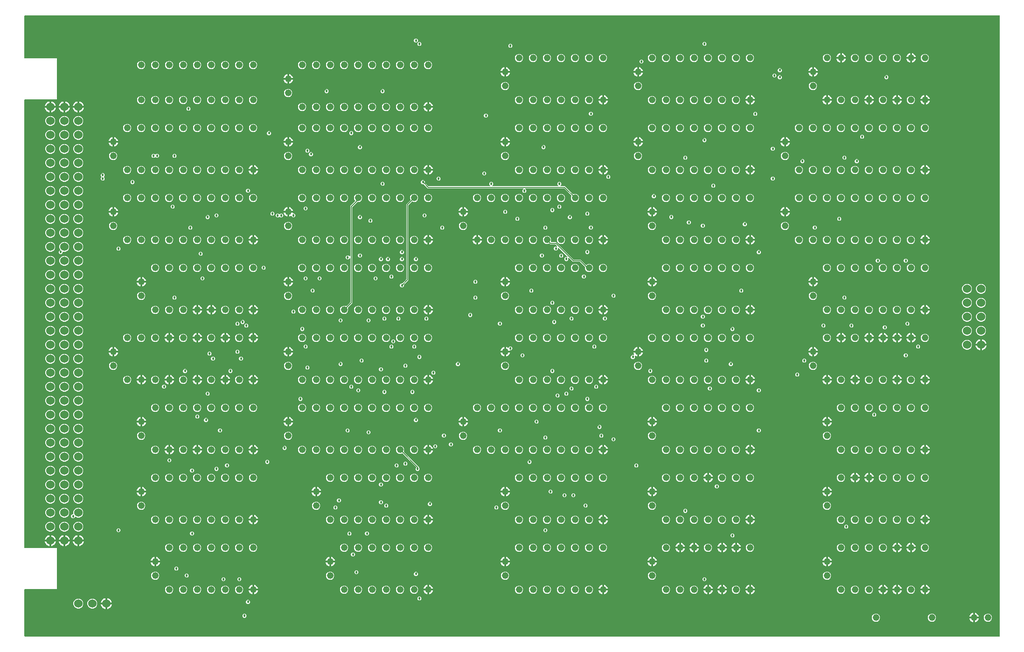
<source format=gbr>
G04 EAGLE Gerber RS-274X export*
G75*
%MOMM*%
%FSLAX34Y34*%
%LPD*%
%INCopper Layer 15*%
%IPPOS*%
%AMOC8*
5,1,8,0,0,1.08239X$1,22.5*%
G01*
%ADD10C,1.219200*%
%ADD11C,1.524000*%
%ADD12C,0.457200*%
%ADD13C,0.127000*%

G36*
X1773248Y3814D02*
X1773248Y3814D01*
X1773267Y3812D01*
X1773369Y3834D01*
X1773471Y3850D01*
X1773488Y3860D01*
X1773508Y3864D01*
X1773597Y3917D01*
X1773688Y3966D01*
X1773702Y3980D01*
X1773719Y3990D01*
X1773786Y4069D01*
X1773858Y4144D01*
X1773866Y4162D01*
X1773879Y4177D01*
X1773918Y4273D01*
X1773961Y4367D01*
X1773963Y4387D01*
X1773971Y4405D01*
X1773989Y4572D01*
X1773989Y1130300D01*
X1773986Y1130320D01*
X1773988Y1130339D01*
X1773966Y1130441D01*
X1773950Y1130543D01*
X1773940Y1130560D01*
X1773936Y1130580D01*
X1773883Y1130669D01*
X1773834Y1130760D01*
X1773820Y1130774D01*
X1773810Y1130791D01*
X1773731Y1130858D01*
X1773656Y1130930D01*
X1773638Y1130938D01*
X1773623Y1130951D01*
X1773527Y1130990D01*
X1773433Y1131033D01*
X1773413Y1131035D01*
X1773395Y1131043D01*
X1773228Y1131061D01*
X4572Y1131061D01*
X4552Y1131058D01*
X4533Y1131060D01*
X4431Y1131038D01*
X4329Y1131022D01*
X4312Y1131012D01*
X4292Y1131008D01*
X4203Y1130955D01*
X4112Y1130906D01*
X4098Y1130892D01*
X4081Y1130882D01*
X4014Y1130803D01*
X3942Y1130728D01*
X3934Y1130710D01*
X3921Y1130695D01*
X3882Y1130599D01*
X3839Y1130505D01*
X3837Y1130485D01*
X3829Y1130467D01*
X3811Y1130300D01*
X3811Y1054100D01*
X3814Y1054080D01*
X3812Y1054061D01*
X3834Y1053959D01*
X3850Y1053857D01*
X3860Y1053840D01*
X3864Y1053820D01*
X3917Y1053731D01*
X3966Y1053640D01*
X3980Y1053626D01*
X3990Y1053609D01*
X4069Y1053542D01*
X4144Y1053471D01*
X4162Y1053462D01*
X4177Y1053449D01*
X4273Y1053410D01*
X4367Y1053367D01*
X4387Y1053365D01*
X4405Y1053357D01*
X4572Y1053339D01*
X62739Y1053339D01*
X62739Y978661D01*
X4572Y978661D01*
X4552Y978658D01*
X4533Y978660D01*
X4431Y978638D01*
X4329Y978621D01*
X4312Y978612D01*
X4292Y978608D01*
X4203Y978555D01*
X4112Y978506D01*
X4098Y978492D01*
X4081Y978482D01*
X4014Y978403D01*
X3942Y978328D01*
X3934Y978310D01*
X3921Y978295D01*
X3882Y978199D01*
X3839Y978105D01*
X3837Y978085D01*
X3829Y978067D01*
X3811Y977900D01*
X3811Y165100D01*
X3814Y165080D01*
X3812Y165061D01*
X3834Y164959D01*
X3850Y164857D01*
X3860Y164840D01*
X3864Y164820D01*
X3917Y164731D01*
X3966Y164640D01*
X3980Y164626D01*
X3990Y164609D01*
X4069Y164542D01*
X4144Y164471D01*
X4162Y164462D01*
X4177Y164449D01*
X4273Y164410D01*
X4367Y164367D01*
X4387Y164365D01*
X4405Y164357D01*
X4572Y164339D01*
X62739Y164339D01*
X62739Y89661D01*
X4572Y89661D01*
X4552Y89658D01*
X4533Y89660D01*
X4431Y89638D01*
X4329Y89622D01*
X4312Y89612D01*
X4292Y89608D01*
X4203Y89555D01*
X4112Y89506D01*
X4098Y89492D01*
X4081Y89482D01*
X4014Y89403D01*
X3942Y89328D01*
X3934Y89310D01*
X3921Y89295D01*
X3882Y89199D01*
X3839Y89105D01*
X3837Y89085D01*
X3829Y89067D01*
X3811Y88900D01*
X3811Y4572D01*
X3814Y4552D01*
X3812Y4533D01*
X3834Y4431D01*
X3850Y4329D01*
X3860Y4312D01*
X3864Y4292D01*
X3917Y4203D01*
X3966Y4112D01*
X3980Y4098D01*
X3990Y4081D01*
X4069Y4014D01*
X4144Y3942D01*
X4162Y3934D01*
X4177Y3921D01*
X4273Y3882D01*
X4367Y3839D01*
X4387Y3837D01*
X4405Y3829D01*
X4572Y3811D01*
X1773228Y3811D01*
X1773248Y3814D01*
G37*
%LPC*%
G36*
X1001835Y792733D02*
X1001835Y792733D01*
X999127Y793855D01*
X997055Y795927D01*
X995933Y798635D01*
X995933Y801565D01*
X996678Y803363D01*
X996704Y803476D01*
X996733Y803590D01*
X996732Y803596D01*
X996734Y803602D01*
X996723Y803719D01*
X996714Y803835D01*
X996711Y803841D01*
X996711Y803847D01*
X996663Y803954D01*
X996618Y804061D01*
X996613Y804067D01*
X996611Y804072D01*
X996598Y804085D01*
X996513Y804192D01*
X983684Y817021D01*
X983610Y817074D01*
X983540Y817134D01*
X983510Y817146D01*
X983484Y817165D01*
X983397Y817192D01*
X983312Y817226D01*
X983271Y817230D01*
X983249Y817237D01*
X983217Y817236D01*
X983145Y817244D01*
X913649Y817244D01*
X913578Y817233D01*
X913506Y817231D01*
X913457Y817213D01*
X913406Y817205D01*
X913342Y817171D01*
X913275Y817146D01*
X913234Y817114D01*
X913188Y817089D01*
X913139Y817037D01*
X913083Y816993D01*
X913055Y816949D01*
X913019Y816911D01*
X912989Y816846D01*
X912950Y816786D01*
X912937Y816735D01*
X912915Y816688D01*
X912907Y816617D01*
X912890Y816547D01*
X912894Y816495D01*
X912888Y816444D01*
X912904Y816373D01*
X912909Y816302D01*
X912929Y816254D01*
X912941Y816203D01*
X912977Y816142D01*
X913005Y816076D01*
X913050Y816020D01*
X913067Y815992D01*
X913085Y815977D01*
X913110Y815945D01*
X914782Y814273D01*
X914782Y811327D01*
X912698Y809243D01*
X909752Y809243D01*
X907668Y811327D01*
X907668Y814273D01*
X909340Y815945D01*
X909382Y816003D01*
X909431Y816055D01*
X909453Y816102D01*
X909483Y816144D01*
X909504Y816213D01*
X909535Y816278D01*
X909540Y816330D01*
X909556Y816380D01*
X909554Y816451D01*
X909562Y816522D01*
X909551Y816573D01*
X909549Y816625D01*
X909525Y816693D01*
X909509Y816763D01*
X909483Y816808D01*
X909465Y816856D01*
X909420Y816912D01*
X909383Y816974D01*
X909344Y817008D01*
X909311Y817048D01*
X909251Y817087D01*
X909196Y817134D01*
X909148Y817153D01*
X909104Y817181D01*
X909035Y817199D01*
X908968Y817226D01*
X908897Y817234D01*
X908866Y817242D01*
X908842Y817240D01*
X908801Y817244D01*
X735811Y817244D01*
X728160Y824895D01*
X728086Y824948D01*
X728016Y825008D01*
X727986Y825020D01*
X727960Y825039D01*
X727873Y825066D01*
X727788Y825100D01*
X727747Y825104D01*
X727725Y825111D01*
X727693Y825110D01*
X727621Y825118D01*
X725602Y825118D01*
X723518Y827202D01*
X723518Y830148D01*
X725602Y832232D01*
X728548Y832232D01*
X730632Y830148D01*
X730632Y828129D01*
X730646Y828039D01*
X730654Y827948D01*
X730666Y827918D01*
X730671Y827886D01*
X730714Y827805D01*
X730750Y827721D01*
X730776Y827689D01*
X730787Y827669D01*
X730810Y827646D01*
X730855Y827590D01*
X737166Y821279D01*
X737240Y821226D01*
X737310Y821166D01*
X737340Y821154D01*
X737366Y821135D01*
X737453Y821108D01*
X737538Y821074D01*
X737579Y821070D01*
X737601Y821063D01*
X737633Y821064D01*
X737705Y821056D01*
X848476Y821056D01*
X848547Y821067D01*
X848619Y821069D01*
X848668Y821087D01*
X848719Y821095D01*
X848783Y821129D01*
X848850Y821154D01*
X848891Y821186D01*
X848937Y821211D01*
X848986Y821263D01*
X849042Y821307D01*
X849070Y821351D01*
X849106Y821389D01*
X849136Y821454D01*
X849175Y821514D01*
X849188Y821565D01*
X849210Y821612D01*
X849218Y821683D01*
X849235Y821753D01*
X849231Y821805D01*
X849237Y821856D01*
X849221Y821927D01*
X849216Y821998D01*
X849196Y822046D01*
X849184Y822097D01*
X849148Y822158D01*
X849120Y822224D01*
X849075Y822280D01*
X849058Y822308D01*
X849040Y822323D01*
X849015Y822355D01*
X847343Y824027D01*
X847343Y826973D01*
X849427Y829057D01*
X852373Y829057D01*
X854457Y826973D01*
X854457Y824027D01*
X852785Y822355D01*
X852743Y822297D01*
X852694Y822245D01*
X852672Y822198D01*
X852642Y822156D01*
X852621Y822087D01*
X852590Y822022D01*
X852585Y821970D01*
X852569Y821920D01*
X852571Y821849D01*
X852563Y821778D01*
X852574Y821727D01*
X852576Y821675D01*
X852600Y821607D01*
X852616Y821537D01*
X852642Y821492D01*
X852660Y821444D01*
X852705Y821388D01*
X852742Y821326D01*
X852781Y821292D01*
X852814Y821252D01*
X852874Y821213D01*
X852929Y821166D01*
X852977Y821147D01*
X853021Y821119D01*
X853090Y821101D01*
X853157Y821074D01*
X853228Y821066D01*
X853259Y821058D01*
X853283Y821060D01*
X853324Y821056D01*
X972301Y821056D01*
X972372Y821067D01*
X972444Y821069D01*
X972493Y821087D01*
X972544Y821095D01*
X972608Y821129D01*
X972675Y821154D01*
X972716Y821186D01*
X972762Y821211D01*
X972811Y821263D01*
X972867Y821307D01*
X972895Y821351D01*
X972931Y821389D01*
X972961Y821454D01*
X973000Y821514D01*
X973013Y821565D01*
X973035Y821612D01*
X973043Y821683D01*
X973060Y821753D01*
X973056Y821805D01*
X973062Y821856D01*
X973046Y821927D01*
X973041Y821998D01*
X973021Y822046D01*
X973009Y822097D01*
X972973Y822158D01*
X972945Y822224D01*
X972900Y822280D01*
X972883Y822308D01*
X972865Y822323D01*
X972840Y822355D01*
X971168Y824027D01*
X971168Y826973D01*
X973252Y829057D01*
X976198Y829057D01*
X978282Y826973D01*
X978282Y824027D01*
X976610Y822355D01*
X976568Y822297D01*
X976519Y822245D01*
X976497Y822198D01*
X976467Y822156D01*
X976446Y822087D01*
X976415Y822022D01*
X976410Y821970D01*
X976394Y821920D01*
X976396Y821849D01*
X976388Y821778D01*
X976399Y821727D01*
X976401Y821675D01*
X976425Y821607D01*
X976441Y821537D01*
X976467Y821492D01*
X976485Y821444D01*
X976530Y821388D01*
X976567Y821326D01*
X976606Y821292D01*
X976639Y821252D01*
X976699Y821213D01*
X976754Y821166D01*
X976802Y821147D01*
X976846Y821119D01*
X976915Y821101D01*
X976982Y821074D01*
X977053Y821066D01*
X977084Y821058D01*
X977108Y821060D01*
X977149Y821056D01*
X985039Y821056D01*
X986379Y819716D01*
X999208Y806887D01*
X999302Y806820D01*
X999396Y806749D01*
X999403Y806747D01*
X999408Y806744D01*
X999518Y806710D01*
X999630Y806673D01*
X999637Y806673D01*
X999643Y806671D01*
X999759Y806674D01*
X999876Y806676D01*
X999884Y806678D01*
X999888Y806678D01*
X999906Y806684D01*
X1000037Y806722D01*
X1001835Y807467D01*
X1004765Y807467D01*
X1007473Y806345D01*
X1009545Y804273D01*
X1010667Y801565D01*
X1010667Y798635D01*
X1009545Y795927D01*
X1007473Y793855D01*
X1004765Y792733D01*
X1001835Y792733D01*
G37*
%LPD*%
%LPC*%
G36*
X582735Y589533D02*
X582735Y589533D01*
X580027Y590655D01*
X577955Y592727D01*
X576833Y595435D01*
X576833Y598365D01*
X577955Y601073D01*
X580027Y603145D01*
X582735Y604267D01*
X585665Y604267D01*
X587463Y603522D01*
X587576Y603496D01*
X587690Y603467D01*
X587696Y603468D01*
X587702Y603466D01*
X587819Y603477D01*
X587935Y603486D01*
X587941Y603489D01*
X587947Y603489D01*
X588054Y603537D01*
X588161Y603582D01*
X588167Y603587D01*
X588172Y603589D01*
X588185Y603602D01*
X588292Y603687D01*
X594771Y610166D01*
X594824Y610240D01*
X594884Y610310D01*
X594896Y610340D01*
X594915Y610366D01*
X594942Y610453D01*
X594976Y610538D01*
X594980Y610579D01*
X594987Y610601D01*
X594986Y610633D01*
X594994Y610705D01*
X594994Y689726D01*
X594993Y689734D01*
X594993Y689736D01*
X594991Y689748D01*
X594983Y689797D01*
X594981Y689869D01*
X594963Y689918D01*
X594955Y689969D01*
X594921Y690033D01*
X594896Y690100D01*
X594864Y690141D01*
X594839Y690187D01*
X594787Y690236D01*
X594743Y690292D01*
X594699Y690320D01*
X594661Y690356D01*
X594596Y690386D01*
X594536Y690425D01*
X594485Y690438D01*
X594438Y690460D01*
X594367Y690468D01*
X594297Y690485D01*
X594245Y690481D01*
X594194Y690487D01*
X594123Y690471D01*
X594052Y690466D01*
X594004Y690446D01*
X593953Y690434D01*
X593892Y690398D01*
X593826Y690370D01*
X593770Y690325D01*
X593742Y690308D01*
X593727Y690290D01*
X593695Y690265D01*
X592023Y688593D01*
X589077Y688593D01*
X586993Y690677D01*
X586993Y693623D01*
X589077Y695707D01*
X592023Y695707D01*
X593695Y694035D01*
X593753Y693993D01*
X593805Y693944D01*
X593852Y693922D01*
X593894Y693892D01*
X593963Y693871D01*
X594028Y693840D01*
X594080Y693835D01*
X594130Y693819D01*
X594201Y693821D01*
X594272Y693813D01*
X594323Y693824D01*
X594375Y693826D01*
X594443Y693850D01*
X594513Y693866D01*
X594558Y693892D01*
X594606Y693910D01*
X594662Y693955D01*
X594724Y693992D01*
X594758Y694031D01*
X594798Y694064D01*
X594837Y694124D01*
X594884Y694179D01*
X594903Y694227D01*
X594931Y694271D01*
X594949Y694340D01*
X594976Y694407D01*
X594984Y694478D01*
X594992Y694509D01*
X594990Y694533D01*
X594994Y694574D01*
X594994Y785014D01*
X604093Y794113D01*
X604104Y794129D01*
X604120Y794141D01*
X604176Y794228D01*
X604236Y794312D01*
X604242Y794331D01*
X604253Y794348D01*
X604278Y794449D01*
X604309Y794548D01*
X604308Y794567D01*
X604313Y794587D01*
X604305Y794690D01*
X604302Y794793D01*
X604295Y794812D01*
X604294Y794832D01*
X604253Y794927D01*
X604218Y795024D01*
X604205Y795040D01*
X604197Y795058D01*
X604093Y795189D01*
X603355Y795927D01*
X602233Y798635D01*
X602233Y801565D01*
X603355Y804273D01*
X605427Y806345D01*
X608135Y807467D01*
X611065Y807467D01*
X613773Y806345D01*
X615845Y804273D01*
X616967Y801565D01*
X616967Y798635D01*
X615845Y795927D01*
X613773Y793855D01*
X611065Y792733D01*
X608419Y792733D01*
X608329Y792719D01*
X608238Y792711D01*
X608208Y792699D01*
X608176Y792694D01*
X608095Y792651D01*
X608011Y792615D01*
X607979Y792589D01*
X607959Y792578D01*
X607936Y792555D01*
X607880Y792510D01*
X599029Y783659D01*
X598976Y783585D01*
X598916Y783515D01*
X598904Y783485D01*
X598885Y783459D01*
X598858Y783372D01*
X598824Y783287D01*
X598820Y783246D01*
X598813Y783224D01*
X598814Y783192D01*
X598806Y783120D01*
X598806Y608811D01*
X597466Y607471D01*
X590987Y600992D01*
X590919Y600898D01*
X590849Y600804D01*
X590847Y600798D01*
X590844Y600792D01*
X590810Y600681D01*
X590773Y600570D01*
X590773Y600563D01*
X590771Y600557D01*
X590774Y600441D01*
X590776Y600324D01*
X590778Y600316D01*
X590778Y600312D01*
X590784Y600294D01*
X590822Y600163D01*
X591567Y598365D01*
X591567Y595435D01*
X590445Y592727D01*
X588373Y590655D01*
X585665Y589533D01*
X582735Y589533D01*
G37*
%LPD*%
%LPC*%
G36*
X687502Y637793D02*
X687502Y637793D01*
X685418Y639877D01*
X685418Y642823D01*
X687502Y644907D01*
X689521Y644907D01*
X689611Y644921D01*
X689702Y644929D01*
X689732Y644941D01*
X689764Y644946D01*
X689845Y644989D01*
X689929Y645025D01*
X689961Y645051D01*
X689981Y645062D01*
X690004Y645085D01*
X690060Y645130D01*
X696371Y651441D01*
X696424Y651515D01*
X696484Y651585D01*
X696496Y651615D01*
X696515Y651641D01*
X696542Y651728D01*
X696576Y651813D01*
X696580Y651854D01*
X696587Y651876D01*
X696586Y651908D01*
X696594Y651980D01*
X696594Y788189D01*
X697934Y789529D01*
X704413Y796008D01*
X704481Y796102D01*
X704551Y796196D01*
X704553Y796202D01*
X704556Y796208D01*
X704590Y796319D01*
X704627Y796430D01*
X704627Y796437D01*
X704629Y796443D01*
X704626Y796559D01*
X704624Y796676D01*
X704622Y796684D01*
X704622Y796688D01*
X704616Y796706D01*
X704578Y796837D01*
X703833Y798635D01*
X703833Y801565D01*
X704955Y804273D01*
X707027Y806345D01*
X709735Y807467D01*
X712665Y807467D01*
X715373Y806345D01*
X717445Y804273D01*
X718567Y801565D01*
X718567Y798635D01*
X717445Y795927D01*
X715373Y793855D01*
X712665Y792733D01*
X709735Y792733D01*
X707937Y793478D01*
X707824Y793504D01*
X707710Y793533D01*
X707704Y793532D01*
X707698Y793534D01*
X707581Y793523D01*
X707465Y793514D01*
X707459Y793511D01*
X707453Y793511D01*
X707346Y793463D01*
X707239Y793418D01*
X707233Y793413D01*
X707228Y793411D01*
X707215Y793398D01*
X707108Y793313D01*
X700629Y786834D01*
X700576Y786760D01*
X700516Y786690D01*
X700504Y786660D01*
X700485Y786634D01*
X700458Y786547D01*
X700424Y786462D01*
X700420Y786421D01*
X700413Y786399D01*
X700414Y786367D01*
X700406Y786295D01*
X700406Y650086D01*
X692755Y642435D01*
X692702Y642361D01*
X692642Y642291D01*
X692630Y642261D01*
X692611Y642235D01*
X692584Y642148D01*
X692550Y642063D01*
X692546Y642022D01*
X692539Y642000D01*
X692540Y641968D01*
X692532Y641896D01*
X692532Y639877D01*
X690448Y637793D01*
X687502Y637793D01*
G37*
%LPD*%
%LPC*%
G36*
X1027235Y665733D02*
X1027235Y665733D01*
X1024527Y666855D01*
X1022455Y668927D01*
X1021333Y671635D01*
X1021333Y674281D01*
X1021319Y674371D01*
X1021311Y674462D01*
X1021299Y674492D01*
X1021294Y674524D01*
X1021251Y674605D01*
X1021215Y674689D01*
X1021189Y674721D01*
X1021178Y674741D01*
X1021155Y674764D01*
X1021110Y674820D01*
X1012259Y683671D01*
X1012185Y683724D01*
X1012115Y683784D01*
X1012085Y683796D01*
X1012059Y683815D01*
X1011972Y683842D01*
X1011887Y683876D01*
X1011846Y683880D01*
X1011824Y683887D01*
X1011792Y683886D01*
X1011720Y683894D01*
X999336Y683894D01*
X997996Y685234D01*
X992281Y690949D01*
X992223Y690990D01*
X992171Y691040D01*
X992124Y691062D01*
X992082Y691092D01*
X992013Y691113D01*
X991948Y691143D01*
X991896Y691149D01*
X991846Y691165D01*
X991775Y691163D01*
X991704Y691171D01*
X991653Y691160D01*
X991601Y691158D01*
X991533Y691134D01*
X991463Y691118D01*
X991418Y691092D01*
X991370Y691074D01*
X991314Y691029D01*
X991252Y690992D01*
X991218Y690953D01*
X991178Y690920D01*
X991139Y690860D01*
X991092Y690805D01*
X991073Y690757D01*
X991045Y690713D01*
X991027Y690644D01*
X991000Y690577D01*
X990992Y690506D01*
X990984Y690475D01*
X990986Y690451D01*
X990982Y690410D01*
X990982Y687502D01*
X988898Y685418D01*
X985952Y685418D01*
X983868Y687502D01*
X983868Y690448D01*
X985952Y692532D01*
X988860Y692532D01*
X988931Y692543D01*
X989003Y692545D01*
X989052Y692563D01*
X989103Y692571D01*
X989166Y692605D01*
X989234Y692630D01*
X989275Y692662D01*
X989320Y692687D01*
X989370Y692738D01*
X989426Y692783D01*
X989454Y692827D01*
X989490Y692865D01*
X989520Y692930D01*
X989559Y692990D01*
X989572Y693041D01*
X989593Y693088D01*
X989601Y693159D01*
X989619Y693229D01*
X989615Y693281D01*
X989621Y693332D01*
X989605Y693403D01*
X989600Y693474D01*
X989579Y693522D01*
X989568Y693573D01*
X989531Y693634D01*
X989503Y693700D01*
X989459Y693756D01*
X989442Y693784D01*
X989424Y693799D01*
X989399Y693831D01*
X973231Y709999D01*
X973173Y710040D01*
X973121Y710090D01*
X973074Y710112D01*
X973032Y710142D01*
X972963Y710163D01*
X972898Y710193D01*
X972846Y710199D01*
X972796Y710215D01*
X972725Y710213D01*
X972654Y710221D01*
X972603Y710210D01*
X972551Y710208D01*
X972483Y710184D01*
X972413Y710168D01*
X972369Y710142D01*
X972320Y710124D01*
X972264Y710079D01*
X972202Y710042D01*
X972168Y710003D01*
X972128Y709970D01*
X972089Y709910D01*
X972042Y709855D01*
X972023Y709807D01*
X971995Y709763D01*
X971977Y709694D01*
X971950Y709627D01*
X971942Y709556D01*
X971934Y709525D01*
X971936Y709501D01*
X971932Y709460D01*
X971932Y706552D01*
X969848Y704468D01*
X966902Y704468D01*
X964818Y706552D01*
X964818Y709498D01*
X966902Y711582D01*
X969810Y711582D01*
X969881Y711593D01*
X969953Y711595D01*
X970002Y711613D01*
X970053Y711621D01*
X970116Y711655D01*
X970184Y711680D01*
X970224Y711712D01*
X970270Y711737D01*
X970320Y711789D01*
X970376Y711833D01*
X970404Y711877D01*
X970440Y711915D01*
X970470Y711980D01*
X970509Y712040D01*
X970522Y712091D01*
X970543Y712138D01*
X970551Y712209D01*
X970569Y712279D01*
X970565Y712331D01*
X970571Y712382D01*
X970555Y712453D01*
X970550Y712524D01*
X970529Y712572D01*
X970518Y712623D01*
X970482Y712684D01*
X970453Y712750D01*
X970409Y712806D01*
X970392Y712834D01*
X970374Y712849D01*
X970349Y712881D01*
X967809Y715421D01*
X967735Y715474D01*
X967665Y715534D01*
X967635Y715546D01*
X967609Y715565D01*
X967522Y715592D01*
X967437Y715626D01*
X967396Y715630D01*
X967374Y715637D01*
X967342Y715636D01*
X967270Y715644D01*
X958061Y715644D01*
X956721Y716984D01*
X956592Y717113D01*
X956498Y717180D01*
X956404Y717251D01*
X956398Y717253D01*
X956393Y717256D01*
X956281Y717291D01*
X956170Y717327D01*
X956163Y717327D01*
X956157Y717329D01*
X956041Y717326D01*
X955924Y717324D01*
X955916Y717322D01*
X955912Y717322D01*
X955894Y717316D01*
X955763Y717278D01*
X953965Y716533D01*
X951035Y716533D01*
X948327Y717655D01*
X946255Y719727D01*
X945133Y722435D01*
X945133Y725365D01*
X946255Y728073D01*
X948327Y730145D01*
X951035Y731267D01*
X953965Y731267D01*
X956673Y730145D01*
X958745Y728073D01*
X959867Y725365D01*
X959867Y722435D01*
X959122Y720637D01*
X959096Y720523D01*
X959067Y720410D01*
X959068Y720404D01*
X959066Y720398D01*
X959077Y720281D01*
X959086Y720165D01*
X959089Y720159D01*
X959089Y720153D01*
X959137Y720046D01*
X959183Y719939D01*
X959187Y719933D01*
X959189Y719928D01*
X959202Y719915D01*
X959287Y719808D01*
X959416Y719679D01*
X959490Y719625D01*
X959560Y719566D01*
X959590Y719554D01*
X959616Y719535D01*
X959703Y719508D01*
X959788Y719474D01*
X959829Y719470D01*
X959851Y719463D01*
X959883Y719464D01*
X959955Y719456D01*
X969164Y719456D01*
X1000691Y687929D01*
X1000765Y687876D01*
X1000835Y687816D01*
X1000865Y687804D01*
X1000891Y687785D01*
X1000978Y687758D01*
X1001063Y687724D01*
X1001104Y687720D01*
X1001126Y687713D01*
X1001158Y687714D01*
X1001230Y687706D01*
X1013614Y687706D01*
X1022713Y678607D01*
X1022729Y678596D01*
X1022741Y678580D01*
X1022828Y678524D01*
X1022912Y678464D01*
X1022931Y678458D01*
X1022948Y678447D01*
X1023049Y678422D01*
X1023148Y678391D01*
X1023167Y678392D01*
X1023187Y678387D01*
X1023290Y678395D01*
X1023393Y678398D01*
X1023412Y678405D01*
X1023432Y678406D01*
X1023527Y678447D01*
X1023624Y678482D01*
X1023640Y678495D01*
X1023658Y678503D01*
X1023789Y678607D01*
X1024527Y679345D01*
X1027235Y680467D01*
X1030165Y680467D01*
X1032873Y679345D01*
X1034945Y677273D01*
X1036067Y674565D01*
X1036067Y671635D01*
X1034945Y668927D01*
X1032873Y666855D01*
X1030165Y665733D01*
X1027235Y665733D01*
G37*
%LPD*%
%LPC*%
G36*
X716077Y304418D02*
X716077Y304418D01*
X713993Y306502D01*
X713993Y309448D01*
X714737Y310192D01*
X714748Y310208D01*
X714764Y310220D01*
X714820Y310308D01*
X714880Y310391D01*
X714886Y310410D01*
X714897Y310427D01*
X714922Y310528D01*
X714953Y310626D01*
X714952Y310646D01*
X714957Y310666D01*
X714949Y310769D01*
X714946Y310872D01*
X714939Y310891D01*
X714938Y310911D01*
X714897Y311006D01*
X714862Y311103D01*
X714849Y311119D01*
X714841Y311137D01*
X714737Y311268D01*
X689892Y336113D01*
X689798Y336180D01*
X689704Y336251D01*
X689697Y336253D01*
X689692Y336256D01*
X689582Y336290D01*
X689470Y336327D01*
X689463Y336327D01*
X689457Y336329D01*
X689341Y336326D01*
X689224Y336324D01*
X689217Y336322D01*
X689211Y336322D01*
X689194Y336316D01*
X689063Y336278D01*
X687265Y335533D01*
X684335Y335533D01*
X681627Y336655D01*
X679555Y338727D01*
X678433Y341435D01*
X678433Y344365D01*
X679555Y347073D01*
X681627Y349145D01*
X684335Y350267D01*
X687265Y350267D01*
X689973Y349145D01*
X692045Y347073D01*
X693167Y344365D01*
X693167Y341435D01*
X692422Y339637D01*
X692396Y339524D01*
X692367Y339410D01*
X692368Y339404D01*
X692366Y339398D01*
X692377Y339281D01*
X692386Y339165D01*
X692389Y339159D01*
X692389Y339153D01*
X692437Y339046D01*
X692482Y338939D01*
X692487Y338933D01*
X692489Y338928D01*
X692502Y338915D01*
X692587Y338808D01*
X718116Y313279D01*
X719456Y311939D01*
X719456Y311415D01*
X719470Y311324D01*
X719478Y311234D01*
X719490Y311204D01*
X719495Y311172D01*
X719538Y311091D01*
X719574Y311007D01*
X719600Y310975D01*
X719611Y310954D01*
X719634Y310932D01*
X719679Y310876D01*
X721107Y309448D01*
X721107Y306502D01*
X719023Y304418D01*
X716077Y304418D01*
G37*
%LPD*%
%LPC*%
G36*
X90602Y218693D02*
X90602Y218693D01*
X88518Y220777D01*
X88518Y223723D01*
X90602Y225807D01*
X91994Y225807D01*
X92040Y225814D01*
X92086Y225812D01*
X92161Y225834D01*
X92237Y225846D01*
X92278Y225868D01*
X92322Y225881D01*
X92386Y225925D01*
X92455Y225962D01*
X92486Y225995D01*
X92524Y226021D01*
X92570Y226084D01*
X92624Y226140D01*
X92643Y226181D01*
X92671Y226218D01*
X92695Y226293D01*
X92728Y226363D01*
X92733Y226409D01*
X92747Y226452D01*
X92746Y226530D01*
X92755Y226607D01*
X92745Y226652D01*
X92744Y226698D01*
X92709Y226820D01*
X92709Y230368D01*
X94063Y233636D01*
X96564Y236137D01*
X99832Y237491D01*
X103368Y237491D01*
X106636Y236137D01*
X109137Y233636D01*
X110491Y230368D01*
X110491Y226832D01*
X109137Y223564D01*
X106636Y221063D01*
X103368Y219709D01*
X99832Y219709D01*
X96577Y221057D01*
X96463Y221084D01*
X96350Y221113D01*
X96344Y221112D01*
X96337Y221114D01*
X96221Y221103D01*
X96105Y221093D01*
X96099Y221091D01*
X96093Y221090D01*
X95985Y221043D01*
X95878Y220997D01*
X95872Y220992D01*
X95868Y220990D01*
X95854Y220978D01*
X95747Y220892D01*
X93548Y218693D01*
X90602Y218693D01*
G37*
%LPD*%
%LPC*%
G36*
X68377Y698118D02*
X68377Y698118D01*
X66293Y700202D01*
X66293Y703148D01*
X68492Y705347D01*
X68560Y705441D01*
X68630Y705536D01*
X68632Y705542D01*
X68636Y705547D01*
X68670Y705658D01*
X68706Y705770D01*
X68706Y705776D01*
X68708Y705782D01*
X68705Y705899D01*
X68704Y706016D01*
X68702Y706023D01*
X68702Y706028D01*
X68696Y706045D01*
X68657Y706177D01*
X67309Y709432D01*
X67309Y712968D01*
X68663Y716236D01*
X71164Y718737D01*
X74432Y720091D01*
X77968Y720091D01*
X81236Y718737D01*
X83737Y716236D01*
X85091Y712968D01*
X85091Y709432D01*
X83737Y706164D01*
X81236Y703663D01*
X77968Y702309D01*
X74412Y702309D01*
X74373Y702328D01*
X74296Y702336D01*
X74220Y702354D01*
X74174Y702350D01*
X74129Y702355D01*
X74052Y702338D01*
X73975Y702331D01*
X73933Y702312D01*
X73888Y702302D01*
X73821Y702262D01*
X73750Y702231D01*
X73716Y702200D01*
X73677Y702176D01*
X73626Y702117D01*
X73569Y702064D01*
X73547Y702024D01*
X73517Y701989D01*
X73488Y701917D01*
X73451Y701849D01*
X73442Y701804D01*
X73425Y701761D01*
X73410Y701625D01*
X73407Y701607D01*
X73408Y701602D01*
X73407Y701594D01*
X73407Y700202D01*
X71323Y698118D01*
X68377Y698118D01*
G37*
%LPD*%
%LPC*%
G36*
X49032Y219709D02*
X49032Y219709D01*
X45764Y221063D01*
X43263Y223564D01*
X41909Y226832D01*
X41909Y230368D01*
X43263Y233636D01*
X45764Y236137D01*
X49032Y237491D01*
X52568Y237491D01*
X55836Y236137D01*
X58337Y233636D01*
X59691Y230368D01*
X59691Y226832D01*
X58337Y223564D01*
X55836Y221063D01*
X52568Y219709D01*
X49032Y219709D01*
G37*
%LPD*%
%LPC*%
G36*
X49032Y245109D02*
X49032Y245109D01*
X45764Y246463D01*
X43263Y248964D01*
X41909Y252232D01*
X41909Y255768D01*
X43263Y259036D01*
X45764Y261537D01*
X49032Y262891D01*
X52568Y262891D01*
X55836Y261537D01*
X58337Y259036D01*
X59691Y255768D01*
X59691Y252232D01*
X58337Y248964D01*
X55836Y246463D01*
X52568Y245109D01*
X49032Y245109D01*
G37*
%LPD*%
%LPC*%
G36*
X74432Y245109D02*
X74432Y245109D01*
X71164Y246463D01*
X68663Y248964D01*
X67309Y252232D01*
X67309Y255768D01*
X68663Y259036D01*
X71164Y261537D01*
X74432Y262891D01*
X77968Y262891D01*
X81236Y261537D01*
X83737Y259036D01*
X85091Y255768D01*
X85091Y252232D01*
X83737Y248964D01*
X81236Y246463D01*
X77968Y245109D01*
X74432Y245109D01*
G37*
%LPD*%
%LPC*%
G36*
X99832Y245109D02*
X99832Y245109D01*
X96564Y246463D01*
X94063Y248964D01*
X92709Y252232D01*
X92709Y255768D01*
X94063Y259036D01*
X96564Y261537D01*
X99832Y262891D01*
X103368Y262891D01*
X106636Y261537D01*
X109137Y259036D01*
X110491Y255768D01*
X110491Y252232D01*
X109137Y248964D01*
X106636Y246463D01*
X103368Y245109D01*
X99832Y245109D01*
G37*
%LPD*%
%LPC*%
G36*
X99832Y270509D02*
X99832Y270509D01*
X96564Y271863D01*
X94063Y274364D01*
X92709Y277632D01*
X92709Y281168D01*
X94063Y284436D01*
X96564Y286937D01*
X99832Y288291D01*
X103368Y288291D01*
X106636Y286937D01*
X109137Y284436D01*
X110491Y281168D01*
X110491Y277632D01*
X109137Y274364D01*
X106636Y271863D01*
X103368Y270509D01*
X99832Y270509D01*
G37*
%LPD*%
%LPC*%
G36*
X49032Y270509D02*
X49032Y270509D01*
X45764Y271863D01*
X43263Y274364D01*
X41909Y277632D01*
X41909Y281168D01*
X43263Y284436D01*
X45764Y286937D01*
X49032Y288291D01*
X52568Y288291D01*
X55836Y286937D01*
X58337Y284436D01*
X59691Y281168D01*
X59691Y277632D01*
X58337Y274364D01*
X55836Y271863D01*
X52568Y270509D01*
X49032Y270509D01*
G37*
%LPD*%
%LPC*%
G36*
X74432Y270509D02*
X74432Y270509D01*
X71164Y271863D01*
X68663Y274364D01*
X67309Y277632D01*
X67309Y281168D01*
X68663Y284436D01*
X71164Y286937D01*
X74432Y288291D01*
X77968Y288291D01*
X81236Y286937D01*
X83737Y284436D01*
X85091Y281168D01*
X85091Y277632D01*
X83737Y274364D01*
X81236Y271863D01*
X77968Y270509D01*
X74432Y270509D01*
G37*
%LPD*%
%LPC*%
G36*
X49032Y295909D02*
X49032Y295909D01*
X45764Y297263D01*
X43263Y299764D01*
X41909Y303032D01*
X41909Y306568D01*
X43263Y309836D01*
X45764Y312337D01*
X49032Y313691D01*
X52568Y313691D01*
X55836Y312337D01*
X58337Y309836D01*
X59691Y306568D01*
X59691Y303032D01*
X58337Y299764D01*
X55836Y297263D01*
X52568Y295909D01*
X49032Y295909D01*
G37*
%LPD*%
%LPC*%
G36*
X74432Y295909D02*
X74432Y295909D01*
X71164Y297263D01*
X68663Y299764D01*
X67309Y303032D01*
X67309Y306568D01*
X68663Y309836D01*
X71164Y312337D01*
X74432Y313691D01*
X77968Y313691D01*
X81236Y312337D01*
X83737Y309836D01*
X85091Y306568D01*
X85091Y303032D01*
X83737Y299764D01*
X81236Y297263D01*
X77968Y295909D01*
X74432Y295909D01*
G37*
%LPD*%
%LPC*%
G36*
X99832Y295909D02*
X99832Y295909D01*
X96564Y297263D01*
X94063Y299764D01*
X92709Y303032D01*
X92709Y306568D01*
X94063Y309836D01*
X96564Y312337D01*
X99832Y313691D01*
X103368Y313691D01*
X106636Y312337D01*
X109137Y309836D01*
X110491Y306568D01*
X110491Y303032D01*
X109137Y299764D01*
X106636Y297263D01*
X103368Y295909D01*
X99832Y295909D01*
G37*
%LPD*%
%LPC*%
G36*
X49032Y321309D02*
X49032Y321309D01*
X45764Y322663D01*
X43263Y325164D01*
X41909Y328432D01*
X41909Y331968D01*
X43263Y335236D01*
X45764Y337737D01*
X49032Y339091D01*
X52568Y339091D01*
X55836Y337737D01*
X58337Y335236D01*
X59691Y331968D01*
X59691Y328432D01*
X58337Y325164D01*
X55836Y322663D01*
X52568Y321309D01*
X49032Y321309D01*
G37*
%LPD*%
%LPC*%
G36*
X74432Y321309D02*
X74432Y321309D01*
X71164Y322663D01*
X68663Y325164D01*
X67309Y328432D01*
X67309Y331968D01*
X68663Y335236D01*
X71164Y337737D01*
X74432Y339091D01*
X77968Y339091D01*
X81236Y337737D01*
X83737Y335236D01*
X85091Y331968D01*
X85091Y328432D01*
X83737Y325164D01*
X81236Y322663D01*
X77968Y321309D01*
X74432Y321309D01*
G37*
%LPD*%
%LPC*%
G36*
X99832Y321309D02*
X99832Y321309D01*
X96564Y322663D01*
X94063Y325164D01*
X92709Y328432D01*
X92709Y331968D01*
X94063Y335236D01*
X96564Y337737D01*
X99832Y339091D01*
X103368Y339091D01*
X106636Y337737D01*
X109137Y335236D01*
X110491Y331968D01*
X110491Y328432D01*
X109137Y325164D01*
X106636Y322663D01*
X103368Y321309D01*
X99832Y321309D01*
G37*
%LPD*%
%LPC*%
G36*
X74432Y219709D02*
X74432Y219709D01*
X71164Y221063D01*
X68663Y223564D01*
X67309Y226832D01*
X67309Y230368D01*
X68663Y233636D01*
X71164Y236137D01*
X74432Y237491D01*
X77968Y237491D01*
X81236Y236137D01*
X83737Y233636D01*
X85091Y230368D01*
X85091Y226832D01*
X83737Y223564D01*
X81236Y221063D01*
X77968Y219709D01*
X74432Y219709D01*
G37*
%LPD*%
%LPC*%
G36*
X49032Y346709D02*
X49032Y346709D01*
X45764Y348063D01*
X43263Y350564D01*
X41909Y353832D01*
X41909Y357368D01*
X43263Y360636D01*
X45764Y363137D01*
X49032Y364491D01*
X52568Y364491D01*
X55836Y363137D01*
X58337Y360636D01*
X59691Y357368D01*
X59691Y353832D01*
X58337Y350564D01*
X55836Y348063D01*
X52568Y346709D01*
X49032Y346709D01*
G37*
%LPD*%
%LPC*%
G36*
X74432Y346709D02*
X74432Y346709D01*
X71164Y348063D01*
X68663Y350564D01*
X67309Y353832D01*
X67309Y357368D01*
X68663Y360636D01*
X71164Y363137D01*
X74432Y364491D01*
X77968Y364491D01*
X81236Y363137D01*
X83737Y360636D01*
X85091Y357368D01*
X85091Y353832D01*
X83737Y350564D01*
X81236Y348063D01*
X77968Y346709D01*
X74432Y346709D01*
G37*
%LPD*%
%LPC*%
G36*
X99832Y346709D02*
X99832Y346709D01*
X96564Y348063D01*
X94063Y350564D01*
X92709Y353832D01*
X92709Y357368D01*
X94063Y360636D01*
X96564Y363137D01*
X99832Y364491D01*
X103368Y364491D01*
X106636Y363137D01*
X109137Y360636D01*
X110491Y357368D01*
X110491Y353832D01*
X109137Y350564D01*
X106636Y348063D01*
X103368Y346709D01*
X99832Y346709D01*
G37*
%LPD*%
%LPC*%
G36*
X99832Y372109D02*
X99832Y372109D01*
X96564Y373463D01*
X94063Y375964D01*
X92709Y379232D01*
X92709Y382768D01*
X94063Y386036D01*
X96564Y388537D01*
X99832Y389891D01*
X103368Y389891D01*
X106636Y388537D01*
X109137Y386036D01*
X110491Y382768D01*
X110491Y379232D01*
X109137Y375964D01*
X106636Y373463D01*
X103368Y372109D01*
X99832Y372109D01*
G37*
%LPD*%
%LPC*%
G36*
X49032Y372109D02*
X49032Y372109D01*
X45764Y373463D01*
X43263Y375964D01*
X41909Y379232D01*
X41909Y382768D01*
X43263Y386036D01*
X45764Y388537D01*
X49032Y389891D01*
X52568Y389891D01*
X55836Y388537D01*
X58337Y386036D01*
X59691Y382768D01*
X59691Y379232D01*
X58337Y375964D01*
X55836Y373463D01*
X52568Y372109D01*
X49032Y372109D01*
G37*
%LPD*%
%LPC*%
G36*
X74432Y372109D02*
X74432Y372109D01*
X71164Y373463D01*
X68663Y375964D01*
X67309Y379232D01*
X67309Y382768D01*
X68663Y386036D01*
X71164Y388537D01*
X74432Y389891D01*
X77968Y389891D01*
X81236Y388537D01*
X83737Y386036D01*
X85091Y382768D01*
X85091Y379232D01*
X83737Y375964D01*
X81236Y373463D01*
X77968Y372109D01*
X74432Y372109D01*
G37*
%LPD*%
%LPC*%
G36*
X99832Y397509D02*
X99832Y397509D01*
X96564Y398863D01*
X94063Y401364D01*
X92709Y404632D01*
X92709Y408168D01*
X94063Y411436D01*
X96564Y413937D01*
X99832Y415291D01*
X103368Y415291D01*
X106636Y413937D01*
X109137Y411436D01*
X110491Y408168D01*
X110491Y404632D01*
X109137Y401364D01*
X106636Y398863D01*
X103368Y397509D01*
X99832Y397509D01*
G37*
%LPD*%
%LPC*%
G36*
X49032Y397509D02*
X49032Y397509D01*
X45764Y398863D01*
X43263Y401364D01*
X41909Y404632D01*
X41909Y408168D01*
X43263Y411436D01*
X45764Y413937D01*
X49032Y415291D01*
X52568Y415291D01*
X55836Y413937D01*
X58337Y411436D01*
X59691Y408168D01*
X59691Y404632D01*
X58337Y401364D01*
X55836Y398863D01*
X52568Y397509D01*
X49032Y397509D01*
G37*
%LPD*%
%LPC*%
G36*
X74432Y397509D02*
X74432Y397509D01*
X71164Y398863D01*
X68663Y401364D01*
X67309Y404632D01*
X67309Y408168D01*
X68663Y411436D01*
X71164Y413937D01*
X74432Y415291D01*
X77968Y415291D01*
X81236Y413937D01*
X83737Y411436D01*
X85091Y408168D01*
X85091Y404632D01*
X83737Y401364D01*
X81236Y398863D01*
X77968Y397509D01*
X74432Y397509D01*
G37*
%LPD*%
%LPC*%
G36*
X49032Y422909D02*
X49032Y422909D01*
X45764Y424263D01*
X43263Y426764D01*
X41909Y430032D01*
X41909Y433568D01*
X43263Y436836D01*
X45764Y439337D01*
X49032Y440691D01*
X52568Y440691D01*
X55836Y439337D01*
X58337Y436836D01*
X59691Y433568D01*
X59691Y430032D01*
X58337Y426764D01*
X55836Y424263D01*
X52568Y422909D01*
X49032Y422909D01*
G37*
%LPD*%
%LPC*%
G36*
X74432Y422909D02*
X74432Y422909D01*
X71164Y424263D01*
X68663Y426764D01*
X67309Y430032D01*
X67309Y433568D01*
X68663Y436836D01*
X71164Y439337D01*
X74432Y440691D01*
X77968Y440691D01*
X81236Y439337D01*
X83737Y436836D01*
X85091Y433568D01*
X85091Y430032D01*
X83737Y426764D01*
X81236Y424263D01*
X77968Y422909D01*
X74432Y422909D01*
G37*
%LPD*%
%LPC*%
G36*
X99832Y422909D02*
X99832Y422909D01*
X96564Y424263D01*
X94063Y426764D01*
X92709Y430032D01*
X92709Y433568D01*
X94063Y436836D01*
X96564Y439337D01*
X99832Y440691D01*
X103368Y440691D01*
X106636Y439337D01*
X109137Y436836D01*
X110491Y433568D01*
X110491Y430032D01*
X109137Y426764D01*
X106636Y424263D01*
X103368Y422909D01*
X99832Y422909D01*
G37*
%LPD*%
%LPC*%
G36*
X49032Y448309D02*
X49032Y448309D01*
X45764Y449663D01*
X43263Y452164D01*
X41909Y455432D01*
X41909Y458968D01*
X43263Y462236D01*
X45764Y464737D01*
X49032Y466091D01*
X52568Y466091D01*
X55836Y464737D01*
X58337Y462236D01*
X59691Y458968D01*
X59691Y455432D01*
X58337Y452164D01*
X55836Y449663D01*
X52568Y448309D01*
X49032Y448309D01*
G37*
%LPD*%
%LPC*%
G36*
X74432Y448309D02*
X74432Y448309D01*
X71164Y449663D01*
X68663Y452164D01*
X67309Y455432D01*
X67309Y458968D01*
X68663Y462236D01*
X71164Y464737D01*
X74432Y466091D01*
X77968Y466091D01*
X81236Y464737D01*
X83737Y462236D01*
X85091Y458968D01*
X85091Y455432D01*
X83737Y452164D01*
X81236Y449663D01*
X77968Y448309D01*
X74432Y448309D01*
G37*
%LPD*%
%LPC*%
G36*
X99832Y448309D02*
X99832Y448309D01*
X96564Y449663D01*
X94063Y452164D01*
X92709Y455432D01*
X92709Y458968D01*
X94063Y462236D01*
X96564Y464737D01*
X99832Y466091D01*
X103368Y466091D01*
X106636Y464737D01*
X109137Y462236D01*
X110491Y458968D01*
X110491Y455432D01*
X109137Y452164D01*
X106636Y449663D01*
X103368Y448309D01*
X99832Y448309D01*
G37*
%LPD*%
%LPC*%
G36*
X49032Y473709D02*
X49032Y473709D01*
X45764Y475063D01*
X43263Y477564D01*
X41909Y480832D01*
X41909Y484368D01*
X43263Y487636D01*
X45764Y490137D01*
X49032Y491491D01*
X52568Y491491D01*
X55836Y490137D01*
X58337Y487636D01*
X59691Y484368D01*
X59691Y480832D01*
X58337Y477564D01*
X55836Y475063D01*
X52568Y473709D01*
X49032Y473709D01*
G37*
%LPD*%
%LPC*%
G36*
X74432Y473709D02*
X74432Y473709D01*
X71164Y475063D01*
X68663Y477564D01*
X67309Y480832D01*
X67309Y484368D01*
X68663Y487636D01*
X71164Y490137D01*
X74432Y491491D01*
X77968Y491491D01*
X81236Y490137D01*
X83737Y487636D01*
X85091Y484368D01*
X85091Y480832D01*
X83737Y477564D01*
X81236Y475063D01*
X77968Y473709D01*
X74432Y473709D01*
G37*
%LPD*%
%LPC*%
G36*
X99832Y473709D02*
X99832Y473709D01*
X96564Y475063D01*
X94063Y477564D01*
X92709Y480832D01*
X92709Y484368D01*
X94063Y487636D01*
X96564Y490137D01*
X99832Y491491D01*
X103368Y491491D01*
X106636Y490137D01*
X109137Y487636D01*
X110491Y484368D01*
X110491Y480832D01*
X109137Y477564D01*
X106636Y475063D01*
X103368Y473709D01*
X99832Y473709D01*
G37*
%LPD*%
%LPC*%
G36*
X49032Y499109D02*
X49032Y499109D01*
X45764Y500463D01*
X43263Y502964D01*
X41909Y506232D01*
X41909Y509768D01*
X43263Y513036D01*
X45764Y515537D01*
X49032Y516891D01*
X52568Y516891D01*
X55836Y515537D01*
X58337Y513036D01*
X59691Y509768D01*
X59691Y506232D01*
X58337Y502964D01*
X55836Y500463D01*
X52568Y499109D01*
X49032Y499109D01*
G37*
%LPD*%
%LPC*%
G36*
X74432Y499109D02*
X74432Y499109D01*
X71164Y500463D01*
X68663Y502964D01*
X67309Y506232D01*
X67309Y509768D01*
X68663Y513036D01*
X71164Y515537D01*
X74432Y516891D01*
X77968Y516891D01*
X81236Y515537D01*
X83737Y513036D01*
X85091Y509768D01*
X85091Y506232D01*
X83737Y502964D01*
X81236Y500463D01*
X77968Y499109D01*
X74432Y499109D01*
G37*
%LPD*%
%LPC*%
G36*
X99832Y499109D02*
X99832Y499109D01*
X96564Y500463D01*
X94063Y502964D01*
X92709Y506232D01*
X92709Y509768D01*
X94063Y513036D01*
X96564Y515537D01*
X99832Y516891D01*
X103368Y516891D01*
X106636Y515537D01*
X109137Y513036D01*
X110491Y509768D01*
X110491Y506232D01*
X109137Y502964D01*
X106636Y500463D01*
X103368Y499109D01*
X99832Y499109D01*
G37*
%LPD*%
%LPC*%
G36*
X49032Y524509D02*
X49032Y524509D01*
X45764Y525863D01*
X43263Y528364D01*
X41909Y531632D01*
X41909Y535168D01*
X43263Y538436D01*
X45764Y540937D01*
X49032Y542291D01*
X52568Y542291D01*
X55836Y540937D01*
X58337Y538436D01*
X59691Y535168D01*
X59691Y531632D01*
X58337Y528364D01*
X55836Y525863D01*
X52568Y524509D01*
X49032Y524509D01*
G37*
%LPD*%
%LPC*%
G36*
X74432Y524509D02*
X74432Y524509D01*
X71164Y525863D01*
X68663Y528364D01*
X67309Y531632D01*
X67309Y535168D01*
X68663Y538436D01*
X71164Y540937D01*
X74432Y542291D01*
X77968Y542291D01*
X81236Y540937D01*
X83737Y538436D01*
X85091Y535168D01*
X85091Y531632D01*
X83737Y528364D01*
X81236Y525863D01*
X77968Y524509D01*
X74432Y524509D01*
G37*
%LPD*%
%LPC*%
G36*
X99832Y524509D02*
X99832Y524509D01*
X96564Y525863D01*
X94063Y528364D01*
X92709Y531632D01*
X92709Y535168D01*
X94063Y538436D01*
X96564Y540937D01*
X99832Y542291D01*
X103368Y542291D01*
X106636Y540937D01*
X109137Y538436D01*
X110491Y535168D01*
X110491Y531632D01*
X109137Y528364D01*
X106636Y525863D01*
X103368Y524509D01*
X99832Y524509D01*
G37*
%LPD*%
%LPC*%
G36*
X1712732Y524509D02*
X1712732Y524509D01*
X1709464Y525863D01*
X1706963Y528364D01*
X1705609Y531632D01*
X1705609Y535168D01*
X1706963Y538436D01*
X1709464Y540937D01*
X1712732Y542291D01*
X1716268Y542291D01*
X1719536Y540937D01*
X1722037Y538436D01*
X1723391Y535168D01*
X1723391Y531632D01*
X1722037Y528364D01*
X1719536Y525863D01*
X1716268Y524509D01*
X1712732Y524509D01*
G37*
%LPD*%
%LPC*%
G36*
X99832Y549909D02*
X99832Y549909D01*
X96564Y551263D01*
X94063Y553764D01*
X92709Y557032D01*
X92709Y560568D01*
X94063Y563836D01*
X96564Y566337D01*
X99832Y567691D01*
X103368Y567691D01*
X106636Y566337D01*
X109137Y563836D01*
X110491Y560568D01*
X110491Y557032D01*
X109137Y553764D01*
X106636Y551263D01*
X103368Y549909D01*
X99832Y549909D01*
G37*
%LPD*%
%LPC*%
G36*
X1712732Y549909D02*
X1712732Y549909D01*
X1709464Y551263D01*
X1706963Y553764D01*
X1705609Y557032D01*
X1705609Y560568D01*
X1706963Y563836D01*
X1709464Y566337D01*
X1712732Y567691D01*
X1716268Y567691D01*
X1719536Y566337D01*
X1722037Y563836D01*
X1723391Y560568D01*
X1723391Y557032D01*
X1722037Y553764D01*
X1719536Y551263D01*
X1716268Y549909D01*
X1712732Y549909D01*
G37*
%LPD*%
%LPC*%
G36*
X1738132Y549909D02*
X1738132Y549909D01*
X1734864Y551263D01*
X1732363Y553764D01*
X1731009Y557032D01*
X1731009Y560568D01*
X1732363Y563836D01*
X1734864Y566337D01*
X1738132Y567691D01*
X1741668Y567691D01*
X1744936Y566337D01*
X1747437Y563836D01*
X1748791Y560568D01*
X1748791Y557032D01*
X1747437Y553764D01*
X1744936Y551263D01*
X1741668Y549909D01*
X1738132Y549909D01*
G37*
%LPD*%
%LPC*%
G36*
X49032Y549909D02*
X49032Y549909D01*
X45764Y551263D01*
X43263Y553764D01*
X41909Y557032D01*
X41909Y560568D01*
X43263Y563836D01*
X45764Y566337D01*
X49032Y567691D01*
X52568Y567691D01*
X55836Y566337D01*
X58337Y563836D01*
X59691Y560568D01*
X59691Y557032D01*
X58337Y553764D01*
X55836Y551263D01*
X52568Y549909D01*
X49032Y549909D01*
G37*
%LPD*%
%LPC*%
G36*
X74432Y549909D02*
X74432Y549909D01*
X71164Y551263D01*
X68663Y553764D01*
X67309Y557032D01*
X67309Y560568D01*
X68663Y563836D01*
X71164Y566337D01*
X74432Y567691D01*
X77968Y567691D01*
X81236Y566337D01*
X83737Y563836D01*
X85091Y560568D01*
X85091Y557032D01*
X83737Y553764D01*
X81236Y551263D01*
X77968Y549909D01*
X74432Y549909D01*
G37*
%LPD*%
%LPC*%
G36*
X49032Y575309D02*
X49032Y575309D01*
X45764Y576663D01*
X43263Y579164D01*
X41909Y582432D01*
X41909Y585968D01*
X43263Y589236D01*
X45764Y591737D01*
X49032Y593091D01*
X52568Y593091D01*
X55836Y591737D01*
X58337Y589236D01*
X59691Y585968D01*
X59691Y582432D01*
X58337Y579164D01*
X55836Y576663D01*
X52568Y575309D01*
X49032Y575309D01*
G37*
%LPD*%
%LPC*%
G36*
X1738132Y575309D02*
X1738132Y575309D01*
X1734864Y576663D01*
X1732363Y579164D01*
X1731009Y582432D01*
X1731009Y585968D01*
X1732363Y589236D01*
X1734864Y591737D01*
X1738132Y593091D01*
X1741668Y593091D01*
X1744936Y591737D01*
X1747437Y589236D01*
X1748791Y585968D01*
X1748791Y582432D01*
X1747437Y579164D01*
X1744936Y576663D01*
X1741668Y575309D01*
X1738132Y575309D01*
G37*
%LPD*%
%LPC*%
G36*
X1712732Y575309D02*
X1712732Y575309D01*
X1709464Y576663D01*
X1706963Y579164D01*
X1705609Y582432D01*
X1705609Y585968D01*
X1706963Y589236D01*
X1709464Y591737D01*
X1712732Y593091D01*
X1716268Y593091D01*
X1719536Y591737D01*
X1722037Y589236D01*
X1723391Y585968D01*
X1723391Y582432D01*
X1722037Y579164D01*
X1719536Y576663D01*
X1716268Y575309D01*
X1712732Y575309D01*
G37*
%LPD*%
%LPC*%
G36*
X99832Y575309D02*
X99832Y575309D01*
X96564Y576663D01*
X94063Y579164D01*
X92709Y582432D01*
X92709Y585968D01*
X94063Y589236D01*
X96564Y591737D01*
X99832Y593091D01*
X103368Y593091D01*
X106636Y591737D01*
X109137Y589236D01*
X110491Y585968D01*
X110491Y582432D01*
X109137Y579164D01*
X106636Y576663D01*
X103368Y575309D01*
X99832Y575309D01*
G37*
%LPD*%
%LPC*%
G36*
X74432Y575309D02*
X74432Y575309D01*
X71164Y576663D01*
X68663Y579164D01*
X67309Y582432D01*
X67309Y585968D01*
X68663Y589236D01*
X71164Y591737D01*
X74432Y593091D01*
X77968Y593091D01*
X81236Y591737D01*
X83737Y589236D01*
X85091Y585968D01*
X85091Y582432D01*
X83737Y579164D01*
X81236Y576663D01*
X77968Y575309D01*
X74432Y575309D01*
G37*
%LPD*%
%LPC*%
G36*
X49032Y600709D02*
X49032Y600709D01*
X45764Y602063D01*
X43263Y604564D01*
X41909Y607832D01*
X41909Y611368D01*
X43263Y614636D01*
X45764Y617137D01*
X49032Y618491D01*
X52568Y618491D01*
X55836Y617137D01*
X58337Y614636D01*
X59691Y611368D01*
X59691Y607832D01*
X58337Y604564D01*
X55836Y602063D01*
X52568Y600709D01*
X49032Y600709D01*
G37*
%LPD*%
%LPC*%
G36*
X74432Y600709D02*
X74432Y600709D01*
X71164Y602063D01*
X68663Y604564D01*
X67309Y607832D01*
X67309Y611368D01*
X68663Y614636D01*
X71164Y617137D01*
X74432Y618491D01*
X77968Y618491D01*
X81236Y617137D01*
X83737Y614636D01*
X85091Y611368D01*
X85091Y607832D01*
X83737Y604564D01*
X81236Y602063D01*
X77968Y600709D01*
X74432Y600709D01*
G37*
%LPD*%
%LPC*%
G36*
X99832Y600709D02*
X99832Y600709D01*
X96564Y602063D01*
X94063Y604564D01*
X92709Y607832D01*
X92709Y611368D01*
X94063Y614636D01*
X96564Y617137D01*
X99832Y618491D01*
X103368Y618491D01*
X106636Y617137D01*
X109137Y614636D01*
X110491Y611368D01*
X110491Y607832D01*
X109137Y604564D01*
X106636Y602063D01*
X103368Y600709D01*
X99832Y600709D01*
G37*
%LPD*%
%LPC*%
G36*
X1712732Y600709D02*
X1712732Y600709D01*
X1709464Y602063D01*
X1706963Y604564D01*
X1705609Y607832D01*
X1705609Y611368D01*
X1706963Y614636D01*
X1709464Y617137D01*
X1712732Y618491D01*
X1716268Y618491D01*
X1719536Y617137D01*
X1722037Y614636D01*
X1723391Y611368D01*
X1723391Y607832D01*
X1722037Y604564D01*
X1719536Y602063D01*
X1716268Y600709D01*
X1712732Y600709D01*
G37*
%LPD*%
%LPC*%
G36*
X1738132Y600709D02*
X1738132Y600709D01*
X1734864Y602063D01*
X1732363Y604564D01*
X1731009Y607832D01*
X1731009Y611368D01*
X1732363Y614636D01*
X1734864Y617137D01*
X1738132Y618491D01*
X1741668Y618491D01*
X1744936Y617137D01*
X1747437Y614636D01*
X1748791Y611368D01*
X1748791Y607832D01*
X1747437Y604564D01*
X1744936Y602063D01*
X1741668Y600709D01*
X1738132Y600709D01*
G37*
%LPD*%
%LPC*%
G36*
X49032Y626109D02*
X49032Y626109D01*
X45764Y627463D01*
X43263Y629964D01*
X41909Y633232D01*
X41909Y636768D01*
X43263Y640036D01*
X45764Y642537D01*
X49032Y643891D01*
X52568Y643891D01*
X55836Y642537D01*
X58337Y640036D01*
X59691Y636768D01*
X59691Y633232D01*
X58337Y629964D01*
X55836Y627463D01*
X52568Y626109D01*
X49032Y626109D01*
G37*
%LPD*%
%LPC*%
G36*
X74432Y626109D02*
X74432Y626109D01*
X71164Y627463D01*
X68663Y629964D01*
X67309Y633232D01*
X67309Y636768D01*
X68663Y640036D01*
X71164Y642537D01*
X74432Y643891D01*
X77968Y643891D01*
X81236Y642537D01*
X83737Y640036D01*
X85091Y636768D01*
X85091Y633232D01*
X83737Y629964D01*
X81236Y627463D01*
X77968Y626109D01*
X74432Y626109D01*
G37*
%LPD*%
%LPC*%
G36*
X1738132Y626109D02*
X1738132Y626109D01*
X1734864Y627463D01*
X1732363Y629964D01*
X1731009Y633232D01*
X1731009Y636768D01*
X1732363Y640036D01*
X1734864Y642537D01*
X1738132Y643891D01*
X1741668Y643891D01*
X1744936Y642537D01*
X1747437Y640036D01*
X1748791Y636768D01*
X1748791Y633232D01*
X1747437Y629964D01*
X1744936Y627463D01*
X1741668Y626109D01*
X1738132Y626109D01*
G37*
%LPD*%
%LPC*%
G36*
X99832Y626109D02*
X99832Y626109D01*
X96564Y627463D01*
X94063Y629964D01*
X92709Y633232D01*
X92709Y636768D01*
X94063Y640036D01*
X96564Y642537D01*
X99832Y643891D01*
X103368Y643891D01*
X106636Y642537D01*
X109137Y640036D01*
X110491Y636768D01*
X110491Y633232D01*
X109137Y629964D01*
X106636Y627463D01*
X103368Y626109D01*
X99832Y626109D01*
G37*
%LPD*%
%LPC*%
G36*
X1712732Y626109D02*
X1712732Y626109D01*
X1709464Y627463D01*
X1706963Y629964D01*
X1705609Y633232D01*
X1705609Y636768D01*
X1706963Y640036D01*
X1709464Y642537D01*
X1712732Y643891D01*
X1716268Y643891D01*
X1719536Y642537D01*
X1722037Y640036D01*
X1723391Y636768D01*
X1723391Y633232D01*
X1722037Y629964D01*
X1719536Y627463D01*
X1716268Y626109D01*
X1712732Y626109D01*
G37*
%LPD*%
%LPC*%
G36*
X49032Y651509D02*
X49032Y651509D01*
X45764Y652863D01*
X43263Y655364D01*
X41909Y658632D01*
X41909Y662168D01*
X43263Y665436D01*
X45764Y667937D01*
X49032Y669291D01*
X52568Y669291D01*
X55836Y667937D01*
X58337Y665436D01*
X59691Y662168D01*
X59691Y658632D01*
X58337Y655364D01*
X55836Y652863D01*
X52568Y651509D01*
X49032Y651509D01*
G37*
%LPD*%
%LPC*%
G36*
X74432Y651509D02*
X74432Y651509D01*
X71164Y652863D01*
X68663Y655364D01*
X67309Y658632D01*
X67309Y662168D01*
X68663Y665436D01*
X71164Y667937D01*
X74432Y669291D01*
X77968Y669291D01*
X81236Y667937D01*
X83737Y665436D01*
X85091Y662168D01*
X85091Y658632D01*
X83737Y655364D01*
X81236Y652863D01*
X77968Y651509D01*
X74432Y651509D01*
G37*
%LPD*%
%LPC*%
G36*
X99832Y651509D02*
X99832Y651509D01*
X96564Y652863D01*
X94063Y655364D01*
X92709Y658632D01*
X92709Y662168D01*
X94063Y665436D01*
X96564Y667937D01*
X99832Y669291D01*
X103368Y669291D01*
X106636Y667937D01*
X109137Y665436D01*
X110491Y662168D01*
X110491Y658632D01*
X109137Y655364D01*
X106636Y652863D01*
X103368Y651509D01*
X99832Y651509D01*
G37*
%LPD*%
%LPC*%
G36*
X49032Y676909D02*
X49032Y676909D01*
X45764Y678263D01*
X43263Y680764D01*
X41909Y684032D01*
X41909Y687568D01*
X43263Y690836D01*
X45764Y693337D01*
X49032Y694691D01*
X52568Y694691D01*
X55836Y693337D01*
X58337Y690836D01*
X59691Y687568D01*
X59691Y684032D01*
X58337Y680764D01*
X55836Y678263D01*
X52568Y676909D01*
X49032Y676909D01*
G37*
%LPD*%
%LPC*%
G36*
X74432Y676909D02*
X74432Y676909D01*
X71164Y678263D01*
X68663Y680764D01*
X67309Y684032D01*
X67309Y687568D01*
X68663Y690836D01*
X71164Y693337D01*
X74432Y694691D01*
X77968Y694691D01*
X81236Y693337D01*
X83737Y690836D01*
X85091Y687568D01*
X85091Y684032D01*
X83737Y680764D01*
X81236Y678263D01*
X77968Y676909D01*
X74432Y676909D01*
G37*
%LPD*%
%LPC*%
G36*
X99832Y676909D02*
X99832Y676909D01*
X96564Y678263D01*
X94063Y680764D01*
X92709Y684032D01*
X92709Y687568D01*
X94063Y690836D01*
X96564Y693337D01*
X99832Y694691D01*
X103368Y694691D01*
X106636Y693337D01*
X109137Y690836D01*
X110491Y687568D01*
X110491Y684032D01*
X109137Y680764D01*
X106636Y678263D01*
X103368Y676909D01*
X99832Y676909D01*
G37*
%LPD*%
%LPC*%
G36*
X49032Y702309D02*
X49032Y702309D01*
X45764Y703663D01*
X43263Y706164D01*
X41909Y709432D01*
X41909Y712968D01*
X43263Y716236D01*
X45764Y718737D01*
X49032Y720091D01*
X52568Y720091D01*
X55836Y718737D01*
X58337Y716236D01*
X59691Y712968D01*
X59691Y709432D01*
X58337Y706164D01*
X55836Y703663D01*
X52568Y702309D01*
X49032Y702309D01*
G37*
%LPD*%
%LPC*%
G36*
X99832Y702309D02*
X99832Y702309D01*
X96564Y703663D01*
X94063Y706164D01*
X92709Y709432D01*
X92709Y712968D01*
X94063Y716236D01*
X96564Y718737D01*
X99832Y720091D01*
X103368Y720091D01*
X106636Y718737D01*
X109137Y716236D01*
X110491Y712968D01*
X110491Y709432D01*
X109137Y706164D01*
X106636Y703663D01*
X103368Y702309D01*
X99832Y702309D01*
G37*
%LPD*%
%LPC*%
G36*
X49032Y194309D02*
X49032Y194309D01*
X45764Y195663D01*
X43263Y198164D01*
X41909Y201432D01*
X41909Y204968D01*
X43263Y208236D01*
X45764Y210737D01*
X49032Y212091D01*
X52568Y212091D01*
X55836Y210737D01*
X58337Y208236D01*
X59691Y204968D01*
X59691Y201432D01*
X58337Y198164D01*
X55836Y195663D01*
X52568Y194309D01*
X49032Y194309D01*
G37*
%LPD*%
%LPC*%
G36*
X99832Y194309D02*
X99832Y194309D01*
X96564Y195663D01*
X94063Y198164D01*
X92709Y201432D01*
X92709Y204968D01*
X94063Y208236D01*
X96564Y210737D01*
X99832Y212091D01*
X103368Y212091D01*
X106636Y210737D01*
X109137Y208236D01*
X110491Y204968D01*
X110491Y201432D01*
X109137Y198164D01*
X106636Y195663D01*
X103368Y194309D01*
X99832Y194309D01*
G37*
%LPD*%
%LPC*%
G36*
X99832Y727709D02*
X99832Y727709D01*
X96564Y729063D01*
X94063Y731564D01*
X92709Y734832D01*
X92709Y738368D01*
X94063Y741636D01*
X96564Y744137D01*
X99832Y745491D01*
X103368Y745491D01*
X106636Y744137D01*
X109137Y741636D01*
X110491Y738368D01*
X110491Y734832D01*
X109137Y731564D01*
X106636Y729063D01*
X103368Y727709D01*
X99832Y727709D01*
G37*
%LPD*%
%LPC*%
G36*
X74432Y727709D02*
X74432Y727709D01*
X71164Y729063D01*
X68663Y731564D01*
X67309Y734832D01*
X67309Y738368D01*
X68663Y741636D01*
X71164Y744137D01*
X74432Y745491D01*
X77968Y745491D01*
X81236Y744137D01*
X83737Y741636D01*
X85091Y738368D01*
X85091Y734832D01*
X83737Y731564D01*
X81236Y729063D01*
X77968Y727709D01*
X74432Y727709D01*
G37*
%LPD*%
%LPC*%
G36*
X49032Y727709D02*
X49032Y727709D01*
X45764Y729063D01*
X43263Y731564D01*
X41909Y734832D01*
X41909Y738368D01*
X43263Y741636D01*
X45764Y744137D01*
X49032Y745491D01*
X52568Y745491D01*
X55836Y744137D01*
X58337Y741636D01*
X59691Y738368D01*
X59691Y734832D01*
X58337Y731564D01*
X55836Y729063D01*
X52568Y727709D01*
X49032Y727709D01*
G37*
%LPD*%
%LPC*%
G36*
X99832Y753109D02*
X99832Y753109D01*
X96564Y754463D01*
X94063Y756964D01*
X92709Y760232D01*
X92709Y763768D01*
X94063Y767036D01*
X96564Y769537D01*
X99832Y770891D01*
X103368Y770891D01*
X106636Y769537D01*
X109137Y767036D01*
X110491Y763768D01*
X110491Y760232D01*
X109137Y756964D01*
X106636Y754463D01*
X103368Y753109D01*
X99832Y753109D01*
G37*
%LPD*%
%LPC*%
G36*
X74432Y753109D02*
X74432Y753109D01*
X71164Y754463D01*
X68663Y756964D01*
X67309Y760232D01*
X67309Y763768D01*
X68663Y767036D01*
X71164Y769537D01*
X74432Y770891D01*
X77968Y770891D01*
X81236Y769537D01*
X83737Y767036D01*
X85091Y763768D01*
X85091Y760232D01*
X83737Y756964D01*
X81236Y754463D01*
X77968Y753109D01*
X74432Y753109D01*
G37*
%LPD*%
%LPC*%
G36*
X49032Y753109D02*
X49032Y753109D01*
X45764Y754463D01*
X43263Y756964D01*
X41909Y760232D01*
X41909Y763768D01*
X43263Y767036D01*
X45764Y769537D01*
X49032Y770891D01*
X52568Y770891D01*
X55836Y769537D01*
X58337Y767036D01*
X59691Y763768D01*
X59691Y760232D01*
X58337Y756964D01*
X55836Y754463D01*
X52568Y753109D01*
X49032Y753109D01*
G37*
%LPD*%
%LPC*%
G36*
X99832Y778509D02*
X99832Y778509D01*
X96564Y779863D01*
X94063Y782364D01*
X92709Y785632D01*
X92709Y789168D01*
X94063Y792436D01*
X96564Y794937D01*
X99832Y796291D01*
X103368Y796291D01*
X106636Y794937D01*
X109137Y792436D01*
X110491Y789168D01*
X110491Y785632D01*
X109137Y782364D01*
X106636Y779863D01*
X103368Y778509D01*
X99832Y778509D01*
G37*
%LPD*%
%LPC*%
G36*
X74432Y778509D02*
X74432Y778509D01*
X71164Y779863D01*
X68663Y782364D01*
X67309Y785632D01*
X67309Y789168D01*
X68663Y792436D01*
X71164Y794937D01*
X74432Y796291D01*
X77968Y796291D01*
X81236Y794937D01*
X83737Y792436D01*
X85091Y789168D01*
X85091Y785632D01*
X83737Y782364D01*
X81236Y779863D01*
X77968Y778509D01*
X74432Y778509D01*
G37*
%LPD*%
%LPC*%
G36*
X49032Y778509D02*
X49032Y778509D01*
X45764Y779863D01*
X43263Y782364D01*
X41909Y785632D01*
X41909Y789168D01*
X43263Y792436D01*
X45764Y794937D01*
X49032Y796291D01*
X52568Y796291D01*
X55836Y794937D01*
X58337Y792436D01*
X59691Y789168D01*
X59691Y785632D01*
X58337Y782364D01*
X55836Y779863D01*
X52568Y778509D01*
X49032Y778509D01*
G37*
%LPD*%
%LPC*%
G36*
X74432Y194309D02*
X74432Y194309D01*
X71164Y195663D01*
X68663Y198164D01*
X67309Y201432D01*
X67309Y204968D01*
X68663Y208236D01*
X71164Y210737D01*
X74432Y212091D01*
X77968Y212091D01*
X81236Y210737D01*
X83737Y208236D01*
X85091Y204968D01*
X85091Y201432D01*
X83737Y198164D01*
X81236Y195663D01*
X77968Y194309D01*
X74432Y194309D01*
G37*
%LPD*%
%LPC*%
G36*
X125232Y54609D02*
X125232Y54609D01*
X121964Y55963D01*
X119463Y58464D01*
X118109Y61732D01*
X118109Y65268D01*
X119463Y68536D01*
X121964Y71037D01*
X125232Y72391D01*
X128768Y72391D01*
X132036Y71037D01*
X134537Y68536D01*
X135891Y65268D01*
X135891Y61732D01*
X134537Y58464D01*
X132036Y55963D01*
X128768Y54609D01*
X125232Y54609D01*
G37*
%LPD*%
%LPC*%
G36*
X99832Y803909D02*
X99832Y803909D01*
X96564Y805263D01*
X94063Y807764D01*
X92709Y811032D01*
X92709Y814568D01*
X94063Y817836D01*
X96564Y820337D01*
X99832Y821691D01*
X103368Y821691D01*
X106636Y820337D01*
X109137Y817836D01*
X110491Y814568D01*
X110491Y811032D01*
X109137Y807764D01*
X106636Y805263D01*
X103368Y803909D01*
X99832Y803909D01*
G37*
%LPD*%
%LPC*%
G36*
X49032Y803909D02*
X49032Y803909D01*
X45764Y805263D01*
X43263Y807764D01*
X41909Y811032D01*
X41909Y814568D01*
X43263Y817836D01*
X45764Y820337D01*
X49032Y821691D01*
X52568Y821691D01*
X55836Y820337D01*
X58337Y817836D01*
X59691Y814568D01*
X59691Y811032D01*
X58337Y807764D01*
X55836Y805263D01*
X52568Y803909D01*
X49032Y803909D01*
G37*
%LPD*%
%LPC*%
G36*
X74432Y803909D02*
X74432Y803909D01*
X71164Y805263D01*
X68663Y807764D01*
X67309Y811032D01*
X67309Y814568D01*
X68663Y817836D01*
X71164Y820337D01*
X74432Y821691D01*
X77968Y821691D01*
X81236Y820337D01*
X83737Y817836D01*
X85091Y814568D01*
X85091Y811032D01*
X83737Y807764D01*
X81236Y805263D01*
X77968Y803909D01*
X74432Y803909D01*
G37*
%LPD*%
%LPC*%
G36*
X99832Y54609D02*
X99832Y54609D01*
X96564Y55963D01*
X94063Y58464D01*
X92709Y61732D01*
X92709Y65268D01*
X94063Y68536D01*
X96564Y71037D01*
X99832Y72391D01*
X103368Y72391D01*
X106636Y71037D01*
X109137Y68536D01*
X110491Y65268D01*
X110491Y61732D01*
X109137Y58464D01*
X106636Y55963D01*
X103368Y54609D01*
X99832Y54609D01*
G37*
%LPD*%
%LPC*%
G36*
X49032Y829309D02*
X49032Y829309D01*
X45764Y830663D01*
X43263Y833164D01*
X41909Y836432D01*
X41909Y839968D01*
X43263Y843236D01*
X45764Y845737D01*
X49032Y847091D01*
X52568Y847091D01*
X55836Y845737D01*
X58337Y843236D01*
X59691Y839968D01*
X59691Y836432D01*
X58337Y833164D01*
X55836Y830663D01*
X52568Y829309D01*
X49032Y829309D01*
G37*
%LPD*%
%LPC*%
G36*
X74432Y829309D02*
X74432Y829309D01*
X71164Y830663D01*
X68663Y833164D01*
X67309Y836432D01*
X67309Y839968D01*
X68663Y843236D01*
X71164Y845737D01*
X74432Y847091D01*
X77968Y847091D01*
X81236Y845737D01*
X83737Y843236D01*
X85091Y839968D01*
X85091Y836432D01*
X83737Y833164D01*
X81236Y830663D01*
X77968Y829309D01*
X74432Y829309D01*
G37*
%LPD*%
%LPC*%
G36*
X99832Y829309D02*
X99832Y829309D01*
X96564Y830663D01*
X94063Y833164D01*
X92709Y836432D01*
X92709Y839968D01*
X94063Y843236D01*
X96564Y845737D01*
X99832Y847091D01*
X103368Y847091D01*
X106636Y845737D01*
X109137Y843236D01*
X110491Y839968D01*
X110491Y836432D01*
X109137Y833164D01*
X106636Y830663D01*
X103368Y829309D01*
X99832Y829309D01*
G37*
%LPD*%
%LPC*%
G36*
X99832Y854709D02*
X99832Y854709D01*
X96564Y856063D01*
X94063Y858564D01*
X92709Y861832D01*
X92709Y865368D01*
X94063Y868636D01*
X96564Y871137D01*
X99832Y872491D01*
X103368Y872491D01*
X106636Y871137D01*
X109137Y868636D01*
X110491Y865368D01*
X110491Y861832D01*
X109137Y858564D01*
X106636Y856063D01*
X103368Y854709D01*
X99832Y854709D01*
G37*
%LPD*%
%LPC*%
G36*
X49032Y854709D02*
X49032Y854709D01*
X45764Y856063D01*
X43263Y858564D01*
X41909Y861832D01*
X41909Y865368D01*
X43263Y868636D01*
X45764Y871137D01*
X49032Y872491D01*
X52568Y872491D01*
X55836Y871137D01*
X58337Y868636D01*
X59691Y865368D01*
X59691Y861832D01*
X58337Y858564D01*
X55836Y856063D01*
X52568Y854709D01*
X49032Y854709D01*
G37*
%LPD*%
%LPC*%
G36*
X74432Y854709D02*
X74432Y854709D01*
X71164Y856063D01*
X68663Y858564D01*
X67309Y861832D01*
X67309Y865368D01*
X68663Y868636D01*
X71164Y871137D01*
X74432Y872491D01*
X77968Y872491D01*
X81236Y871137D01*
X83737Y868636D01*
X85091Y865368D01*
X85091Y861832D01*
X83737Y858564D01*
X81236Y856063D01*
X77968Y854709D01*
X74432Y854709D01*
G37*
%LPD*%
%LPC*%
G36*
X49032Y880109D02*
X49032Y880109D01*
X45764Y881463D01*
X43263Y883964D01*
X41909Y887232D01*
X41909Y890768D01*
X43263Y894036D01*
X45764Y896537D01*
X49032Y897891D01*
X52568Y897891D01*
X55836Y896537D01*
X58337Y894036D01*
X59691Y890768D01*
X59691Y887232D01*
X58337Y883964D01*
X55836Y881463D01*
X52568Y880109D01*
X49032Y880109D01*
G37*
%LPD*%
%LPC*%
G36*
X74432Y880109D02*
X74432Y880109D01*
X71164Y881463D01*
X68663Y883964D01*
X67309Y887232D01*
X67309Y890768D01*
X68663Y894036D01*
X71164Y896537D01*
X74432Y897891D01*
X77968Y897891D01*
X81236Y896537D01*
X83737Y894036D01*
X85091Y890768D01*
X85091Y887232D01*
X83737Y883964D01*
X81236Y881463D01*
X77968Y880109D01*
X74432Y880109D01*
G37*
%LPD*%
%LPC*%
G36*
X99832Y880109D02*
X99832Y880109D01*
X96564Y881463D01*
X94063Y883964D01*
X92709Y887232D01*
X92709Y890768D01*
X94063Y894036D01*
X96564Y896537D01*
X99832Y897891D01*
X103368Y897891D01*
X106636Y896537D01*
X109137Y894036D01*
X110491Y890768D01*
X110491Y887232D01*
X109137Y883964D01*
X106636Y881463D01*
X103368Y880109D01*
X99832Y880109D01*
G37*
%LPD*%
%LPC*%
G36*
X99832Y905509D02*
X99832Y905509D01*
X96564Y906863D01*
X94063Y909364D01*
X92709Y912632D01*
X92709Y916168D01*
X94063Y919436D01*
X96564Y921937D01*
X99832Y923291D01*
X103368Y923291D01*
X106636Y921937D01*
X109137Y919436D01*
X110491Y916168D01*
X110491Y912632D01*
X109137Y909364D01*
X106636Y906863D01*
X103368Y905509D01*
X99832Y905509D01*
G37*
%LPD*%
%LPC*%
G36*
X49032Y905509D02*
X49032Y905509D01*
X45764Y906863D01*
X43263Y909364D01*
X41909Y912632D01*
X41909Y916168D01*
X43263Y919436D01*
X45764Y921937D01*
X49032Y923291D01*
X52568Y923291D01*
X55836Y921937D01*
X58337Y919436D01*
X59691Y916168D01*
X59691Y912632D01*
X58337Y909364D01*
X55836Y906863D01*
X52568Y905509D01*
X49032Y905509D01*
G37*
%LPD*%
%LPC*%
G36*
X74432Y905509D02*
X74432Y905509D01*
X71164Y906863D01*
X68663Y909364D01*
X67309Y912632D01*
X67309Y916168D01*
X68663Y919436D01*
X71164Y921937D01*
X74432Y923291D01*
X77968Y923291D01*
X81236Y921937D01*
X83737Y919436D01*
X85091Y916168D01*
X85091Y912632D01*
X83737Y909364D01*
X81236Y906863D01*
X77968Y905509D01*
X74432Y905509D01*
G37*
%LPD*%
%LPC*%
G36*
X49032Y930909D02*
X49032Y930909D01*
X45764Y932263D01*
X43263Y934764D01*
X41909Y938032D01*
X41909Y941568D01*
X43263Y944836D01*
X45764Y947337D01*
X49032Y948691D01*
X52568Y948691D01*
X55836Y947337D01*
X58337Y944836D01*
X59691Y941568D01*
X59691Y938032D01*
X58337Y934764D01*
X55836Y932263D01*
X52568Y930909D01*
X49032Y930909D01*
G37*
%LPD*%
%LPC*%
G36*
X74432Y930909D02*
X74432Y930909D01*
X71164Y932263D01*
X68663Y934764D01*
X67309Y938032D01*
X67309Y941568D01*
X68663Y944836D01*
X71164Y947337D01*
X74432Y948691D01*
X77968Y948691D01*
X81236Y947337D01*
X83737Y944836D01*
X85091Y941568D01*
X85091Y938032D01*
X83737Y934764D01*
X81236Y932263D01*
X77968Y930909D01*
X74432Y930909D01*
G37*
%LPD*%
%LPC*%
G36*
X99832Y930909D02*
X99832Y930909D01*
X96564Y932263D01*
X94063Y934764D01*
X92709Y938032D01*
X92709Y941568D01*
X94063Y944836D01*
X96564Y947337D01*
X99832Y948691D01*
X103368Y948691D01*
X106636Y947337D01*
X109137Y944836D01*
X110491Y941568D01*
X110491Y938032D01*
X109137Y934764D01*
X106636Y932263D01*
X103368Y930909D01*
X99832Y930909D01*
G37*
%LPD*%
%LPC*%
G36*
X1484435Y970533D02*
X1484435Y970533D01*
X1481727Y971655D01*
X1479655Y973727D01*
X1478533Y976435D01*
X1478533Y979365D01*
X1479655Y982073D01*
X1481727Y984145D01*
X1484435Y985267D01*
X1487365Y985267D01*
X1490073Y984145D01*
X1492145Y982073D01*
X1493267Y979365D01*
X1493267Y976435D01*
X1492145Y973727D01*
X1490073Y971655D01*
X1487365Y970533D01*
X1484435Y970533D01*
G37*
%LPD*%
%LPC*%
G36*
X1293935Y970533D02*
X1293935Y970533D01*
X1291227Y971655D01*
X1289155Y973727D01*
X1288033Y976435D01*
X1288033Y979365D01*
X1289155Y982073D01*
X1291227Y984145D01*
X1293935Y985267D01*
X1296865Y985267D01*
X1299573Y984145D01*
X1301645Y982073D01*
X1302767Y979365D01*
X1302767Y976435D01*
X1301645Y973727D01*
X1299573Y971655D01*
X1296865Y970533D01*
X1293935Y970533D01*
G37*
%LPD*%
%LPC*%
G36*
X265235Y970533D02*
X265235Y970533D01*
X262527Y971655D01*
X260455Y973727D01*
X259333Y976435D01*
X259333Y979365D01*
X260455Y982073D01*
X262527Y984145D01*
X265235Y985267D01*
X268165Y985267D01*
X270873Y984145D01*
X272945Y982073D01*
X274067Y979365D01*
X274067Y976435D01*
X272945Y973727D01*
X270873Y971655D01*
X268165Y970533D01*
X265235Y970533D01*
G37*
%LPD*%
%LPC*%
G36*
X1243135Y970533D02*
X1243135Y970533D01*
X1240427Y971655D01*
X1238355Y973727D01*
X1237233Y976435D01*
X1237233Y979365D01*
X1238355Y982073D01*
X1240427Y984145D01*
X1243135Y985267D01*
X1246065Y985267D01*
X1248773Y984145D01*
X1250845Y982073D01*
X1251967Y979365D01*
X1251967Y976435D01*
X1250845Y973727D01*
X1248773Y971655D01*
X1246065Y970533D01*
X1243135Y970533D01*
G37*
%LPD*%
%LPC*%
G36*
X1217735Y970533D02*
X1217735Y970533D01*
X1215027Y971655D01*
X1212955Y973727D01*
X1211833Y976435D01*
X1211833Y979365D01*
X1212955Y982073D01*
X1215027Y984145D01*
X1217735Y985267D01*
X1220665Y985267D01*
X1223373Y984145D01*
X1225445Y982073D01*
X1226567Y979365D01*
X1226567Y976435D01*
X1225445Y973727D01*
X1223373Y971655D01*
X1220665Y970533D01*
X1217735Y970533D01*
G37*
%LPD*%
%LPC*%
G36*
X1192335Y970533D02*
X1192335Y970533D01*
X1189627Y971655D01*
X1187555Y973727D01*
X1186433Y976435D01*
X1186433Y979365D01*
X1187555Y982073D01*
X1189627Y984145D01*
X1192335Y985267D01*
X1195265Y985267D01*
X1197973Y984145D01*
X1200045Y982073D01*
X1201167Y979365D01*
X1201167Y976435D01*
X1200045Y973727D01*
X1197973Y971655D01*
X1195265Y970533D01*
X1192335Y970533D01*
G37*
%LPD*%
%LPC*%
G36*
X1166935Y970533D02*
X1166935Y970533D01*
X1164227Y971655D01*
X1162155Y973727D01*
X1161033Y976435D01*
X1161033Y979365D01*
X1162155Y982073D01*
X1164227Y984145D01*
X1166935Y985267D01*
X1169865Y985267D01*
X1172573Y984145D01*
X1174645Y982073D01*
X1175767Y979365D01*
X1175767Y976435D01*
X1174645Y973727D01*
X1172573Y971655D01*
X1169865Y970533D01*
X1166935Y970533D01*
G37*
%LPD*%
%LPC*%
G36*
X1141535Y970533D02*
X1141535Y970533D01*
X1138827Y971655D01*
X1136755Y973727D01*
X1135633Y976435D01*
X1135633Y979365D01*
X1136755Y982073D01*
X1138827Y984145D01*
X1141535Y985267D01*
X1144465Y985267D01*
X1147173Y984145D01*
X1149245Y982073D01*
X1150367Y979365D01*
X1150367Y976435D01*
X1149245Y973727D01*
X1147173Y971655D01*
X1144465Y970533D01*
X1141535Y970533D01*
G37*
%LPD*%
%LPC*%
G36*
X1027235Y970533D02*
X1027235Y970533D01*
X1024527Y971655D01*
X1022455Y973727D01*
X1021333Y976435D01*
X1021333Y979365D01*
X1022455Y982073D01*
X1024527Y984145D01*
X1027235Y985267D01*
X1030165Y985267D01*
X1032873Y984145D01*
X1034945Y982073D01*
X1036067Y979365D01*
X1036067Y976435D01*
X1034945Y973727D01*
X1032873Y971655D01*
X1030165Y970533D01*
X1027235Y970533D01*
G37*
%LPD*%
%LPC*%
G36*
X1001835Y970533D02*
X1001835Y970533D01*
X999127Y971655D01*
X997055Y973727D01*
X995933Y976435D01*
X995933Y979365D01*
X997055Y982073D01*
X999127Y984145D01*
X1001835Y985267D01*
X1004765Y985267D01*
X1007473Y984145D01*
X1009545Y982073D01*
X1010667Y979365D01*
X1010667Y976435D01*
X1009545Y973727D01*
X1007473Y971655D01*
X1004765Y970533D01*
X1001835Y970533D01*
G37*
%LPD*%
%LPC*%
G36*
X976435Y970533D02*
X976435Y970533D01*
X973727Y971655D01*
X971655Y973727D01*
X970533Y976435D01*
X970533Y979365D01*
X971655Y982073D01*
X973727Y984145D01*
X976435Y985267D01*
X979365Y985267D01*
X982073Y984145D01*
X984145Y982073D01*
X985267Y979365D01*
X985267Y976435D01*
X984145Y973727D01*
X982073Y971655D01*
X979365Y970533D01*
X976435Y970533D01*
G37*
%LPD*%
%LPC*%
G36*
X951035Y970533D02*
X951035Y970533D01*
X948327Y971655D01*
X946255Y973727D01*
X945133Y976435D01*
X945133Y979365D01*
X946255Y982073D01*
X948327Y984145D01*
X951035Y985267D01*
X953965Y985267D01*
X956673Y984145D01*
X958745Y982073D01*
X959867Y979365D01*
X959867Y976435D01*
X958745Y973727D01*
X956673Y971655D01*
X953965Y970533D01*
X951035Y970533D01*
G37*
%LPD*%
%LPC*%
G36*
X925635Y970533D02*
X925635Y970533D01*
X922927Y971655D01*
X920855Y973727D01*
X919733Y976435D01*
X919733Y979365D01*
X920855Y982073D01*
X922927Y984145D01*
X925635Y985267D01*
X928565Y985267D01*
X931273Y984145D01*
X933345Y982073D01*
X934467Y979365D01*
X934467Y976435D01*
X933345Y973727D01*
X931273Y971655D01*
X928565Y970533D01*
X925635Y970533D01*
G37*
%LPD*%
%LPC*%
G36*
X900235Y970533D02*
X900235Y970533D01*
X897527Y971655D01*
X895455Y973727D01*
X894333Y976435D01*
X894333Y979365D01*
X895455Y982073D01*
X897527Y984145D01*
X900235Y985267D01*
X903165Y985267D01*
X905873Y984145D01*
X907945Y982073D01*
X909067Y979365D01*
X909067Y976435D01*
X907945Y973727D01*
X905873Y971655D01*
X903165Y970533D01*
X900235Y970533D01*
G37*
%LPD*%
%LPC*%
G36*
X417635Y970533D02*
X417635Y970533D01*
X414927Y971655D01*
X412855Y973727D01*
X411733Y976435D01*
X411733Y979365D01*
X412855Y982073D01*
X414927Y984145D01*
X417635Y985267D01*
X420565Y985267D01*
X423273Y984145D01*
X425345Y982073D01*
X426467Y979365D01*
X426467Y976435D01*
X425345Y973727D01*
X423273Y971655D01*
X420565Y970533D01*
X417635Y970533D01*
G37*
%LPD*%
%LPC*%
G36*
X392235Y970533D02*
X392235Y970533D01*
X389527Y971655D01*
X387455Y973727D01*
X386333Y976435D01*
X386333Y979365D01*
X387455Y982073D01*
X389527Y984145D01*
X392235Y985267D01*
X395165Y985267D01*
X397873Y984145D01*
X399945Y982073D01*
X401067Y979365D01*
X401067Y976435D01*
X399945Y973727D01*
X397873Y971655D01*
X395165Y970533D01*
X392235Y970533D01*
G37*
%LPD*%
%LPC*%
G36*
X366835Y970533D02*
X366835Y970533D01*
X364127Y971655D01*
X362055Y973727D01*
X360933Y976435D01*
X360933Y979365D01*
X362055Y982073D01*
X364127Y984145D01*
X366835Y985267D01*
X369765Y985267D01*
X372473Y984145D01*
X374545Y982073D01*
X375667Y979365D01*
X375667Y976435D01*
X374545Y973727D01*
X372473Y971655D01*
X369765Y970533D01*
X366835Y970533D01*
G37*
%LPD*%
%LPC*%
G36*
X392235Y462533D02*
X392235Y462533D01*
X389527Y463655D01*
X387455Y465727D01*
X386333Y468435D01*
X386333Y471365D01*
X387455Y474073D01*
X389527Y476145D01*
X392235Y477267D01*
X395165Y477267D01*
X397873Y476145D01*
X399945Y474073D01*
X401067Y471365D01*
X401067Y468435D01*
X399945Y465727D01*
X397873Y463655D01*
X395165Y462533D01*
X392235Y462533D01*
G37*
%LPD*%
%LPC*%
G36*
X1547935Y30733D02*
X1547935Y30733D01*
X1545227Y31855D01*
X1543155Y33927D01*
X1542033Y36635D01*
X1542033Y39565D01*
X1543155Y42273D01*
X1545227Y44345D01*
X1547935Y45467D01*
X1550865Y45467D01*
X1553573Y44345D01*
X1555645Y42273D01*
X1556767Y39565D01*
X1556767Y36635D01*
X1555645Y33927D01*
X1553573Y31855D01*
X1550865Y30733D01*
X1547935Y30733D01*
G37*
%LPD*%
%LPC*%
G36*
X1649535Y30733D02*
X1649535Y30733D01*
X1646827Y31855D01*
X1644755Y33927D01*
X1643633Y36635D01*
X1643633Y39565D01*
X1644755Y42273D01*
X1646827Y44345D01*
X1649535Y45467D01*
X1652465Y45467D01*
X1655173Y44345D01*
X1657245Y42273D01*
X1658367Y39565D01*
X1658367Y36635D01*
X1657245Y33927D01*
X1655173Y31855D01*
X1652465Y30733D01*
X1649535Y30733D01*
G37*
%LPD*%
%LPC*%
G36*
X1751135Y30733D02*
X1751135Y30733D01*
X1748427Y31855D01*
X1746355Y33927D01*
X1745233Y36635D01*
X1745233Y39565D01*
X1746355Y42273D01*
X1748427Y44345D01*
X1751135Y45467D01*
X1754065Y45467D01*
X1756773Y44345D01*
X1758845Y42273D01*
X1759967Y39565D01*
X1759967Y36635D01*
X1758845Y33927D01*
X1756773Y31855D01*
X1754065Y30733D01*
X1751135Y30733D01*
G37*
%LPD*%
%LPC*%
G36*
X1192335Y335533D02*
X1192335Y335533D01*
X1189627Y336655D01*
X1187555Y338727D01*
X1186433Y341435D01*
X1186433Y344365D01*
X1187555Y347073D01*
X1189627Y349145D01*
X1192335Y350267D01*
X1195265Y350267D01*
X1197973Y349145D01*
X1200045Y347073D01*
X1201167Y344365D01*
X1201167Y341435D01*
X1200045Y338727D01*
X1197973Y336655D01*
X1195265Y335533D01*
X1192335Y335533D01*
G37*
%LPD*%
%LPC*%
G36*
X1166935Y335533D02*
X1166935Y335533D01*
X1164227Y336655D01*
X1162155Y338727D01*
X1161033Y341435D01*
X1161033Y344365D01*
X1162155Y347073D01*
X1164227Y349145D01*
X1166935Y350267D01*
X1169865Y350267D01*
X1172573Y349145D01*
X1174645Y347073D01*
X1175767Y344365D01*
X1175767Y341435D01*
X1174645Y338727D01*
X1172573Y336655D01*
X1169865Y335533D01*
X1166935Y335533D01*
G37*
%LPD*%
%LPC*%
G36*
X506535Y462533D02*
X506535Y462533D01*
X503827Y463655D01*
X501755Y465727D01*
X500633Y468435D01*
X500633Y471365D01*
X501755Y474073D01*
X503827Y476145D01*
X506535Y477267D01*
X509465Y477267D01*
X512173Y476145D01*
X514245Y474073D01*
X515367Y471365D01*
X515367Y468435D01*
X514245Y465727D01*
X512173Y463655D01*
X509465Y462533D01*
X506535Y462533D01*
G37*
%LPD*%
%LPC*%
G36*
X531935Y462533D02*
X531935Y462533D01*
X529227Y463655D01*
X527155Y465727D01*
X526033Y468435D01*
X526033Y471365D01*
X527155Y474073D01*
X529227Y476145D01*
X531935Y477267D01*
X534865Y477267D01*
X537573Y476145D01*
X539645Y474073D01*
X540767Y471365D01*
X540767Y468435D01*
X539645Y465727D01*
X537573Y463655D01*
X534865Y462533D01*
X531935Y462533D01*
G37*
%LPD*%
%LPC*%
G36*
X557335Y462533D02*
X557335Y462533D01*
X554627Y463655D01*
X552555Y465727D01*
X551433Y468435D01*
X551433Y471365D01*
X552555Y474073D01*
X554627Y476145D01*
X557335Y477267D01*
X560265Y477267D01*
X562973Y476145D01*
X565045Y474073D01*
X566167Y471365D01*
X566167Y468435D01*
X565045Y465727D01*
X562973Y463655D01*
X560265Y462533D01*
X557335Y462533D01*
G37*
%LPD*%
%LPC*%
G36*
X1027235Y335533D02*
X1027235Y335533D01*
X1024527Y336655D01*
X1022455Y338727D01*
X1021333Y341435D01*
X1021333Y344365D01*
X1022455Y347073D01*
X1024527Y349145D01*
X1027235Y350267D01*
X1030165Y350267D01*
X1032873Y349145D01*
X1034945Y347073D01*
X1036067Y344365D01*
X1036067Y341435D01*
X1034945Y338727D01*
X1032873Y336655D01*
X1030165Y335533D01*
X1027235Y335533D01*
G37*
%LPD*%
%LPC*%
G36*
X1001835Y335533D02*
X1001835Y335533D01*
X999127Y336655D01*
X997055Y338727D01*
X995933Y341435D01*
X995933Y344365D01*
X997055Y347073D01*
X999127Y349145D01*
X1001835Y350267D01*
X1004765Y350267D01*
X1007473Y349145D01*
X1009545Y347073D01*
X1010667Y344365D01*
X1010667Y341435D01*
X1009545Y338727D01*
X1007473Y336655D01*
X1004765Y335533D01*
X1001835Y335533D01*
G37*
%LPD*%
%LPC*%
G36*
X582735Y462533D02*
X582735Y462533D01*
X580027Y463655D01*
X577955Y465727D01*
X576833Y468435D01*
X576833Y471365D01*
X577955Y474073D01*
X580027Y476145D01*
X582735Y477267D01*
X585665Y477267D01*
X588373Y476145D01*
X590445Y474073D01*
X591567Y471365D01*
X591567Y468435D01*
X590445Y465727D01*
X588373Y463655D01*
X585665Y462533D01*
X582735Y462533D01*
G37*
%LPD*%
%LPC*%
G36*
X366835Y81533D02*
X366835Y81533D01*
X364127Y82655D01*
X362055Y84727D01*
X360933Y87435D01*
X360933Y90365D01*
X362055Y93073D01*
X364127Y95145D01*
X366835Y96267D01*
X369765Y96267D01*
X372473Y95145D01*
X374545Y93073D01*
X375667Y90365D01*
X375667Y87435D01*
X374545Y84727D01*
X372473Y82655D01*
X369765Y81533D01*
X366835Y81533D01*
G37*
%LPD*%
%LPC*%
G36*
X392235Y81533D02*
X392235Y81533D01*
X389527Y82655D01*
X387455Y84727D01*
X386333Y87435D01*
X386333Y90365D01*
X387455Y93073D01*
X389527Y95145D01*
X392235Y96267D01*
X395165Y96267D01*
X397873Y95145D01*
X399945Y93073D01*
X401067Y90365D01*
X401067Y87435D01*
X399945Y84727D01*
X397873Y82655D01*
X395165Y81533D01*
X392235Y81533D01*
G37*
%LPD*%
%LPC*%
G36*
X582735Y81533D02*
X582735Y81533D01*
X580027Y82655D01*
X577955Y84727D01*
X576833Y87435D01*
X576833Y90365D01*
X577955Y93073D01*
X580027Y95145D01*
X582735Y96267D01*
X585665Y96267D01*
X588373Y95145D01*
X590445Y93073D01*
X591567Y90365D01*
X591567Y87435D01*
X590445Y84727D01*
X588373Y82655D01*
X585665Y81533D01*
X582735Y81533D01*
G37*
%LPD*%
%LPC*%
G36*
X608135Y81533D02*
X608135Y81533D01*
X605427Y82655D01*
X603355Y84727D01*
X602233Y87435D01*
X602233Y90365D01*
X603355Y93073D01*
X605427Y95145D01*
X608135Y96267D01*
X611065Y96267D01*
X613773Y95145D01*
X615845Y93073D01*
X616967Y90365D01*
X616967Y87435D01*
X615845Y84727D01*
X613773Y82655D01*
X611065Y81533D01*
X608135Y81533D01*
G37*
%LPD*%
%LPC*%
G36*
X633535Y81533D02*
X633535Y81533D01*
X630827Y82655D01*
X628755Y84727D01*
X627633Y87435D01*
X627633Y90365D01*
X628755Y93073D01*
X630827Y95145D01*
X633535Y96267D01*
X636465Y96267D01*
X639173Y95145D01*
X641245Y93073D01*
X642367Y90365D01*
X642367Y87435D01*
X641245Y84727D01*
X639173Y82655D01*
X636465Y81533D01*
X633535Y81533D01*
G37*
%LPD*%
%LPC*%
G36*
X658935Y81533D02*
X658935Y81533D01*
X656227Y82655D01*
X654155Y84727D01*
X653033Y87435D01*
X653033Y90365D01*
X654155Y93073D01*
X656227Y95145D01*
X658935Y96267D01*
X661865Y96267D01*
X664573Y95145D01*
X666645Y93073D01*
X667767Y90365D01*
X667767Y87435D01*
X666645Y84727D01*
X664573Y82655D01*
X661865Y81533D01*
X658935Y81533D01*
G37*
%LPD*%
%LPC*%
G36*
X976435Y335533D02*
X976435Y335533D01*
X973727Y336655D01*
X971655Y338727D01*
X970533Y341435D01*
X970533Y344365D01*
X971655Y347073D01*
X973727Y349145D01*
X976435Y350267D01*
X979365Y350267D01*
X982073Y349145D01*
X984145Y347073D01*
X985267Y344365D01*
X985267Y341435D01*
X984145Y338727D01*
X982073Y336655D01*
X979365Y335533D01*
X976435Y335533D01*
G37*
%LPD*%
%LPC*%
G36*
X951035Y335533D02*
X951035Y335533D01*
X948327Y336655D01*
X946255Y338727D01*
X945133Y341435D01*
X945133Y344365D01*
X946255Y347073D01*
X948327Y349145D01*
X951035Y350267D01*
X953965Y350267D01*
X956673Y349145D01*
X958745Y347073D01*
X959867Y344365D01*
X959867Y341435D01*
X958745Y338727D01*
X956673Y336655D01*
X953965Y335533D01*
X951035Y335533D01*
G37*
%LPD*%
%LPC*%
G36*
X925635Y335533D02*
X925635Y335533D01*
X922927Y336655D01*
X920855Y338727D01*
X919733Y341435D01*
X919733Y344365D01*
X920855Y347073D01*
X922927Y349145D01*
X925635Y350267D01*
X928565Y350267D01*
X931273Y349145D01*
X933345Y347073D01*
X934467Y344365D01*
X934467Y341435D01*
X933345Y338727D01*
X931273Y336655D01*
X928565Y335533D01*
X925635Y335533D01*
G37*
%LPD*%
%LPC*%
G36*
X1217735Y335533D02*
X1217735Y335533D01*
X1215027Y336655D01*
X1212955Y338727D01*
X1211833Y341435D01*
X1211833Y344365D01*
X1212955Y347073D01*
X1215027Y349145D01*
X1217735Y350267D01*
X1220665Y350267D01*
X1223373Y349145D01*
X1225445Y347073D01*
X1226567Y344365D01*
X1226567Y341435D01*
X1225445Y338727D01*
X1223373Y336655D01*
X1220665Y335533D01*
X1217735Y335533D01*
G37*
%LPD*%
%LPC*%
G36*
X1243135Y335533D02*
X1243135Y335533D01*
X1240427Y336655D01*
X1238355Y338727D01*
X1237233Y341435D01*
X1237233Y344365D01*
X1238355Y347073D01*
X1240427Y349145D01*
X1243135Y350267D01*
X1246065Y350267D01*
X1248773Y349145D01*
X1250845Y347073D01*
X1251967Y344365D01*
X1251967Y341435D01*
X1250845Y338727D01*
X1248773Y336655D01*
X1246065Y335533D01*
X1243135Y335533D01*
G37*
%LPD*%
%LPC*%
G36*
X633535Y1034033D02*
X633535Y1034033D01*
X630827Y1035155D01*
X628755Y1037227D01*
X627633Y1039935D01*
X627633Y1042865D01*
X628755Y1045573D01*
X630827Y1047645D01*
X633535Y1048767D01*
X636465Y1048767D01*
X639173Y1047645D01*
X641245Y1045573D01*
X642367Y1042865D01*
X642367Y1039935D01*
X641245Y1037227D01*
X639173Y1035155D01*
X636465Y1034033D01*
X633535Y1034033D01*
G37*
%LPD*%
%LPC*%
G36*
X684335Y81533D02*
X684335Y81533D01*
X681627Y82655D01*
X679555Y84727D01*
X678433Y87435D01*
X678433Y90365D01*
X679555Y93073D01*
X681627Y95145D01*
X684335Y96267D01*
X687265Y96267D01*
X689973Y95145D01*
X692045Y93073D01*
X693167Y90365D01*
X693167Y87435D01*
X692045Y84727D01*
X689973Y82655D01*
X687265Y81533D01*
X684335Y81533D01*
G37*
%LPD*%
%LPC*%
G36*
X709735Y81533D02*
X709735Y81533D01*
X707027Y82655D01*
X704955Y84727D01*
X703833Y87435D01*
X703833Y90365D01*
X704955Y93073D01*
X707027Y95145D01*
X709735Y96267D01*
X712665Y96267D01*
X715373Y95145D01*
X717445Y93073D01*
X718567Y90365D01*
X718567Y87435D01*
X717445Y84727D01*
X715373Y82655D01*
X712665Y81533D01*
X709735Y81533D01*
G37*
%LPD*%
%LPC*%
G36*
X582735Y957833D02*
X582735Y957833D01*
X580027Y958955D01*
X577955Y961027D01*
X576833Y963735D01*
X576833Y966665D01*
X577955Y969373D01*
X580027Y971445D01*
X582735Y972567D01*
X585665Y972567D01*
X588373Y971445D01*
X590445Y969373D01*
X591567Y966665D01*
X591567Y963735D01*
X590445Y961027D01*
X588373Y958955D01*
X585665Y957833D01*
X582735Y957833D01*
G37*
%LPD*%
%LPC*%
G36*
X557335Y957833D02*
X557335Y957833D01*
X554627Y958955D01*
X552555Y961027D01*
X551433Y963735D01*
X551433Y966665D01*
X552555Y969373D01*
X554627Y971445D01*
X557335Y972567D01*
X560265Y972567D01*
X562973Y971445D01*
X565045Y969373D01*
X566167Y966665D01*
X566167Y963735D01*
X565045Y961027D01*
X562973Y958955D01*
X560265Y957833D01*
X557335Y957833D01*
G37*
%LPD*%
%LPC*%
G36*
X531935Y957833D02*
X531935Y957833D01*
X529227Y958955D01*
X527155Y961027D01*
X526033Y963735D01*
X526033Y966665D01*
X527155Y969373D01*
X529227Y971445D01*
X531935Y972567D01*
X534865Y972567D01*
X537573Y971445D01*
X539645Y969373D01*
X540767Y966665D01*
X540767Y963735D01*
X539645Y961027D01*
X537573Y958955D01*
X534865Y957833D01*
X531935Y957833D01*
G37*
%LPD*%
%LPC*%
G36*
X506535Y957833D02*
X506535Y957833D01*
X503827Y958955D01*
X501755Y961027D01*
X500633Y963735D01*
X500633Y966665D01*
X501755Y969373D01*
X503827Y971445D01*
X506535Y972567D01*
X509465Y972567D01*
X512173Y971445D01*
X514245Y969373D01*
X515367Y966665D01*
X515367Y963735D01*
X514245Y961027D01*
X512173Y958955D01*
X509465Y957833D01*
X506535Y957833D01*
G37*
%LPD*%
%LPC*%
G36*
X709735Y957833D02*
X709735Y957833D01*
X707027Y958955D01*
X704955Y961027D01*
X703833Y963735D01*
X703833Y966665D01*
X704955Y969373D01*
X707027Y971445D01*
X709735Y972567D01*
X712665Y972567D01*
X715373Y971445D01*
X717445Y969373D01*
X718567Y966665D01*
X718567Y963735D01*
X717445Y961027D01*
X715373Y958955D01*
X712665Y957833D01*
X709735Y957833D01*
G37*
%LPD*%
%LPC*%
G36*
X684335Y957833D02*
X684335Y957833D01*
X681627Y958955D01*
X679555Y961027D01*
X678433Y963735D01*
X678433Y966665D01*
X679555Y969373D01*
X681627Y971445D01*
X684335Y972567D01*
X687265Y972567D01*
X689973Y971445D01*
X692045Y969373D01*
X693167Y966665D01*
X693167Y963735D01*
X692045Y961027D01*
X689973Y958955D01*
X687265Y957833D01*
X684335Y957833D01*
G37*
%LPD*%
%LPC*%
G36*
X658935Y957833D02*
X658935Y957833D01*
X656227Y958955D01*
X654155Y961027D01*
X653033Y963735D01*
X653033Y966665D01*
X654155Y969373D01*
X656227Y971445D01*
X658935Y972567D01*
X661865Y972567D01*
X664573Y971445D01*
X666645Y969373D01*
X667767Y966665D01*
X667767Y963735D01*
X666645Y961027D01*
X664573Y958955D01*
X661865Y957833D01*
X658935Y957833D01*
G37*
%LPD*%
%LPC*%
G36*
X633535Y957833D02*
X633535Y957833D01*
X630827Y958955D01*
X628755Y961027D01*
X627633Y963735D01*
X627633Y966665D01*
X628755Y969373D01*
X630827Y971445D01*
X633535Y972567D01*
X636465Y972567D01*
X639173Y971445D01*
X641245Y969373D01*
X642367Y966665D01*
X642367Y963735D01*
X641245Y961027D01*
X639173Y958955D01*
X636465Y957833D01*
X633535Y957833D01*
G37*
%LPD*%
%LPC*%
G36*
X608135Y957833D02*
X608135Y957833D01*
X605427Y958955D01*
X603355Y961027D01*
X602233Y963735D01*
X602233Y966665D01*
X603355Y969373D01*
X605427Y971445D01*
X608135Y972567D01*
X611065Y972567D01*
X613773Y971445D01*
X615845Y969373D01*
X616967Y966665D01*
X616967Y963735D01*
X615845Y961027D01*
X613773Y958955D01*
X611065Y957833D01*
X608135Y957833D01*
G37*
%LPD*%
%LPC*%
G36*
X239835Y462533D02*
X239835Y462533D01*
X237127Y463655D01*
X235055Y465727D01*
X233933Y468435D01*
X233933Y471365D01*
X235055Y474073D01*
X237127Y476145D01*
X239835Y477267D01*
X242765Y477267D01*
X245473Y476145D01*
X247545Y474073D01*
X248667Y471365D01*
X248667Y468435D01*
X247545Y465727D01*
X245473Y463655D01*
X242765Y462533D01*
X239835Y462533D01*
G37*
%LPD*%
%LPC*%
G36*
X900235Y81533D02*
X900235Y81533D01*
X897527Y82655D01*
X895455Y84727D01*
X894333Y87435D01*
X894333Y90365D01*
X895455Y93073D01*
X897527Y95145D01*
X900235Y96267D01*
X903165Y96267D01*
X905873Y95145D01*
X907945Y93073D01*
X909067Y90365D01*
X909067Y87435D01*
X907945Y84727D01*
X905873Y82655D01*
X903165Y81533D01*
X900235Y81533D01*
G37*
%LPD*%
%LPC*%
G36*
X925635Y81533D02*
X925635Y81533D01*
X922927Y82655D01*
X920855Y84727D01*
X919733Y87435D01*
X919733Y90365D01*
X920855Y93073D01*
X922927Y95145D01*
X925635Y96267D01*
X928565Y96267D01*
X931273Y95145D01*
X933345Y93073D01*
X934467Y90365D01*
X934467Y87435D01*
X933345Y84727D01*
X931273Y82655D01*
X928565Y81533D01*
X925635Y81533D01*
G37*
%LPD*%
%LPC*%
G36*
X951035Y81533D02*
X951035Y81533D01*
X948327Y82655D01*
X946255Y84727D01*
X945133Y87435D01*
X945133Y90365D01*
X946255Y93073D01*
X948327Y95145D01*
X951035Y96267D01*
X953965Y96267D01*
X956673Y95145D01*
X958745Y93073D01*
X959867Y90365D01*
X959867Y87435D01*
X958745Y84727D01*
X956673Y82655D01*
X953965Y81533D01*
X951035Y81533D01*
G37*
%LPD*%
%LPC*%
G36*
X976435Y81533D02*
X976435Y81533D01*
X973727Y82655D01*
X971655Y84727D01*
X970533Y87435D01*
X970533Y90365D01*
X971655Y93073D01*
X973727Y95145D01*
X976435Y96267D01*
X979365Y96267D01*
X982073Y95145D01*
X984145Y93073D01*
X985267Y90365D01*
X985267Y87435D01*
X984145Y84727D01*
X982073Y82655D01*
X979365Y81533D01*
X976435Y81533D01*
G37*
%LPD*%
%LPC*%
G36*
X1001835Y81533D02*
X1001835Y81533D01*
X999127Y82655D01*
X997055Y84727D01*
X995933Y87435D01*
X995933Y90365D01*
X997055Y93073D01*
X999127Y95145D01*
X1001835Y96267D01*
X1004765Y96267D01*
X1007473Y95145D01*
X1009545Y93073D01*
X1010667Y90365D01*
X1010667Y87435D01*
X1009545Y84727D01*
X1007473Y82655D01*
X1004765Y81533D01*
X1001835Y81533D01*
G37*
%LPD*%
%LPC*%
G36*
X1027235Y81533D02*
X1027235Y81533D01*
X1024527Y82655D01*
X1022455Y84727D01*
X1021333Y87435D01*
X1021333Y90365D01*
X1022455Y93073D01*
X1024527Y95145D01*
X1027235Y96267D01*
X1030165Y96267D01*
X1032873Y95145D01*
X1034945Y93073D01*
X1036067Y90365D01*
X1036067Y87435D01*
X1034945Y84727D01*
X1032873Y82655D01*
X1030165Y81533D01*
X1027235Y81533D01*
G37*
%LPD*%
%LPC*%
G36*
X608135Y1034033D02*
X608135Y1034033D01*
X605427Y1035155D01*
X603355Y1037227D01*
X602233Y1039935D01*
X602233Y1042865D01*
X603355Y1045573D01*
X605427Y1047645D01*
X608135Y1048767D01*
X611065Y1048767D01*
X613773Y1047645D01*
X615845Y1045573D01*
X616967Y1042865D01*
X616967Y1039935D01*
X615845Y1037227D01*
X613773Y1035155D01*
X611065Y1034033D01*
X608135Y1034033D01*
G37*
%LPD*%
%LPC*%
G36*
X582735Y1034033D02*
X582735Y1034033D01*
X580027Y1035155D01*
X577955Y1037227D01*
X576833Y1039935D01*
X576833Y1042865D01*
X577955Y1045573D01*
X580027Y1047645D01*
X582735Y1048767D01*
X585665Y1048767D01*
X588373Y1047645D01*
X590445Y1045573D01*
X591567Y1042865D01*
X591567Y1039935D01*
X590445Y1037227D01*
X588373Y1035155D01*
X585665Y1034033D01*
X582735Y1034033D01*
G37*
%LPD*%
%LPC*%
G36*
X557335Y1034033D02*
X557335Y1034033D01*
X554627Y1035155D01*
X552555Y1037227D01*
X551433Y1039935D01*
X551433Y1042865D01*
X552555Y1045573D01*
X554627Y1047645D01*
X557335Y1048767D01*
X560265Y1048767D01*
X562973Y1047645D01*
X565045Y1045573D01*
X566167Y1042865D01*
X566167Y1039935D01*
X565045Y1037227D01*
X562973Y1035155D01*
X560265Y1034033D01*
X557335Y1034033D01*
G37*
%LPD*%
%LPC*%
G36*
X531935Y1034033D02*
X531935Y1034033D01*
X529227Y1035155D01*
X527155Y1037227D01*
X526033Y1039935D01*
X526033Y1042865D01*
X527155Y1045573D01*
X529227Y1047645D01*
X531935Y1048767D01*
X534865Y1048767D01*
X537573Y1047645D01*
X539645Y1045573D01*
X540767Y1042865D01*
X540767Y1039935D01*
X539645Y1037227D01*
X537573Y1035155D01*
X534865Y1034033D01*
X531935Y1034033D01*
G37*
%LPD*%
%LPC*%
G36*
X1268535Y335533D02*
X1268535Y335533D01*
X1265827Y336655D01*
X1263755Y338727D01*
X1262633Y341435D01*
X1262633Y344365D01*
X1263755Y347073D01*
X1265827Y349145D01*
X1268535Y350267D01*
X1271465Y350267D01*
X1274173Y349145D01*
X1276245Y347073D01*
X1277367Y344365D01*
X1277367Y341435D01*
X1276245Y338727D01*
X1274173Y336655D01*
X1271465Y335533D01*
X1268535Y335533D01*
G37*
%LPD*%
%LPC*%
G36*
X1293935Y335533D02*
X1293935Y335533D01*
X1291227Y336655D01*
X1289155Y338727D01*
X1288033Y341435D01*
X1288033Y344365D01*
X1289155Y347073D01*
X1291227Y349145D01*
X1293935Y350267D01*
X1296865Y350267D01*
X1299573Y349145D01*
X1301645Y347073D01*
X1302767Y344365D01*
X1302767Y341435D01*
X1301645Y338727D01*
X1299573Y336655D01*
X1296865Y335533D01*
X1293935Y335533D01*
G37*
%LPD*%
%LPC*%
G36*
X189035Y462533D02*
X189035Y462533D01*
X186327Y463655D01*
X184255Y465727D01*
X183133Y468435D01*
X183133Y471365D01*
X184255Y474073D01*
X186327Y476145D01*
X189035Y477267D01*
X191965Y477267D01*
X194673Y476145D01*
X196745Y474073D01*
X197867Y471365D01*
X197867Y468435D01*
X196745Y465727D01*
X194673Y463655D01*
X191965Y462533D01*
X189035Y462533D01*
G37*
%LPD*%
%LPC*%
G36*
X341435Y462533D02*
X341435Y462533D01*
X338727Y463655D01*
X336655Y465727D01*
X335533Y468435D01*
X335533Y471365D01*
X336655Y474073D01*
X338727Y476145D01*
X341435Y477267D01*
X344365Y477267D01*
X347073Y476145D01*
X349145Y474073D01*
X350267Y471365D01*
X350267Y468435D01*
X349145Y465727D01*
X347073Y463655D01*
X344365Y462533D01*
X341435Y462533D01*
G37*
%LPD*%
%LPC*%
G36*
X290635Y462533D02*
X290635Y462533D01*
X287927Y463655D01*
X285855Y465727D01*
X284733Y468435D01*
X284733Y471365D01*
X285855Y474073D01*
X287927Y476145D01*
X290635Y477267D01*
X293565Y477267D01*
X296273Y476145D01*
X298345Y474073D01*
X299467Y471365D01*
X299467Y468435D01*
X298345Y465727D01*
X296273Y463655D01*
X293565Y462533D01*
X290635Y462533D01*
G37*
%LPD*%
%LPC*%
G36*
X341435Y970533D02*
X341435Y970533D01*
X338727Y971655D01*
X336655Y973727D01*
X335533Y976435D01*
X335533Y979365D01*
X336655Y982073D01*
X338727Y984145D01*
X341435Y985267D01*
X344365Y985267D01*
X347073Y984145D01*
X349145Y982073D01*
X350267Y979365D01*
X350267Y976435D01*
X349145Y973727D01*
X347073Y971655D01*
X344365Y970533D01*
X341435Y970533D01*
G37*
%LPD*%
%LPC*%
G36*
X1560635Y970533D02*
X1560635Y970533D01*
X1557927Y971655D01*
X1555855Y973727D01*
X1554733Y976435D01*
X1554733Y979365D01*
X1555855Y982073D01*
X1557927Y984145D01*
X1560635Y985267D01*
X1563565Y985267D01*
X1566273Y984145D01*
X1568345Y982073D01*
X1569467Y979365D01*
X1569467Y976435D01*
X1568345Y973727D01*
X1566273Y971655D01*
X1563565Y970533D01*
X1560635Y970533D01*
G37*
%LPD*%
%LPC*%
G36*
X1611435Y970533D02*
X1611435Y970533D01*
X1608727Y971655D01*
X1606655Y973727D01*
X1605533Y976435D01*
X1605533Y979365D01*
X1606655Y982073D01*
X1608727Y984145D01*
X1611435Y985267D01*
X1614365Y985267D01*
X1617073Y984145D01*
X1619145Y982073D01*
X1620267Y979365D01*
X1620267Y976435D01*
X1619145Y973727D01*
X1617073Y971655D01*
X1614365Y970533D01*
X1611435Y970533D01*
G37*
%LPD*%
%LPC*%
G36*
X684335Y919733D02*
X684335Y919733D01*
X681627Y920855D01*
X679555Y922927D01*
X678433Y925635D01*
X678433Y928565D01*
X679555Y931273D01*
X681627Y933345D01*
X684335Y934467D01*
X687265Y934467D01*
X689973Y933345D01*
X692045Y931273D01*
X693167Y928565D01*
X693167Y925635D01*
X692045Y922927D01*
X689973Y920855D01*
X687265Y919733D01*
X684335Y919733D01*
G37*
%LPD*%
%LPC*%
G36*
X608135Y919733D02*
X608135Y919733D01*
X605427Y920855D01*
X603355Y922927D01*
X602233Y925635D01*
X602233Y928565D01*
X603355Y931273D01*
X605427Y933345D01*
X608135Y934467D01*
X611065Y934467D01*
X613773Y933345D01*
X615845Y931273D01*
X616967Y928565D01*
X616967Y925635D01*
X615845Y922927D01*
X613773Y920855D01*
X611065Y919733D01*
X608135Y919733D01*
G37*
%LPD*%
%LPC*%
G36*
X633535Y919733D02*
X633535Y919733D01*
X630827Y920855D01*
X628755Y922927D01*
X627633Y925635D01*
X627633Y928565D01*
X628755Y931273D01*
X630827Y933345D01*
X633535Y934467D01*
X636465Y934467D01*
X639173Y933345D01*
X641245Y931273D01*
X642367Y928565D01*
X642367Y925635D01*
X641245Y922927D01*
X639173Y920855D01*
X636465Y919733D01*
X633535Y919733D01*
G37*
%LPD*%
%LPC*%
G36*
X557335Y919733D02*
X557335Y919733D01*
X554627Y920855D01*
X552555Y922927D01*
X551433Y925635D01*
X551433Y928565D01*
X552555Y931273D01*
X554627Y933345D01*
X557335Y934467D01*
X560265Y934467D01*
X562973Y933345D01*
X565045Y931273D01*
X566167Y928565D01*
X566167Y925635D01*
X565045Y922927D01*
X562973Y920855D01*
X560265Y919733D01*
X557335Y919733D01*
G37*
%LPD*%
%LPC*%
G36*
X1636835Y919733D02*
X1636835Y919733D01*
X1634127Y920855D01*
X1632055Y922927D01*
X1630933Y925635D01*
X1630933Y928565D01*
X1632055Y931273D01*
X1634127Y933345D01*
X1636835Y934467D01*
X1639765Y934467D01*
X1642473Y933345D01*
X1644545Y931273D01*
X1645667Y928565D01*
X1645667Y925635D01*
X1644545Y922927D01*
X1642473Y920855D01*
X1639765Y919733D01*
X1636835Y919733D01*
G37*
%LPD*%
%LPC*%
G36*
X1611435Y919733D02*
X1611435Y919733D01*
X1608727Y920855D01*
X1606655Y922927D01*
X1605533Y925635D01*
X1605533Y928565D01*
X1606655Y931273D01*
X1608727Y933345D01*
X1611435Y934467D01*
X1614365Y934467D01*
X1617073Y933345D01*
X1619145Y931273D01*
X1620267Y928565D01*
X1620267Y925635D01*
X1619145Y922927D01*
X1617073Y920855D01*
X1614365Y919733D01*
X1611435Y919733D01*
G37*
%LPD*%
%LPC*%
G36*
X1586035Y919733D02*
X1586035Y919733D01*
X1583327Y920855D01*
X1581255Y922927D01*
X1580133Y925635D01*
X1580133Y928565D01*
X1581255Y931273D01*
X1583327Y933345D01*
X1586035Y934467D01*
X1588965Y934467D01*
X1591673Y933345D01*
X1593745Y931273D01*
X1594867Y928565D01*
X1594867Y925635D01*
X1593745Y922927D01*
X1591673Y920855D01*
X1588965Y919733D01*
X1586035Y919733D01*
G37*
%LPD*%
%LPC*%
G36*
X1560635Y919733D02*
X1560635Y919733D01*
X1557927Y920855D01*
X1555855Y922927D01*
X1554733Y925635D01*
X1554733Y928565D01*
X1555855Y931273D01*
X1557927Y933345D01*
X1560635Y934467D01*
X1563565Y934467D01*
X1566273Y933345D01*
X1568345Y931273D01*
X1569467Y928565D01*
X1569467Y925635D01*
X1568345Y922927D01*
X1566273Y920855D01*
X1563565Y919733D01*
X1560635Y919733D01*
G37*
%LPD*%
%LPC*%
G36*
X1535235Y919733D02*
X1535235Y919733D01*
X1532527Y920855D01*
X1530455Y922927D01*
X1529333Y925635D01*
X1529333Y928565D01*
X1530455Y931273D01*
X1532527Y933345D01*
X1535235Y934467D01*
X1538165Y934467D01*
X1540873Y933345D01*
X1542945Y931273D01*
X1544067Y928565D01*
X1544067Y925635D01*
X1542945Y922927D01*
X1540873Y920855D01*
X1538165Y919733D01*
X1535235Y919733D01*
G37*
%LPD*%
%LPC*%
G36*
X1509835Y919733D02*
X1509835Y919733D01*
X1507127Y920855D01*
X1505055Y922927D01*
X1503933Y925635D01*
X1503933Y928565D01*
X1505055Y931273D01*
X1507127Y933345D01*
X1509835Y934467D01*
X1512765Y934467D01*
X1515473Y933345D01*
X1517545Y931273D01*
X1518667Y928565D01*
X1518667Y925635D01*
X1517545Y922927D01*
X1515473Y920855D01*
X1512765Y919733D01*
X1509835Y919733D01*
G37*
%LPD*%
%LPC*%
G36*
X1484435Y919733D02*
X1484435Y919733D01*
X1481727Y920855D01*
X1479655Y922927D01*
X1478533Y925635D01*
X1478533Y928565D01*
X1479655Y931273D01*
X1481727Y933345D01*
X1484435Y934467D01*
X1487365Y934467D01*
X1490073Y933345D01*
X1492145Y931273D01*
X1493267Y928565D01*
X1493267Y925635D01*
X1492145Y922927D01*
X1490073Y920855D01*
X1487365Y919733D01*
X1484435Y919733D01*
G37*
%LPD*%
%LPC*%
G36*
X1459035Y919733D02*
X1459035Y919733D01*
X1456327Y920855D01*
X1454255Y922927D01*
X1453133Y925635D01*
X1453133Y928565D01*
X1454255Y931273D01*
X1456327Y933345D01*
X1459035Y934467D01*
X1461965Y934467D01*
X1464673Y933345D01*
X1466745Y931273D01*
X1467867Y928565D01*
X1467867Y925635D01*
X1466745Y922927D01*
X1464673Y920855D01*
X1461965Y919733D01*
X1459035Y919733D01*
G37*
%LPD*%
%LPC*%
G36*
X1433635Y919733D02*
X1433635Y919733D01*
X1430927Y920855D01*
X1428855Y922927D01*
X1427733Y925635D01*
X1427733Y928565D01*
X1428855Y931273D01*
X1430927Y933345D01*
X1433635Y934467D01*
X1436565Y934467D01*
X1439273Y933345D01*
X1441345Y931273D01*
X1442467Y928565D01*
X1442467Y925635D01*
X1441345Y922927D01*
X1439273Y920855D01*
X1436565Y919733D01*
X1433635Y919733D01*
G37*
%LPD*%
%LPC*%
G36*
X1408235Y919733D02*
X1408235Y919733D01*
X1405527Y920855D01*
X1403455Y922927D01*
X1402333Y925635D01*
X1402333Y928565D01*
X1403455Y931273D01*
X1405527Y933345D01*
X1408235Y934467D01*
X1411165Y934467D01*
X1413873Y933345D01*
X1415945Y931273D01*
X1417067Y928565D01*
X1417067Y925635D01*
X1415945Y922927D01*
X1413873Y920855D01*
X1411165Y919733D01*
X1408235Y919733D01*
G37*
%LPD*%
%LPC*%
G36*
X1319335Y919733D02*
X1319335Y919733D01*
X1316627Y920855D01*
X1314555Y922927D01*
X1313433Y925635D01*
X1313433Y928565D01*
X1314555Y931273D01*
X1316627Y933345D01*
X1319335Y934467D01*
X1322265Y934467D01*
X1324973Y933345D01*
X1327045Y931273D01*
X1328167Y928565D01*
X1328167Y925635D01*
X1327045Y922927D01*
X1324973Y920855D01*
X1322265Y919733D01*
X1319335Y919733D01*
G37*
%LPD*%
%LPC*%
G36*
X1293935Y919733D02*
X1293935Y919733D01*
X1291227Y920855D01*
X1289155Y922927D01*
X1288033Y925635D01*
X1288033Y928565D01*
X1289155Y931273D01*
X1291227Y933345D01*
X1293935Y934467D01*
X1296865Y934467D01*
X1299573Y933345D01*
X1301645Y931273D01*
X1302767Y928565D01*
X1302767Y925635D01*
X1301645Y922927D01*
X1299573Y920855D01*
X1296865Y919733D01*
X1293935Y919733D01*
G37*
%LPD*%
%LPC*%
G36*
X1268535Y919733D02*
X1268535Y919733D01*
X1265827Y920855D01*
X1263755Y922927D01*
X1262633Y925635D01*
X1262633Y928565D01*
X1263755Y931273D01*
X1265827Y933345D01*
X1268535Y934467D01*
X1271465Y934467D01*
X1274173Y933345D01*
X1276245Y931273D01*
X1277367Y928565D01*
X1277367Y925635D01*
X1276245Y922927D01*
X1274173Y920855D01*
X1271465Y919733D01*
X1268535Y919733D01*
G37*
%LPD*%
%LPC*%
G36*
X1243135Y919733D02*
X1243135Y919733D01*
X1240427Y920855D01*
X1238355Y922927D01*
X1237233Y925635D01*
X1237233Y928565D01*
X1238355Y931273D01*
X1240427Y933345D01*
X1243135Y934467D01*
X1246065Y934467D01*
X1248773Y933345D01*
X1250845Y931273D01*
X1251967Y928565D01*
X1251967Y925635D01*
X1250845Y922927D01*
X1248773Y920855D01*
X1246065Y919733D01*
X1243135Y919733D01*
G37*
%LPD*%
%LPC*%
G36*
X1217735Y919733D02*
X1217735Y919733D01*
X1215027Y920855D01*
X1212955Y922927D01*
X1211833Y925635D01*
X1211833Y928565D01*
X1212955Y931273D01*
X1215027Y933345D01*
X1217735Y934467D01*
X1220665Y934467D01*
X1223373Y933345D01*
X1225445Y931273D01*
X1226567Y928565D01*
X1226567Y925635D01*
X1225445Y922927D01*
X1223373Y920855D01*
X1220665Y919733D01*
X1217735Y919733D01*
G37*
%LPD*%
%LPC*%
G36*
X1192335Y919733D02*
X1192335Y919733D01*
X1189627Y920855D01*
X1187555Y922927D01*
X1186433Y925635D01*
X1186433Y928565D01*
X1187555Y931273D01*
X1189627Y933345D01*
X1192335Y934467D01*
X1195265Y934467D01*
X1197973Y933345D01*
X1200045Y931273D01*
X1201167Y928565D01*
X1201167Y925635D01*
X1200045Y922927D01*
X1197973Y920855D01*
X1195265Y919733D01*
X1192335Y919733D01*
G37*
%LPD*%
%LPC*%
G36*
X1166935Y919733D02*
X1166935Y919733D01*
X1164227Y920855D01*
X1162155Y922927D01*
X1161033Y925635D01*
X1161033Y928565D01*
X1162155Y931273D01*
X1164227Y933345D01*
X1166935Y934467D01*
X1169865Y934467D01*
X1172573Y933345D01*
X1174645Y931273D01*
X1175767Y928565D01*
X1175767Y925635D01*
X1174645Y922927D01*
X1172573Y920855D01*
X1169865Y919733D01*
X1166935Y919733D01*
G37*
%LPD*%
%LPC*%
G36*
X1141535Y919733D02*
X1141535Y919733D01*
X1138827Y920855D01*
X1136755Y922927D01*
X1135633Y925635D01*
X1135633Y928565D01*
X1136755Y931273D01*
X1138827Y933345D01*
X1141535Y934467D01*
X1144465Y934467D01*
X1147173Y933345D01*
X1149245Y931273D01*
X1150367Y928565D01*
X1150367Y925635D01*
X1149245Y922927D01*
X1147173Y920855D01*
X1144465Y919733D01*
X1141535Y919733D01*
G37*
%LPD*%
%LPC*%
G36*
X1052635Y919733D02*
X1052635Y919733D01*
X1049927Y920855D01*
X1047855Y922927D01*
X1046733Y925635D01*
X1046733Y928565D01*
X1047855Y931273D01*
X1049927Y933345D01*
X1052635Y934467D01*
X1055565Y934467D01*
X1058273Y933345D01*
X1060345Y931273D01*
X1061467Y928565D01*
X1061467Y925635D01*
X1060345Y922927D01*
X1058273Y920855D01*
X1055565Y919733D01*
X1052635Y919733D01*
G37*
%LPD*%
%LPC*%
G36*
X1027235Y919733D02*
X1027235Y919733D01*
X1024527Y920855D01*
X1022455Y922927D01*
X1021333Y925635D01*
X1021333Y928565D01*
X1022455Y931273D01*
X1024527Y933345D01*
X1027235Y934467D01*
X1030165Y934467D01*
X1032873Y933345D01*
X1034945Y931273D01*
X1036067Y928565D01*
X1036067Y925635D01*
X1034945Y922927D01*
X1032873Y920855D01*
X1030165Y919733D01*
X1027235Y919733D01*
G37*
%LPD*%
%LPC*%
G36*
X1001835Y919733D02*
X1001835Y919733D01*
X999127Y920855D01*
X997055Y922927D01*
X995933Y925635D01*
X995933Y928565D01*
X997055Y931273D01*
X999127Y933345D01*
X1001835Y934467D01*
X1004765Y934467D01*
X1007473Y933345D01*
X1009545Y931273D01*
X1010667Y928565D01*
X1010667Y925635D01*
X1009545Y922927D01*
X1007473Y920855D01*
X1004765Y919733D01*
X1001835Y919733D01*
G37*
%LPD*%
%LPC*%
G36*
X976435Y919733D02*
X976435Y919733D01*
X973727Y920855D01*
X971655Y922927D01*
X970533Y925635D01*
X970533Y928565D01*
X971655Y931273D01*
X973727Y933345D01*
X976435Y934467D01*
X979365Y934467D01*
X982073Y933345D01*
X984145Y931273D01*
X985267Y928565D01*
X985267Y925635D01*
X984145Y922927D01*
X982073Y920855D01*
X979365Y919733D01*
X976435Y919733D01*
G37*
%LPD*%
%LPC*%
G36*
X951035Y919733D02*
X951035Y919733D01*
X948327Y920855D01*
X946255Y922927D01*
X945133Y925635D01*
X945133Y928565D01*
X946255Y931273D01*
X948327Y933345D01*
X951035Y934467D01*
X953965Y934467D01*
X956673Y933345D01*
X958745Y931273D01*
X959867Y928565D01*
X959867Y925635D01*
X958745Y922927D01*
X956673Y920855D01*
X953965Y919733D01*
X951035Y919733D01*
G37*
%LPD*%
%LPC*%
G36*
X925635Y919733D02*
X925635Y919733D01*
X922927Y920855D01*
X920855Y922927D01*
X919733Y925635D01*
X919733Y928565D01*
X920855Y931273D01*
X922927Y933345D01*
X925635Y934467D01*
X928565Y934467D01*
X931273Y933345D01*
X933345Y931273D01*
X934467Y928565D01*
X934467Y925635D01*
X933345Y922927D01*
X931273Y920855D01*
X928565Y919733D01*
X925635Y919733D01*
G37*
%LPD*%
%LPC*%
G36*
X900235Y919733D02*
X900235Y919733D01*
X897527Y920855D01*
X895455Y922927D01*
X894333Y925635D01*
X894333Y928565D01*
X895455Y931273D01*
X897527Y933345D01*
X900235Y934467D01*
X903165Y934467D01*
X905873Y933345D01*
X907945Y931273D01*
X909067Y928565D01*
X909067Y925635D01*
X907945Y922927D01*
X905873Y920855D01*
X903165Y919733D01*
X900235Y919733D01*
G37*
%LPD*%
%LPC*%
G36*
X735135Y919733D02*
X735135Y919733D01*
X732427Y920855D01*
X730355Y922927D01*
X729233Y925635D01*
X729233Y928565D01*
X730355Y931273D01*
X732427Y933345D01*
X735135Y934467D01*
X738065Y934467D01*
X740773Y933345D01*
X742845Y931273D01*
X743967Y928565D01*
X743967Y925635D01*
X742845Y922927D01*
X740773Y920855D01*
X738065Y919733D01*
X735135Y919733D01*
G37*
%LPD*%
%LPC*%
G36*
X709735Y919733D02*
X709735Y919733D01*
X707027Y920855D01*
X704955Y922927D01*
X703833Y925635D01*
X703833Y928565D01*
X704955Y931273D01*
X707027Y933345D01*
X709735Y934467D01*
X712665Y934467D01*
X715373Y933345D01*
X717445Y931273D01*
X718567Y928565D01*
X718567Y925635D01*
X717445Y922927D01*
X715373Y920855D01*
X712665Y919733D01*
X709735Y919733D01*
G37*
%LPD*%
%LPC*%
G36*
X239835Y919733D02*
X239835Y919733D01*
X237127Y920855D01*
X235055Y922927D01*
X233933Y925635D01*
X233933Y928565D01*
X235055Y931273D01*
X237127Y933345D01*
X239835Y934467D01*
X242765Y934467D01*
X245473Y933345D01*
X247545Y931273D01*
X248667Y928565D01*
X248667Y925635D01*
X247545Y922927D01*
X245473Y920855D01*
X242765Y919733D01*
X239835Y919733D01*
G37*
%LPD*%
%LPC*%
G36*
X658935Y919733D02*
X658935Y919733D01*
X656227Y920855D01*
X654155Y922927D01*
X653033Y925635D01*
X653033Y928565D01*
X654155Y931273D01*
X656227Y933345D01*
X658935Y934467D01*
X661865Y934467D01*
X664573Y933345D01*
X666645Y931273D01*
X667767Y928565D01*
X667767Y925635D01*
X666645Y922927D01*
X664573Y920855D01*
X661865Y919733D01*
X658935Y919733D01*
G37*
%LPD*%
%LPC*%
G36*
X189035Y919733D02*
X189035Y919733D01*
X186327Y920855D01*
X184255Y922927D01*
X183133Y925635D01*
X183133Y928565D01*
X184255Y931273D01*
X186327Y933345D01*
X189035Y934467D01*
X191965Y934467D01*
X194673Y933345D01*
X196745Y931273D01*
X197867Y928565D01*
X197867Y925635D01*
X196745Y922927D01*
X194673Y920855D01*
X191965Y919733D01*
X189035Y919733D01*
G37*
%LPD*%
%LPC*%
G36*
X265235Y919733D02*
X265235Y919733D01*
X262527Y920855D01*
X260455Y922927D01*
X259333Y925635D01*
X259333Y928565D01*
X260455Y931273D01*
X262527Y933345D01*
X265235Y934467D01*
X268165Y934467D01*
X270873Y933345D01*
X272945Y931273D01*
X274067Y928565D01*
X274067Y925635D01*
X272945Y922927D01*
X270873Y920855D01*
X268165Y919733D01*
X265235Y919733D01*
G37*
%LPD*%
%LPC*%
G36*
X582735Y919733D02*
X582735Y919733D01*
X580027Y920855D01*
X577955Y922927D01*
X576833Y925635D01*
X576833Y928565D01*
X577955Y931273D01*
X580027Y933345D01*
X582735Y934467D01*
X585665Y934467D01*
X588373Y933345D01*
X590445Y931273D01*
X591567Y928565D01*
X591567Y925635D01*
X590445Y922927D01*
X588373Y920855D01*
X585665Y919733D01*
X582735Y919733D01*
G37*
%LPD*%
%LPC*%
G36*
X214435Y919733D02*
X214435Y919733D01*
X211727Y920855D01*
X209655Y922927D01*
X208533Y925635D01*
X208533Y928565D01*
X209655Y931273D01*
X211727Y933345D01*
X214435Y934467D01*
X217365Y934467D01*
X220073Y933345D01*
X222145Y931273D01*
X223267Y928565D01*
X223267Y925635D01*
X222145Y922927D01*
X220073Y920855D01*
X217365Y919733D01*
X214435Y919733D01*
G37*
%LPD*%
%LPC*%
G36*
X531935Y919733D02*
X531935Y919733D01*
X529227Y920855D01*
X527155Y922927D01*
X526033Y925635D01*
X526033Y928565D01*
X527155Y931273D01*
X529227Y933345D01*
X531935Y934467D01*
X534865Y934467D01*
X537573Y933345D01*
X539645Y931273D01*
X540767Y928565D01*
X540767Y925635D01*
X539645Y922927D01*
X537573Y920855D01*
X534865Y919733D01*
X531935Y919733D01*
G37*
%LPD*%
%LPC*%
G36*
X506535Y919733D02*
X506535Y919733D01*
X503827Y920855D01*
X501755Y922927D01*
X500633Y925635D01*
X500633Y928565D01*
X501755Y931273D01*
X503827Y933345D01*
X506535Y934467D01*
X509465Y934467D01*
X512173Y933345D01*
X514245Y931273D01*
X515367Y928565D01*
X515367Y925635D01*
X514245Y922927D01*
X512173Y920855D01*
X509465Y919733D01*
X506535Y919733D01*
G37*
%LPD*%
%LPC*%
G36*
X417635Y919733D02*
X417635Y919733D01*
X414927Y920855D01*
X412855Y922927D01*
X411733Y925635D01*
X411733Y928565D01*
X412855Y931273D01*
X414927Y933345D01*
X417635Y934467D01*
X420565Y934467D01*
X423273Y933345D01*
X425345Y931273D01*
X426467Y928565D01*
X426467Y925635D01*
X425345Y922927D01*
X423273Y920855D01*
X420565Y919733D01*
X417635Y919733D01*
G37*
%LPD*%
%LPC*%
G36*
X392235Y919733D02*
X392235Y919733D01*
X389527Y920855D01*
X387455Y922927D01*
X386333Y925635D01*
X386333Y928565D01*
X387455Y931273D01*
X389527Y933345D01*
X392235Y934467D01*
X395165Y934467D01*
X397873Y933345D01*
X399945Y931273D01*
X401067Y928565D01*
X401067Y925635D01*
X399945Y922927D01*
X397873Y920855D01*
X395165Y919733D01*
X392235Y919733D01*
G37*
%LPD*%
%LPC*%
G36*
X366835Y919733D02*
X366835Y919733D01*
X364127Y920855D01*
X362055Y922927D01*
X360933Y925635D01*
X360933Y928565D01*
X362055Y931273D01*
X364127Y933345D01*
X366835Y934467D01*
X369765Y934467D01*
X372473Y933345D01*
X374545Y931273D01*
X375667Y928565D01*
X375667Y925635D01*
X374545Y922927D01*
X372473Y920855D01*
X369765Y919733D01*
X366835Y919733D01*
G37*
%LPD*%
%LPC*%
G36*
X341435Y919733D02*
X341435Y919733D01*
X338727Y920855D01*
X336655Y922927D01*
X335533Y925635D01*
X335533Y928565D01*
X336655Y931273D01*
X338727Y933345D01*
X341435Y934467D01*
X344365Y934467D01*
X347073Y933345D01*
X349145Y931273D01*
X350267Y928565D01*
X350267Y925635D01*
X349145Y922927D01*
X347073Y920855D01*
X344365Y919733D01*
X341435Y919733D01*
G37*
%LPD*%
%LPC*%
G36*
X316035Y919733D02*
X316035Y919733D01*
X313327Y920855D01*
X311255Y922927D01*
X310133Y925635D01*
X310133Y928565D01*
X311255Y931273D01*
X313327Y933345D01*
X316035Y934467D01*
X318965Y934467D01*
X321673Y933345D01*
X323745Y931273D01*
X324867Y928565D01*
X324867Y925635D01*
X323745Y922927D01*
X321673Y920855D01*
X318965Y919733D01*
X316035Y919733D01*
G37*
%LPD*%
%LPC*%
G36*
X290635Y919733D02*
X290635Y919733D01*
X287927Y920855D01*
X285855Y922927D01*
X284733Y925635D01*
X284733Y928565D01*
X285855Y931273D01*
X287927Y933345D01*
X290635Y934467D01*
X293565Y934467D01*
X296273Y933345D01*
X298345Y931273D01*
X299467Y928565D01*
X299467Y925635D01*
X298345Y922927D01*
X296273Y920855D01*
X293565Y919733D01*
X290635Y919733D01*
G37*
%LPD*%
%LPC*%
G36*
X1268535Y970533D02*
X1268535Y970533D01*
X1265827Y971655D01*
X1263755Y973727D01*
X1262633Y976435D01*
X1262633Y979365D01*
X1263755Y982073D01*
X1265827Y984145D01*
X1268535Y985267D01*
X1271465Y985267D01*
X1274173Y984145D01*
X1276245Y982073D01*
X1277367Y979365D01*
X1277367Y976435D01*
X1276245Y973727D01*
X1274173Y971655D01*
X1271465Y970533D01*
X1268535Y970533D01*
G37*
%LPD*%
%LPC*%
G36*
X239835Y970533D02*
X239835Y970533D01*
X237127Y971655D01*
X235055Y973727D01*
X233933Y976435D01*
X233933Y979365D01*
X235055Y982073D01*
X237127Y984145D01*
X239835Y985267D01*
X242765Y985267D01*
X245473Y984145D01*
X247545Y982073D01*
X248667Y979365D01*
X248667Y976435D01*
X247545Y973727D01*
X245473Y971655D01*
X242765Y970533D01*
X239835Y970533D01*
G37*
%LPD*%
%LPC*%
G36*
X214435Y970533D02*
X214435Y970533D01*
X211727Y971655D01*
X209655Y973727D01*
X208533Y976435D01*
X208533Y979365D01*
X209655Y982073D01*
X211727Y984145D01*
X214435Y985267D01*
X217365Y985267D01*
X220073Y984145D01*
X222145Y982073D01*
X223267Y979365D01*
X223267Y976435D01*
X222145Y973727D01*
X220073Y971655D01*
X217365Y970533D01*
X214435Y970533D01*
G37*
%LPD*%
%LPC*%
G36*
X709735Y462533D02*
X709735Y462533D01*
X707027Y463655D01*
X704955Y465727D01*
X703833Y468435D01*
X703833Y471365D01*
X704955Y474073D01*
X707027Y476145D01*
X709735Y477267D01*
X712665Y477267D01*
X715373Y476145D01*
X717445Y474073D01*
X718567Y471365D01*
X718567Y468435D01*
X717445Y465727D01*
X715373Y463655D01*
X712665Y462533D01*
X709735Y462533D01*
G37*
%LPD*%
%LPC*%
G36*
X900235Y462533D02*
X900235Y462533D01*
X897527Y463655D01*
X895455Y465727D01*
X894333Y468435D01*
X894333Y471365D01*
X895455Y474073D01*
X897527Y476145D01*
X900235Y477267D01*
X903165Y477267D01*
X905873Y476145D01*
X907945Y474073D01*
X909067Y471365D01*
X909067Y468435D01*
X907945Y465727D01*
X905873Y463655D01*
X903165Y462533D01*
X900235Y462533D01*
G37*
%LPD*%
%LPC*%
G36*
X925635Y462533D02*
X925635Y462533D01*
X922927Y463655D01*
X920855Y465727D01*
X919733Y468435D01*
X919733Y471365D01*
X920855Y474073D01*
X922927Y476145D01*
X925635Y477267D01*
X928565Y477267D01*
X931273Y476145D01*
X933345Y474073D01*
X934467Y471365D01*
X934467Y468435D01*
X933345Y465727D01*
X931273Y463655D01*
X928565Y462533D01*
X925635Y462533D01*
G37*
%LPD*%
%LPC*%
G36*
X1166935Y81533D02*
X1166935Y81533D01*
X1164227Y82655D01*
X1162155Y84727D01*
X1161033Y87435D01*
X1161033Y90365D01*
X1162155Y93073D01*
X1164227Y95145D01*
X1166935Y96267D01*
X1169865Y96267D01*
X1172573Y95145D01*
X1174645Y93073D01*
X1175767Y90365D01*
X1175767Y87435D01*
X1174645Y84727D01*
X1172573Y82655D01*
X1169865Y81533D01*
X1166935Y81533D01*
G37*
%LPD*%
%LPC*%
G36*
X1192335Y81533D02*
X1192335Y81533D01*
X1189627Y82655D01*
X1187555Y84727D01*
X1186433Y87435D01*
X1186433Y90365D01*
X1187555Y93073D01*
X1189627Y95145D01*
X1192335Y96267D01*
X1195265Y96267D01*
X1197973Y95145D01*
X1200045Y93073D01*
X1201167Y90365D01*
X1201167Y87435D01*
X1200045Y84727D01*
X1197973Y82655D01*
X1195265Y81533D01*
X1192335Y81533D01*
G37*
%LPD*%
%LPC*%
G36*
X1217735Y81533D02*
X1217735Y81533D01*
X1215027Y82655D01*
X1212955Y84727D01*
X1211833Y87435D01*
X1211833Y90365D01*
X1212955Y93073D01*
X1215027Y95145D01*
X1217735Y96267D01*
X1220665Y96267D01*
X1223373Y95145D01*
X1225445Y93073D01*
X1226567Y90365D01*
X1226567Y87435D01*
X1225445Y84727D01*
X1223373Y82655D01*
X1220665Y81533D01*
X1217735Y81533D01*
G37*
%LPD*%
%LPC*%
G36*
X1293935Y81533D02*
X1293935Y81533D01*
X1291227Y82655D01*
X1289155Y84727D01*
X1288033Y87435D01*
X1288033Y90365D01*
X1289155Y93073D01*
X1291227Y95145D01*
X1293935Y96267D01*
X1296865Y96267D01*
X1299573Y95145D01*
X1301645Y93073D01*
X1302767Y90365D01*
X1302767Y87435D01*
X1301645Y84727D01*
X1299573Y82655D01*
X1296865Y81533D01*
X1293935Y81533D01*
G37*
%LPD*%
%LPC*%
G36*
X1484435Y81533D02*
X1484435Y81533D01*
X1481727Y82655D01*
X1479655Y84727D01*
X1478533Y87435D01*
X1478533Y90365D01*
X1479655Y93073D01*
X1481727Y95145D01*
X1484435Y96267D01*
X1487365Y96267D01*
X1490073Y95145D01*
X1492145Y93073D01*
X1493267Y90365D01*
X1493267Y87435D01*
X1492145Y84727D01*
X1490073Y82655D01*
X1487365Y81533D01*
X1484435Y81533D01*
G37*
%LPD*%
%LPC*%
G36*
X1509835Y81533D02*
X1509835Y81533D01*
X1507127Y82655D01*
X1505055Y84727D01*
X1503933Y87435D01*
X1503933Y90365D01*
X1505055Y93073D01*
X1507127Y95145D01*
X1509835Y96267D01*
X1512765Y96267D01*
X1515473Y95145D01*
X1517545Y93073D01*
X1518667Y90365D01*
X1518667Y87435D01*
X1517545Y84727D01*
X1515473Y82655D01*
X1512765Y81533D01*
X1509835Y81533D01*
G37*
%LPD*%
%LPC*%
G36*
X1535235Y81533D02*
X1535235Y81533D01*
X1532527Y82655D01*
X1530455Y84727D01*
X1529333Y87435D01*
X1529333Y90365D01*
X1530455Y93073D01*
X1532527Y95145D01*
X1535235Y96267D01*
X1538165Y96267D01*
X1540873Y95145D01*
X1542945Y93073D01*
X1544067Y90365D01*
X1544067Y87435D01*
X1542945Y84727D01*
X1540873Y82655D01*
X1538165Y81533D01*
X1535235Y81533D01*
G37*
%LPD*%
%LPC*%
G36*
X1611435Y81533D02*
X1611435Y81533D01*
X1608727Y82655D01*
X1606655Y84727D01*
X1605533Y87435D01*
X1605533Y90365D01*
X1606655Y93073D01*
X1608727Y95145D01*
X1611435Y96267D01*
X1614365Y96267D01*
X1617073Y95145D01*
X1619145Y93073D01*
X1620267Y90365D01*
X1620267Y87435D01*
X1619145Y84727D01*
X1617073Y82655D01*
X1614365Y81533D01*
X1611435Y81533D01*
G37*
%LPD*%
%LPC*%
G36*
X290635Y81533D02*
X290635Y81533D01*
X287927Y82655D01*
X285855Y84727D01*
X284733Y87435D01*
X284733Y90365D01*
X285855Y93073D01*
X287927Y95145D01*
X290635Y96267D01*
X293565Y96267D01*
X296273Y95145D01*
X298345Y93073D01*
X299467Y90365D01*
X299467Y87435D01*
X298345Y84727D01*
X296273Y82655D01*
X293565Y81533D01*
X290635Y81533D01*
G37*
%LPD*%
%LPC*%
G36*
X265235Y81533D02*
X265235Y81533D01*
X262527Y82655D01*
X260455Y84727D01*
X259333Y87435D01*
X259333Y90365D01*
X260455Y93073D01*
X262527Y95145D01*
X265235Y96267D01*
X268165Y96267D01*
X270873Y95145D01*
X272945Y93073D01*
X274067Y90365D01*
X274067Y87435D01*
X272945Y84727D01*
X270873Y82655D01*
X268165Y81533D01*
X265235Y81533D01*
G37*
%LPD*%
%LPC*%
G36*
X951035Y462533D02*
X951035Y462533D01*
X948327Y463655D01*
X946255Y465727D01*
X945133Y468435D01*
X945133Y471365D01*
X946255Y474073D01*
X948327Y476145D01*
X951035Y477267D01*
X953965Y477267D01*
X956673Y476145D01*
X958745Y474073D01*
X959867Y471365D01*
X959867Y468435D01*
X958745Y465727D01*
X956673Y463655D01*
X953965Y462533D01*
X951035Y462533D01*
G37*
%LPD*%
%LPC*%
G36*
X341435Y81533D02*
X341435Y81533D01*
X338727Y82655D01*
X336655Y84727D01*
X335533Y87435D01*
X335533Y90365D01*
X336655Y93073D01*
X338727Y95145D01*
X341435Y96267D01*
X344365Y96267D01*
X347073Y95145D01*
X349145Y93073D01*
X350267Y90365D01*
X350267Y87435D01*
X349145Y84727D01*
X347073Y82655D01*
X344365Y81533D01*
X341435Y81533D01*
G37*
%LPD*%
%LPC*%
G36*
X316035Y81533D02*
X316035Y81533D01*
X313327Y82655D01*
X311255Y84727D01*
X310133Y87435D01*
X310133Y90365D01*
X311255Y93073D01*
X313327Y95145D01*
X316035Y96267D01*
X318965Y96267D01*
X321673Y95145D01*
X323745Y93073D01*
X324867Y90365D01*
X324867Y87435D01*
X323745Y84727D01*
X321673Y82655D01*
X318965Y81533D01*
X316035Y81533D01*
G37*
%LPD*%
%LPC*%
G36*
X976435Y462533D02*
X976435Y462533D01*
X973727Y463655D01*
X971655Y465727D01*
X970533Y468435D01*
X970533Y471365D01*
X971655Y474073D01*
X973727Y476145D01*
X976435Y477267D01*
X979365Y477267D01*
X982073Y476145D01*
X984145Y474073D01*
X985267Y471365D01*
X985267Y468435D01*
X984145Y465727D01*
X982073Y463655D01*
X979365Y462533D01*
X976435Y462533D01*
G37*
%LPD*%
%LPC*%
G36*
X1001835Y462533D02*
X1001835Y462533D01*
X999127Y463655D01*
X997055Y465727D01*
X995933Y468435D01*
X995933Y471365D01*
X997055Y474073D01*
X999127Y476145D01*
X1001835Y477267D01*
X1004765Y477267D01*
X1007473Y476145D01*
X1009545Y474073D01*
X1010667Y471365D01*
X1010667Y468435D01*
X1009545Y465727D01*
X1007473Y463655D01*
X1004765Y462533D01*
X1001835Y462533D01*
G37*
%LPD*%
%LPC*%
G36*
X1027235Y462533D02*
X1027235Y462533D01*
X1024527Y463655D01*
X1022455Y465727D01*
X1021333Y468435D01*
X1021333Y471365D01*
X1022455Y474073D01*
X1024527Y476145D01*
X1027235Y477267D01*
X1030165Y477267D01*
X1032873Y476145D01*
X1034945Y474073D01*
X1036067Y471365D01*
X1036067Y468435D01*
X1034945Y465727D01*
X1032873Y463655D01*
X1030165Y462533D01*
X1027235Y462533D01*
G37*
%LPD*%
%LPC*%
G36*
X1141535Y462533D02*
X1141535Y462533D01*
X1138827Y463655D01*
X1136755Y465727D01*
X1135633Y468435D01*
X1135633Y471365D01*
X1136755Y474073D01*
X1138827Y476145D01*
X1141535Y477267D01*
X1144465Y477267D01*
X1147173Y476145D01*
X1149245Y474073D01*
X1150367Y471365D01*
X1150367Y468435D01*
X1149245Y465727D01*
X1147173Y463655D01*
X1144465Y462533D01*
X1141535Y462533D01*
G37*
%LPD*%
%LPC*%
G36*
X1166935Y462533D02*
X1166935Y462533D01*
X1164227Y463655D01*
X1162155Y465727D01*
X1161033Y468435D01*
X1161033Y471365D01*
X1162155Y474073D01*
X1164227Y476145D01*
X1166935Y477267D01*
X1169865Y477267D01*
X1172573Y476145D01*
X1174645Y474073D01*
X1175767Y471365D01*
X1175767Y468435D01*
X1174645Y465727D01*
X1172573Y463655D01*
X1169865Y462533D01*
X1166935Y462533D01*
G37*
%LPD*%
%LPC*%
G36*
X239835Y106933D02*
X239835Y106933D01*
X237127Y108055D01*
X235055Y110127D01*
X233933Y112835D01*
X233933Y115765D01*
X235055Y118473D01*
X237127Y120545D01*
X239835Y121667D01*
X242765Y121667D01*
X245473Y120545D01*
X247545Y118473D01*
X248667Y115765D01*
X248667Y112835D01*
X247545Y110127D01*
X245473Y108055D01*
X242765Y106933D01*
X239835Y106933D01*
G37*
%LPD*%
%LPC*%
G36*
X557335Y106933D02*
X557335Y106933D01*
X554627Y108055D01*
X552555Y110127D01*
X551433Y112835D01*
X551433Y115765D01*
X552555Y118473D01*
X554627Y120545D01*
X557335Y121667D01*
X560265Y121667D01*
X562973Y120545D01*
X565045Y118473D01*
X566167Y115765D01*
X566167Y112835D01*
X565045Y110127D01*
X562973Y108055D01*
X560265Y106933D01*
X557335Y106933D01*
G37*
%LPD*%
%LPC*%
G36*
X874835Y106933D02*
X874835Y106933D01*
X872127Y108055D01*
X870055Y110127D01*
X868933Y112835D01*
X868933Y115765D01*
X870055Y118473D01*
X872127Y120545D01*
X874835Y121667D01*
X877765Y121667D01*
X880473Y120545D01*
X882545Y118473D01*
X883667Y115765D01*
X883667Y112835D01*
X882545Y110127D01*
X880473Y108055D01*
X877765Y106933D01*
X874835Y106933D01*
G37*
%LPD*%
%LPC*%
G36*
X1141535Y106933D02*
X1141535Y106933D01*
X1138827Y108055D01*
X1136755Y110127D01*
X1135633Y112835D01*
X1135633Y115765D01*
X1136755Y118473D01*
X1138827Y120545D01*
X1141535Y121667D01*
X1144465Y121667D01*
X1147173Y120545D01*
X1149245Y118473D01*
X1150367Y115765D01*
X1150367Y112835D01*
X1149245Y110127D01*
X1147173Y108055D01*
X1144465Y106933D01*
X1141535Y106933D01*
G37*
%LPD*%
%LPC*%
G36*
X1459035Y106933D02*
X1459035Y106933D01*
X1456327Y108055D01*
X1454255Y110127D01*
X1453133Y112835D01*
X1453133Y115765D01*
X1454255Y118473D01*
X1456327Y120545D01*
X1459035Y121667D01*
X1461965Y121667D01*
X1464673Y120545D01*
X1466745Y118473D01*
X1467867Y115765D01*
X1467867Y112835D01*
X1466745Y110127D01*
X1464673Y108055D01*
X1461965Y106933D01*
X1459035Y106933D01*
G37*
%LPD*%
%LPC*%
G36*
X1192335Y462533D02*
X1192335Y462533D01*
X1189627Y463655D01*
X1187555Y465727D01*
X1186433Y468435D01*
X1186433Y471365D01*
X1187555Y474073D01*
X1189627Y476145D01*
X1192335Y477267D01*
X1195265Y477267D01*
X1197973Y476145D01*
X1200045Y474073D01*
X1201167Y471365D01*
X1201167Y468435D01*
X1200045Y465727D01*
X1197973Y463655D01*
X1195265Y462533D01*
X1192335Y462533D01*
G37*
%LPD*%
%LPC*%
G36*
X1217735Y462533D02*
X1217735Y462533D01*
X1215027Y463655D01*
X1212955Y465727D01*
X1211833Y468435D01*
X1211833Y471365D01*
X1212955Y474073D01*
X1215027Y476145D01*
X1217735Y477267D01*
X1220665Y477267D01*
X1223373Y476145D01*
X1225445Y474073D01*
X1226567Y471365D01*
X1226567Y468435D01*
X1225445Y465727D01*
X1223373Y463655D01*
X1220665Y462533D01*
X1217735Y462533D01*
G37*
%LPD*%
%LPC*%
G36*
X1243135Y462533D02*
X1243135Y462533D01*
X1240427Y463655D01*
X1238355Y465727D01*
X1237233Y468435D01*
X1237233Y471365D01*
X1238355Y474073D01*
X1240427Y476145D01*
X1243135Y477267D01*
X1246065Y477267D01*
X1248773Y476145D01*
X1250845Y474073D01*
X1251967Y471365D01*
X1251967Y468435D01*
X1250845Y465727D01*
X1248773Y463655D01*
X1246065Y462533D01*
X1243135Y462533D01*
G37*
%LPD*%
%LPC*%
G36*
X1509835Y970533D02*
X1509835Y970533D01*
X1507127Y971655D01*
X1505055Y973727D01*
X1503933Y976435D01*
X1503933Y979365D01*
X1505055Y982073D01*
X1507127Y984145D01*
X1509835Y985267D01*
X1512765Y985267D01*
X1515473Y984145D01*
X1517545Y982073D01*
X1518667Y979365D01*
X1518667Y976435D01*
X1517545Y973727D01*
X1515473Y971655D01*
X1512765Y970533D01*
X1509835Y970533D01*
G37*
%LPD*%
%LPC*%
G36*
X316035Y970533D02*
X316035Y970533D01*
X313327Y971655D01*
X311255Y973727D01*
X310133Y976435D01*
X310133Y979365D01*
X311255Y982073D01*
X313327Y984145D01*
X316035Y985267D01*
X318965Y985267D01*
X321673Y984145D01*
X323745Y982073D01*
X324867Y979365D01*
X324867Y976435D01*
X323745Y973727D01*
X321673Y971655D01*
X318965Y970533D01*
X316035Y970533D01*
G37*
%LPD*%
%LPC*%
G36*
X290635Y970533D02*
X290635Y970533D01*
X287927Y971655D01*
X285855Y973727D01*
X284733Y976435D01*
X284733Y979365D01*
X285855Y982073D01*
X287927Y984145D01*
X290635Y985267D01*
X293565Y985267D01*
X296273Y984145D01*
X298345Y982073D01*
X299467Y979365D01*
X299467Y976435D01*
X298345Y973727D01*
X296273Y971655D01*
X293565Y970533D01*
X290635Y970533D01*
G37*
%LPD*%
%LPC*%
G36*
X1268535Y462533D02*
X1268535Y462533D01*
X1265827Y463655D01*
X1263755Y465727D01*
X1262633Y468435D01*
X1262633Y471365D01*
X1263755Y474073D01*
X1265827Y476145D01*
X1268535Y477267D01*
X1271465Y477267D01*
X1274173Y476145D01*
X1276245Y474073D01*
X1277367Y471365D01*
X1277367Y468435D01*
X1276245Y465727D01*
X1274173Y463655D01*
X1271465Y462533D01*
X1268535Y462533D01*
G37*
%LPD*%
%LPC*%
G36*
X1293935Y462533D02*
X1293935Y462533D01*
X1291227Y463655D01*
X1289155Y465727D01*
X1288033Y468435D01*
X1288033Y471365D01*
X1289155Y474073D01*
X1291227Y476145D01*
X1293935Y477267D01*
X1296865Y477267D01*
X1299573Y476145D01*
X1301645Y474073D01*
X1302767Y471365D01*
X1302767Y468435D01*
X1301645Y465727D01*
X1299573Y463655D01*
X1296865Y462533D01*
X1293935Y462533D01*
G37*
%LPD*%
%LPC*%
G36*
X1484435Y462533D02*
X1484435Y462533D01*
X1481727Y463655D01*
X1479655Y465727D01*
X1478533Y468435D01*
X1478533Y471365D01*
X1479655Y474073D01*
X1481727Y476145D01*
X1484435Y477267D01*
X1487365Y477267D01*
X1490073Y476145D01*
X1492145Y474073D01*
X1493267Y471365D01*
X1493267Y468435D01*
X1492145Y465727D01*
X1490073Y463655D01*
X1487365Y462533D01*
X1484435Y462533D01*
G37*
%LPD*%
%LPC*%
G36*
X1535235Y462533D02*
X1535235Y462533D01*
X1532527Y463655D01*
X1530455Y465727D01*
X1529333Y468435D01*
X1529333Y471365D01*
X1530455Y474073D01*
X1532527Y476145D01*
X1535235Y477267D01*
X1538165Y477267D01*
X1540873Y476145D01*
X1542945Y474073D01*
X1544067Y471365D01*
X1544067Y468435D01*
X1542945Y465727D01*
X1540873Y463655D01*
X1538165Y462533D01*
X1535235Y462533D01*
G37*
%LPD*%
%LPC*%
G36*
X163635Y868933D02*
X163635Y868933D01*
X160927Y870055D01*
X158855Y872127D01*
X157733Y874835D01*
X157733Y877765D01*
X158855Y880473D01*
X160927Y882545D01*
X163635Y883667D01*
X166565Y883667D01*
X169273Y882545D01*
X171345Y880473D01*
X172467Y877765D01*
X172467Y874835D01*
X171345Y872127D01*
X169273Y870055D01*
X166565Y868933D01*
X163635Y868933D01*
G37*
%LPD*%
%LPC*%
G36*
X1382835Y868933D02*
X1382835Y868933D01*
X1380127Y870055D01*
X1378055Y872127D01*
X1376933Y874835D01*
X1376933Y877765D01*
X1378055Y880473D01*
X1380127Y882545D01*
X1382835Y883667D01*
X1385765Y883667D01*
X1388473Y882545D01*
X1390545Y880473D01*
X1391667Y877765D01*
X1391667Y874835D01*
X1390545Y872127D01*
X1388473Y870055D01*
X1385765Y868933D01*
X1382835Y868933D01*
G37*
%LPD*%
%LPC*%
G36*
X1116135Y868933D02*
X1116135Y868933D01*
X1113427Y870055D01*
X1111355Y872127D01*
X1110233Y874835D01*
X1110233Y877765D01*
X1111355Y880473D01*
X1113427Y882545D01*
X1116135Y883667D01*
X1119065Y883667D01*
X1121773Y882545D01*
X1123845Y880473D01*
X1124967Y877765D01*
X1124967Y874835D01*
X1123845Y872127D01*
X1121773Y870055D01*
X1119065Y868933D01*
X1116135Y868933D01*
G37*
%LPD*%
%LPC*%
G36*
X874835Y868933D02*
X874835Y868933D01*
X872127Y870055D01*
X870055Y872127D01*
X868933Y874835D01*
X868933Y877765D01*
X870055Y880473D01*
X872127Y882545D01*
X874835Y883667D01*
X877765Y883667D01*
X880473Y882545D01*
X882545Y880473D01*
X883667Y877765D01*
X883667Y874835D01*
X882545Y872127D01*
X880473Y870055D01*
X877765Y868933D01*
X874835Y868933D01*
G37*
%LPD*%
%LPC*%
G36*
X481135Y868933D02*
X481135Y868933D01*
X478427Y870055D01*
X476355Y872127D01*
X475233Y874835D01*
X475233Y877765D01*
X476355Y880473D01*
X478427Y882545D01*
X481135Y883667D01*
X484065Y883667D01*
X486773Y882545D01*
X488845Y880473D01*
X489967Y877765D01*
X489967Y874835D01*
X488845Y872127D01*
X486773Y870055D01*
X484065Y868933D01*
X481135Y868933D01*
G37*
%LPD*%
%LPC*%
G36*
X1560635Y462533D02*
X1560635Y462533D01*
X1557927Y463655D01*
X1555855Y465727D01*
X1554733Y468435D01*
X1554733Y471365D01*
X1555855Y474073D01*
X1557927Y476145D01*
X1560635Y477267D01*
X1563565Y477267D01*
X1566273Y476145D01*
X1568345Y474073D01*
X1569467Y471365D01*
X1569467Y468435D01*
X1568345Y465727D01*
X1566273Y463655D01*
X1563565Y462533D01*
X1560635Y462533D01*
G37*
%LPD*%
%LPC*%
G36*
X1611435Y462533D02*
X1611435Y462533D01*
X1608727Y463655D01*
X1606655Y465727D01*
X1605533Y468435D01*
X1605533Y471365D01*
X1606655Y474073D01*
X1608727Y476145D01*
X1611435Y477267D01*
X1614365Y477267D01*
X1617073Y476145D01*
X1619145Y474073D01*
X1620267Y471365D01*
X1620267Y468435D01*
X1619145Y465727D01*
X1617073Y463655D01*
X1614365Y462533D01*
X1611435Y462533D01*
G37*
%LPD*%
%LPC*%
G36*
X1484435Y335533D02*
X1484435Y335533D01*
X1481727Y336655D01*
X1479655Y338727D01*
X1478533Y341435D01*
X1478533Y344365D01*
X1479655Y347073D01*
X1481727Y349145D01*
X1484435Y350267D01*
X1487365Y350267D01*
X1490073Y349145D01*
X1492145Y347073D01*
X1493267Y344365D01*
X1493267Y341435D01*
X1492145Y338727D01*
X1490073Y336655D01*
X1487365Y335533D01*
X1484435Y335533D01*
G37*
%LPD*%
%LPC*%
G36*
X608135Y462533D02*
X608135Y462533D01*
X605427Y463655D01*
X603355Y465727D01*
X602233Y468435D01*
X602233Y471365D01*
X603355Y474073D01*
X605427Y476145D01*
X608135Y477267D01*
X611065Y477267D01*
X613773Y476145D01*
X615845Y474073D01*
X616967Y471365D01*
X616967Y468435D01*
X615845Y465727D01*
X613773Y463655D01*
X611065Y462533D01*
X608135Y462533D01*
G37*
%LPD*%
%LPC*%
G36*
X633535Y462533D02*
X633535Y462533D01*
X630827Y463655D01*
X628755Y465727D01*
X627633Y468435D01*
X627633Y471365D01*
X628755Y474073D01*
X630827Y476145D01*
X633535Y477267D01*
X636465Y477267D01*
X639173Y476145D01*
X641245Y474073D01*
X642367Y471365D01*
X642367Y468435D01*
X641245Y465727D01*
X639173Y463655D01*
X636465Y462533D01*
X633535Y462533D01*
G37*
%LPD*%
%LPC*%
G36*
X366835Y157733D02*
X366835Y157733D01*
X364127Y158855D01*
X362055Y160927D01*
X360933Y163635D01*
X360933Y166565D01*
X362055Y169273D01*
X364127Y171345D01*
X366835Y172467D01*
X369765Y172467D01*
X372473Y171345D01*
X374545Y169273D01*
X375667Y166565D01*
X375667Y163635D01*
X374545Y160927D01*
X372473Y158855D01*
X369765Y157733D01*
X366835Y157733D01*
G37*
%LPD*%
%LPC*%
G36*
X392235Y157733D02*
X392235Y157733D01*
X389527Y158855D01*
X387455Y160927D01*
X386333Y163635D01*
X386333Y166565D01*
X387455Y169273D01*
X389527Y171345D01*
X392235Y172467D01*
X395165Y172467D01*
X397873Y171345D01*
X399945Y169273D01*
X401067Y166565D01*
X401067Y163635D01*
X399945Y160927D01*
X397873Y158855D01*
X395165Y157733D01*
X392235Y157733D01*
G37*
%LPD*%
%LPC*%
G36*
X417635Y157733D02*
X417635Y157733D01*
X414927Y158855D01*
X412855Y160927D01*
X411733Y163635D01*
X411733Y166565D01*
X412855Y169273D01*
X414927Y171345D01*
X417635Y172467D01*
X420565Y172467D01*
X423273Y171345D01*
X425345Y169273D01*
X426467Y166565D01*
X426467Y163635D01*
X425345Y160927D01*
X423273Y158855D01*
X420565Y157733D01*
X417635Y157733D01*
G37*
%LPD*%
%LPC*%
G36*
X658935Y462533D02*
X658935Y462533D01*
X656227Y463655D01*
X654155Y465727D01*
X653033Y468435D01*
X653033Y471365D01*
X654155Y474073D01*
X656227Y476145D01*
X658935Y477267D01*
X661865Y477267D01*
X664573Y476145D01*
X666645Y474073D01*
X667767Y471365D01*
X667767Y468435D01*
X666645Y465727D01*
X664573Y463655D01*
X661865Y462533D01*
X658935Y462533D01*
G37*
%LPD*%
%LPC*%
G36*
X684335Y462533D02*
X684335Y462533D01*
X681627Y463655D01*
X679555Y465727D01*
X678433Y468435D01*
X678433Y471365D01*
X679555Y474073D01*
X681627Y476145D01*
X684335Y477267D01*
X687265Y477267D01*
X689973Y476145D01*
X692045Y474073D01*
X693167Y471365D01*
X693167Y468435D01*
X692045Y465727D01*
X689973Y463655D01*
X687265Y462533D01*
X684335Y462533D01*
G37*
%LPD*%
%LPC*%
G36*
X582735Y157733D02*
X582735Y157733D01*
X580027Y158855D01*
X577955Y160927D01*
X576833Y163635D01*
X576833Y166565D01*
X577955Y169273D01*
X580027Y171345D01*
X582735Y172467D01*
X585665Y172467D01*
X588373Y171345D01*
X590445Y169273D01*
X591567Y166565D01*
X591567Y163635D01*
X590445Y160927D01*
X588373Y158855D01*
X585665Y157733D01*
X582735Y157733D01*
G37*
%LPD*%
%LPC*%
G36*
X608135Y157733D02*
X608135Y157733D01*
X605427Y158855D01*
X603355Y160927D01*
X602233Y163635D01*
X602233Y166565D01*
X603355Y169273D01*
X605427Y171345D01*
X608135Y172467D01*
X611065Y172467D01*
X613773Y171345D01*
X615845Y169273D01*
X616967Y166565D01*
X616967Y163635D01*
X615845Y160927D01*
X613773Y158855D01*
X611065Y157733D01*
X608135Y157733D01*
G37*
%LPD*%
%LPC*%
G36*
X633535Y157733D02*
X633535Y157733D01*
X630827Y158855D01*
X628755Y160927D01*
X627633Y163635D01*
X627633Y166565D01*
X628755Y169273D01*
X630827Y171345D01*
X633535Y172467D01*
X636465Y172467D01*
X639173Y171345D01*
X641245Y169273D01*
X642367Y166565D01*
X642367Y163635D01*
X641245Y160927D01*
X639173Y158855D01*
X636465Y157733D01*
X633535Y157733D01*
G37*
%LPD*%
%LPC*%
G36*
X658935Y157733D02*
X658935Y157733D01*
X656227Y158855D01*
X654155Y160927D01*
X653033Y163635D01*
X653033Y166565D01*
X654155Y169273D01*
X656227Y171345D01*
X658935Y172467D01*
X661865Y172467D01*
X664573Y171345D01*
X666645Y169273D01*
X667767Y166565D01*
X667767Y163635D01*
X666645Y160927D01*
X664573Y158855D01*
X661865Y157733D01*
X658935Y157733D01*
G37*
%LPD*%
%LPC*%
G36*
X684335Y157733D02*
X684335Y157733D01*
X681627Y158855D01*
X679555Y160927D01*
X678433Y163635D01*
X678433Y166565D01*
X679555Y169273D01*
X681627Y171345D01*
X684335Y172467D01*
X687265Y172467D01*
X689973Y171345D01*
X692045Y169273D01*
X693167Y166565D01*
X693167Y163635D01*
X692045Y160927D01*
X689973Y158855D01*
X687265Y157733D01*
X684335Y157733D01*
G37*
%LPD*%
%LPC*%
G36*
X290635Y157733D02*
X290635Y157733D01*
X287927Y158855D01*
X285855Y160927D01*
X284733Y163635D01*
X284733Y166565D01*
X285855Y169273D01*
X287927Y171345D01*
X290635Y172467D01*
X293565Y172467D01*
X296273Y171345D01*
X298345Y169273D01*
X299467Y166565D01*
X299467Y163635D01*
X298345Y160927D01*
X296273Y158855D01*
X293565Y157733D01*
X290635Y157733D01*
G37*
%LPD*%
%LPC*%
G36*
X735135Y157733D02*
X735135Y157733D01*
X732427Y158855D01*
X730355Y160927D01*
X729233Y163635D01*
X729233Y166565D01*
X730355Y169273D01*
X732427Y171345D01*
X735135Y172467D01*
X738065Y172467D01*
X740773Y171345D01*
X742845Y169273D01*
X743967Y166565D01*
X743967Y163635D01*
X742845Y160927D01*
X740773Y158855D01*
X738065Y157733D01*
X735135Y157733D01*
G37*
%LPD*%
%LPC*%
G36*
X341435Y157733D02*
X341435Y157733D01*
X338727Y158855D01*
X336655Y160927D01*
X335533Y163635D01*
X335533Y166565D01*
X336655Y169273D01*
X338727Y171345D01*
X341435Y172467D01*
X344365Y172467D01*
X347073Y171345D01*
X349145Y169273D01*
X350267Y166565D01*
X350267Y163635D01*
X349145Y160927D01*
X347073Y158855D01*
X344365Y157733D01*
X341435Y157733D01*
G37*
%LPD*%
%LPC*%
G36*
X265235Y157733D02*
X265235Y157733D01*
X262527Y158855D01*
X260455Y160927D01*
X259333Y163635D01*
X259333Y166565D01*
X260455Y169273D01*
X262527Y171345D01*
X265235Y172467D01*
X268165Y172467D01*
X270873Y171345D01*
X272945Y169273D01*
X274067Y166565D01*
X274067Y163635D01*
X272945Y160927D01*
X270873Y158855D01*
X268165Y157733D01*
X265235Y157733D01*
G37*
%LPD*%
%LPC*%
G36*
X951035Y157733D02*
X951035Y157733D01*
X948327Y158855D01*
X946255Y160927D01*
X945133Y163635D01*
X945133Y166565D01*
X946255Y169273D01*
X948327Y171345D01*
X951035Y172467D01*
X953965Y172467D01*
X956673Y171345D01*
X958745Y169273D01*
X959867Y166565D01*
X959867Y163635D01*
X958745Y160927D01*
X956673Y158855D01*
X953965Y157733D01*
X951035Y157733D01*
G37*
%LPD*%
%LPC*%
G36*
X1509835Y843533D02*
X1509835Y843533D01*
X1507127Y844655D01*
X1505055Y846727D01*
X1503933Y849435D01*
X1503933Y852365D01*
X1505055Y855073D01*
X1507127Y857145D01*
X1509835Y858267D01*
X1512765Y858267D01*
X1515473Y857145D01*
X1517545Y855073D01*
X1518667Y852365D01*
X1518667Y849435D01*
X1517545Y846727D01*
X1515473Y844655D01*
X1512765Y843533D01*
X1509835Y843533D01*
G37*
%LPD*%
%LPC*%
G36*
X1433635Y843533D02*
X1433635Y843533D01*
X1430927Y844655D01*
X1428855Y846727D01*
X1427733Y849435D01*
X1427733Y852365D01*
X1428855Y855073D01*
X1430927Y857145D01*
X1433635Y858267D01*
X1436565Y858267D01*
X1439273Y857145D01*
X1441345Y855073D01*
X1442467Y852365D01*
X1442467Y849435D01*
X1441345Y846727D01*
X1439273Y844655D01*
X1436565Y843533D01*
X1433635Y843533D01*
G37*
%LPD*%
%LPC*%
G36*
X1459035Y843533D02*
X1459035Y843533D01*
X1456327Y844655D01*
X1454255Y846727D01*
X1453133Y849435D01*
X1453133Y852365D01*
X1454255Y855073D01*
X1456327Y857145D01*
X1459035Y858267D01*
X1461965Y858267D01*
X1464673Y857145D01*
X1466745Y855073D01*
X1467867Y852365D01*
X1467867Y849435D01*
X1466745Y846727D01*
X1464673Y844655D01*
X1461965Y843533D01*
X1459035Y843533D01*
G37*
%LPD*%
%LPC*%
G36*
X1293935Y843533D02*
X1293935Y843533D01*
X1291227Y844655D01*
X1289155Y846727D01*
X1288033Y849435D01*
X1288033Y852365D01*
X1289155Y855073D01*
X1291227Y857145D01*
X1293935Y858267D01*
X1296865Y858267D01*
X1299573Y857145D01*
X1301645Y855073D01*
X1302767Y852365D01*
X1302767Y849435D01*
X1301645Y846727D01*
X1299573Y844655D01*
X1296865Y843533D01*
X1293935Y843533D01*
G37*
%LPD*%
%LPC*%
G36*
X1611435Y843533D02*
X1611435Y843533D01*
X1608727Y844655D01*
X1606655Y846727D01*
X1605533Y849435D01*
X1605533Y852365D01*
X1606655Y855073D01*
X1608727Y857145D01*
X1611435Y858267D01*
X1614365Y858267D01*
X1617073Y857145D01*
X1619145Y855073D01*
X1620267Y852365D01*
X1620267Y849435D01*
X1619145Y846727D01*
X1617073Y844655D01*
X1614365Y843533D01*
X1611435Y843533D01*
G37*
%LPD*%
%LPC*%
G36*
X1586035Y843533D02*
X1586035Y843533D01*
X1583327Y844655D01*
X1581255Y846727D01*
X1580133Y849435D01*
X1580133Y852365D01*
X1581255Y855073D01*
X1583327Y857145D01*
X1586035Y858267D01*
X1588965Y858267D01*
X1591673Y857145D01*
X1593745Y855073D01*
X1594867Y852365D01*
X1594867Y849435D01*
X1593745Y846727D01*
X1591673Y844655D01*
X1588965Y843533D01*
X1586035Y843533D01*
G37*
%LPD*%
%LPC*%
G36*
X1560635Y843533D02*
X1560635Y843533D01*
X1557927Y844655D01*
X1555855Y846727D01*
X1554733Y849435D01*
X1554733Y852365D01*
X1555855Y855073D01*
X1557927Y857145D01*
X1560635Y858267D01*
X1563565Y858267D01*
X1566273Y857145D01*
X1568345Y855073D01*
X1569467Y852365D01*
X1569467Y849435D01*
X1568345Y846727D01*
X1566273Y844655D01*
X1563565Y843533D01*
X1560635Y843533D01*
G37*
%LPD*%
%LPC*%
G36*
X1535235Y843533D02*
X1535235Y843533D01*
X1532527Y844655D01*
X1530455Y846727D01*
X1529333Y849435D01*
X1529333Y852365D01*
X1530455Y855073D01*
X1532527Y857145D01*
X1535235Y858267D01*
X1538165Y858267D01*
X1540873Y857145D01*
X1542945Y855073D01*
X1544067Y852365D01*
X1544067Y849435D01*
X1542945Y846727D01*
X1540873Y844655D01*
X1538165Y843533D01*
X1535235Y843533D01*
G37*
%LPD*%
%LPC*%
G36*
X239835Y843533D02*
X239835Y843533D01*
X237127Y844655D01*
X235055Y846727D01*
X233933Y849435D01*
X233933Y852365D01*
X235055Y855073D01*
X237127Y857145D01*
X239835Y858267D01*
X242765Y858267D01*
X245473Y857145D01*
X247545Y855073D01*
X248667Y852365D01*
X248667Y849435D01*
X247545Y846727D01*
X245473Y844655D01*
X242765Y843533D01*
X239835Y843533D01*
G37*
%LPD*%
%LPC*%
G36*
X1484435Y843533D02*
X1484435Y843533D01*
X1481727Y844655D01*
X1479655Y846727D01*
X1478533Y849435D01*
X1478533Y852365D01*
X1479655Y855073D01*
X1481727Y857145D01*
X1484435Y858267D01*
X1487365Y858267D01*
X1490073Y857145D01*
X1492145Y855073D01*
X1493267Y852365D01*
X1493267Y849435D01*
X1492145Y846727D01*
X1490073Y844655D01*
X1487365Y843533D01*
X1484435Y843533D01*
G37*
%LPD*%
%LPC*%
G36*
X189035Y843533D02*
X189035Y843533D01*
X186327Y844655D01*
X184255Y846727D01*
X183133Y849435D01*
X183133Y852365D01*
X184255Y855073D01*
X186327Y857145D01*
X189035Y858267D01*
X191965Y858267D01*
X194673Y857145D01*
X196745Y855073D01*
X197867Y852365D01*
X197867Y849435D01*
X196745Y846727D01*
X194673Y844655D01*
X191965Y843533D01*
X189035Y843533D01*
G37*
%LPD*%
%LPC*%
G36*
X265235Y843533D02*
X265235Y843533D01*
X262527Y844655D01*
X260455Y846727D01*
X259333Y849435D01*
X259333Y852365D01*
X260455Y855073D01*
X262527Y857145D01*
X265235Y858267D01*
X268165Y858267D01*
X270873Y857145D01*
X272945Y855073D01*
X274067Y852365D01*
X274067Y849435D01*
X272945Y846727D01*
X270873Y844655D01*
X268165Y843533D01*
X265235Y843533D01*
G37*
%LPD*%
%LPC*%
G36*
X1408235Y843533D02*
X1408235Y843533D01*
X1405527Y844655D01*
X1403455Y846727D01*
X1402333Y849435D01*
X1402333Y852365D01*
X1403455Y855073D01*
X1405527Y857145D01*
X1408235Y858267D01*
X1411165Y858267D01*
X1413873Y857145D01*
X1415945Y855073D01*
X1417067Y852365D01*
X1417067Y849435D01*
X1415945Y846727D01*
X1413873Y844655D01*
X1411165Y843533D01*
X1408235Y843533D01*
G37*
%LPD*%
%LPC*%
G36*
X214435Y843533D02*
X214435Y843533D01*
X211727Y844655D01*
X209655Y846727D01*
X208533Y849435D01*
X208533Y852365D01*
X209655Y855073D01*
X211727Y857145D01*
X214435Y858267D01*
X217365Y858267D01*
X220073Y857145D01*
X222145Y855073D01*
X223267Y852365D01*
X223267Y849435D01*
X222145Y846727D01*
X220073Y844655D01*
X217365Y843533D01*
X214435Y843533D01*
G37*
%LPD*%
%LPC*%
G36*
X1268535Y843533D02*
X1268535Y843533D01*
X1265827Y844655D01*
X1263755Y846727D01*
X1262633Y849435D01*
X1262633Y852365D01*
X1263755Y855073D01*
X1265827Y857145D01*
X1268535Y858267D01*
X1271465Y858267D01*
X1274173Y857145D01*
X1276245Y855073D01*
X1277367Y852365D01*
X1277367Y849435D01*
X1276245Y846727D01*
X1274173Y844655D01*
X1271465Y843533D01*
X1268535Y843533D01*
G37*
%LPD*%
%LPC*%
G36*
X1243135Y843533D02*
X1243135Y843533D01*
X1240427Y844655D01*
X1238355Y846727D01*
X1237233Y849435D01*
X1237233Y852365D01*
X1238355Y855073D01*
X1240427Y857145D01*
X1243135Y858267D01*
X1246065Y858267D01*
X1248773Y857145D01*
X1250845Y855073D01*
X1251967Y852365D01*
X1251967Y849435D01*
X1250845Y846727D01*
X1248773Y844655D01*
X1246065Y843533D01*
X1243135Y843533D01*
G37*
%LPD*%
%LPC*%
G36*
X1217735Y843533D02*
X1217735Y843533D01*
X1215027Y844655D01*
X1212955Y846727D01*
X1211833Y849435D01*
X1211833Y852365D01*
X1212955Y855073D01*
X1215027Y857145D01*
X1217735Y858267D01*
X1220665Y858267D01*
X1223373Y857145D01*
X1225445Y855073D01*
X1226567Y852365D01*
X1226567Y849435D01*
X1225445Y846727D01*
X1223373Y844655D01*
X1220665Y843533D01*
X1217735Y843533D01*
G37*
%LPD*%
%LPC*%
G36*
X1192335Y843533D02*
X1192335Y843533D01*
X1189627Y844655D01*
X1187555Y846727D01*
X1186433Y849435D01*
X1186433Y852365D01*
X1187555Y855073D01*
X1189627Y857145D01*
X1192335Y858267D01*
X1195265Y858267D01*
X1197973Y857145D01*
X1200045Y855073D01*
X1201167Y852365D01*
X1201167Y849435D01*
X1200045Y846727D01*
X1197973Y844655D01*
X1195265Y843533D01*
X1192335Y843533D01*
G37*
%LPD*%
%LPC*%
G36*
X1166935Y843533D02*
X1166935Y843533D01*
X1164227Y844655D01*
X1162155Y846727D01*
X1161033Y849435D01*
X1161033Y852365D01*
X1162155Y855073D01*
X1164227Y857145D01*
X1166935Y858267D01*
X1169865Y858267D01*
X1172573Y857145D01*
X1174645Y855073D01*
X1175767Y852365D01*
X1175767Y849435D01*
X1174645Y846727D01*
X1172573Y844655D01*
X1169865Y843533D01*
X1166935Y843533D01*
G37*
%LPD*%
%LPC*%
G36*
X1141535Y843533D02*
X1141535Y843533D01*
X1138827Y844655D01*
X1136755Y846727D01*
X1135633Y849435D01*
X1135633Y852365D01*
X1136755Y855073D01*
X1138827Y857145D01*
X1141535Y858267D01*
X1144465Y858267D01*
X1147173Y857145D01*
X1149245Y855073D01*
X1150367Y852365D01*
X1150367Y849435D01*
X1149245Y846727D01*
X1147173Y844655D01*
X1144465Y843533D01*
X1141535Y843533D01*
G37*
%LPD*%
%LPC*%
G36*
X1027235Y843533D02*
X1027235Y843533D01*
X1024527Y844655D01*
X1022455Y846727D01*
X1021333Y849435D01*
X1021333Y852365D01*
X1022455Y855073D01*
X1024527Y857145D01*
X1027235Y858267D01*
X1030165Y858267D01*
X1032873Y857145D01*
X1034945Y855073D01*
X1036067Y852365D01*
X1036067Y849435D01*
X1034945Y846727D01*
X1032873Y844655D01*
X1030165Y843533D01*
X1027235Y843533D01*
G37*
%LPD*%
%LPC*%
G36*
X1001835Y843533D02*
X1001835Y843533D01*
X999127Y844655D01*
X997055Y846727D01*
X995933Y849435D01*
X995933Y852365D01*
X997055Y855073D01*
X999127Y857145D01*
X1001835Y858267D01*
X1004765Y858267D01*
X1007473Y857145D01*
X1009545Y855073D01*
X1010667Y852365D01*
X1010667Y849435D01*
X1009545Y846727D01*
X1007473Y844655D01*
X1004765Y843533D01*
X1001835Y843533D01*
G37*
%LPD*%
%LPC*%
G36*
X976435Y843533D02*
X976435Y843533D01*
X973727Y844655D01*
X971655Y846727D01*
X970533Y849435D01*
X970533Y852365D01*
X971655Y855073D01*
X973727Y857145D01*
X976435Y858267D01*
X979365Y858267D01*
X982073Y857145D01*
X984145Y855073D01*
X985267Y852365D01*
X985267Y849435D01*
X984145Y846727D01*
X982073Y844655D01*
X979365Y843533D01*
X976435Y843533D01*
G37*
%LPD*%
%LPC*%
G36*
X951035Y843533D02*
X951035Y843533D01*
X948327Y844655D01*
X946255Y846727D01*
X945133Y849435D01*
X945133Y852365D01*
X946255Y855073D01*
X948327Y857145D01*
X951035Y858267D01*
X953965Y858267D01*
X956673Y857145D01*
X958745Y855073D01*
X959867Y852365D01*
X959867Y849435D01*
X958745Y846727D01*
X956673Y844655D01*
X953965Y843533D01*
X951035Y843533D01*
G37*
%LPD*%
%LPC*%
G36*
X925635Y843533D02*
X925635Y843533D01*
X922927Y844655D01*
X920855Y846727D01*
X919733Y849435D01*
X919733Y852365D01*
X920855Y855073D01*
X922927Y857145D01*
X925635Y858267D01*
X928565Y858267D01*
X931273Y857145D01*
X933345Y855073D01*
X934467Y852365D01*
X934467Y849435D01*
X933345Y846727D01*
X931273Y844655D01*
X928565Y843533D01*
X925635Y843533D01*
G37*
%LPD*%
%LPC*%
G36*
X900235Y843533D02*
X900235Y843533D01*
X897527Y844655D01*
X895455Y846727D01*
X894333Y849435D01*
X894333Y852365D01*
X895455Y855073D01*
X897527Y857145D01*
X900235Y858267D01*
X903165Y858267D01*
X905873Y857145D01*
X907945Y855073D01*
X909067Y852365D01*
X909067Y849435D01*
X907945Y846727D01*
X905873Y844655D01*
X903165Y843533D01*
X900235Y843533D01*
G37*
%LPD*%
%LPC*%
G36*
X709735Y843533D02*
X709735Y843533D01*
X707027Y844655D01*
X704955Y846727D01*
X703833Y849435D01*
X703833Y852365D01*
X704955Y855073D01*
X707027Y857145D01*
X709735Y858267D01*
X712665Y858267D01*
X715373Y857145D01*
X717445Y855073D01*
X718567Y852365D01*
X718567Y849435D01*
X717445Y846727D01*
X715373Y844655D01*
X712665Y843533D01*
X709735Y843533D01*
G37*
%LPD*%
%LPC*%
G36*
X684335Y843533D02*
X684335Y843533D01*
X681627Y844655D01*
X679555Y846727D01*
X678433Y849435D01*
X678433Y852365D01*
X679555Y855073D01*
X681627Y857145D01*
X684335Y858267D01*
X687265Y858267D01*
X689973Y857145D01*
X692045Y855073D01*
X693167Y852365D01*
X693167Y849435D01*
X692045Y846727D01*
X689973Y844655D01*
X687265Y843533D01*
X684335Y843533D01*
G37*
%LPD*%
%LPC*%
G36*
X658935Y843533D02*
X658935Y843533D01*
X656227Y844655D01*
X654155Y846727D01*
X653033Y849435D01*
X653033Y852365D01*
X654155Y855073D01*
X656227Y857145D01*
X658935Y858267D01*
X661865Y858267D01*
X664573Y857145D01*
X666645Y855073D01*
X667767Y852365D01*
X667767Y849435D01*
X666645Y846727D01*
X664573Y844655D01*
X661865Y843533D01*
X658935Y843533D01*
G37*
%LPD*%
%LPC*%
G36*
X633535Y843533D02*
X633535Y843533D01*
X630827Y844655D01*
X628755Y846727D01*
X627633Y849435D01*
X627633Y852365D01*
X628755Y855073D01*
X630827Y857145D01*
X633535Y858267D01*
X636465Y858267D01*
X639173Y857145D01*
X641245Y855073D01*
X642367Y852365D01*
X642367Y849435D01*
X641245Y846727D01*
X639173Y844655D01*
X636465Y843533D01*
X633535Y843533D01*
G37*
%LPD*%
%LPC*%
G36*
X608135Y843533D02*
X608135Y843533D01*
X605427Y844655D01*
X603355Y846727D01*
X602233Y849435D01*
X602233Y852365D01*
X603355Y855073D01*
X605427Y857145D01*
X608135Y858267D01*
X611065Y858267D01*
X613773Y857145D01*
X615845Y855073D01*
X616967Y852365D01*
X616967Y849435D01*
X615845Y846727D01*
X613773Y844655D01*
X611065Y843533D01*
X608135Y843533D01*
G37*
%LPD*%
%LPC*%
G36*
X582735Y843533D02*
X582735Y843533D01*
X580027Y844655D01*
X577955Y846727D01*
X576833Y849435D01*
X576833Y852365D01*
X577955Y855073D01*
X580027Y857145D01*
X582735Y858267D01*
X585665Y858267D01*
X588373Y857145D01*
X590445Y855073D01*
X591567Y852365D01*
X591567Y849435D01*
X590445Y846727D01*
X588373Y844655D01*
X585665Y843533D01*
X582735Y843533D01*
G37*
%LPD*%
%LPC*%
G36*
X557335Y843533D02*
X557335Y843533D01*
X554627Y844655D01*
X552555Y846727D01*
X551433Y849435D01*
X551433Y852365D01*
X552555Y855073D01*
X554627Y857145D01*
X557335Y858267D01*
X560265Y858267D01*
X562973Y857145D01*
X565045Y855073D01*
X566167Y852365D01*
X566167Y849435D01*
X565045Y846727D01*
X562973Y844655D01*
X560265Y843533D01*
X557335Y843533D01*
G37*
%LPD*%
%LPC*%
G36*
X531935Y843533D02*
X531935Y843533D01*
X529227Y844655D01*
X527155Y846727D01*
X526033Y849435D01*
X526033Y852365D01*
X527155Y855073D01*
X529227Y857145D01*
X531935Y858267D01*
X534865Y858267D01*
X537573Y857145D01*
X539645Y855073D01*
X540767Y852365D01*
X540767Y849435D01*
X539645Y846727D01*
X537573Y844655D01*
X534865Y843533D01*
X531935Y843533D01*
G37*
%LPD*%
%LPC*%
G36*
X506535Y843533D02*
X506535Y843533D01*
X503827Y844655D01*
X501755Y846727D01*
X500633Y849435D01*
X500633Y852365D01*
X501755Y855073D01*
X503827Y857145D01*
X506535Y858267D01*
X509465Y858267D01*
X512173Y857145D01*
X514245Y855073D01*
X515367Y852365D01*
X515367Y849435D01*
X514245Y846727D01*
X512173Y844655D01*
X509465Y843533D01*
X506535Y843533D01*
G37*
%LPD*%
%LPC*%
G36*
X392235Y843533D02*
X392235Y843533D01*
X389527Y844655D01*
X387455Y846727D01*
X386333Y849435D01*
X386333Y852365D01*
X387455Y855073D01*
X389527Y857145D01*
X392235Y858267D01*
X395165Y858267D01*
X397873Y857145D01*
X399945Y855073D01*
X401067Y852365D01*
X401067Y849435D01*
X399945Y846727D01*
X397873Y844655D01*
X395165Y843533D01*
X392235Y843533D01*
G37*
%LPD*%
%LPC*%
G36*
X366835Y843533D02*
X366835Y843533D01*
X364127Y844655D01*
X362055Y846727D01*
X360933Y849435D01*
X360933Y852365D01*
X362055Y855073D01*
X364127Y857145D01*
X366835Y858267D01*
X369765Y858267D01*
X372473Y857145D01*
X374545Y855073D01*
X375667Y852365D01*
X375667Y849435D01*
X374545Y846727D01*
X372473Y844655D01*
X369765Y843533D01*
X366835Y843533D01*
G37*
%LPD*%
%LPC*%
G36*
X341435Y843533D02*
X341435Y843533D01*
X338727Y844655D01*
X336655Y846727D01*
X335533Y849435D01*
X335533Y852365D01*
X336655Y855073D01*
X338727Y857145D01*
X341435Y858267D01*
X344365Y858267D01*
X347073Y857145D01*
X349145Y855073D01*
X350267Y852365D01*
X350267Y849435D01*
X349145Y846727D01*
X347073Y844655D01*
X344365Y843533D01*
X341435Y843533D01*
G37*
%LPD*%
%LPC*%
G36*
X316035Y843533D02*
X316035Y843533D01*
X313327Y844655D01*
X311255Y846727D01*
X310133Y849435D01*
X310133Y852365D01*
X311255Y855073D01*
X313327Y857145D01*
X316035Y858267D01*
X318965Y858267D01*
X321673Y857145D01*
X323745Y855073D01*
X324867Y852365D01*
X324867Y849435D01*
X323745Y846727D01*
X321673Y844655D01*
X318965Y843533D01*
X316035Y843533D01*
G37*
%LPD*%
%LPC*%
G36*
X290635Y843533D02*
X290635Y843533D01*
X287927Y844655D01*
X285855Y846727D01*
X284733Y849435D01*
X284733Y852365D01*
X285855Y855073D01*
X287927Y857145D01*
X290635Y858267D01*
X293565Y858267D01*
X296273Y857145D01*
X298345Y855073D01*
X299467Y852365D01*
X299467Y849435D01*
X298345Y846727D01*
X296273Y844655D01*
X293565Y843533D01*
X290635Y843533D01*
G37*
%LPD*%
%LPC*%
G36*
X316035Y157733D02*
X316035Y157733D01*
X313327Y158855D01*
X311255Y160927D01*
X310133Y163635D01*
X310133Y166565D01*
X311255Y169273D01*
X313327Y171345D01*
X316035Y172467D01*
X318965Y172467D01*
X321673Y171345D01*
X323745Y169273D01*
X324867Y166565D01*
X324867Y163635D01*
X323745Y160927D01*
X321673Y158855D01*
X318965Y157733D01*
X316035Y157733D01*
G37*
%LPD*%
%LPC*%
G36*
X1001835Y157733D02*
X1001835Y157733D01*
X999127Y158855D01*
X997055Y160927D01*
X995933Y163635D01*
X995933Y166565D01*
X997055Y169273D01*
X999127Y171345D01*
X1001835Y172467D01*
X1004765Y172467D01*
X1007473Y171345D01*
X1009545Y169273D01*
X1010667Y166565D01*
X1010667Y163635D01*
X1009545Y160927D01*
X1007473Y158855D01*
X1004765Y157733D01*
X1001835Y157733D01*
G37*
%LPD*%
%LPC*%
G36*
X1027235Y157733D02*
X1027235Y157733D01*
X1024527Y158855D01*
X1022455Y160927D01*
X1021333Y163635D01*
X1021333Y166565D01*
X1022455Y169273D01*
X1024527Y171345D01*
X1027235Y172467D01*
X1030165Y172467D01*
X1032873Y171345D01*
X1034945Y169273D01*
X1036067Y166565D01*
X1036067Y163635D01*
X1034945Y160927D01*
X1032873Y158855D01*
X1030165Y157733D01*
X1027235Y157733D01*
G37*
%LPD*%
%LPC*%
G36*
X1052635Y157733D02*
X1052635Y157733D01*
X1049927Y158855D01*
X1047855Y160927D01*
X1046733Y163635D01*
X1046733Y166565D01*
X1047855Y169273D01*
X1049927Y171345D01*
X1052635Y172467D01*
X1055565Y172467D01*
X1058273Y171345D01*
X1060345Y169273D01*
X1061467Y166565D01*
X1061467Y163635D01*
X1060345Y160927D01*
X1058273Y158855D01*
X1055565Y157733D01*
X1052635Y157733D01*
G37*
%LPD*%
%LPC*%
G36*
X1166935Y157733D02*
X1166935Y157733D01*
X1164227Y158855D01*
X1162155Y160927D01*
X1161033Y163635D01*
X1161033Y166565D01*
X1162155Y169273D01*
X1164227Y171345D01*
X1166935Y172467D01*
X1169865Y172467D01*
X1172573Y171345D01*
X1174645Y169273D01*
X1175767Y166565D01*
X1175767Y163635D01*
X1174645Y160927D01*
X1172573Y158855D01*
X1169865Y157733D01*
X1166935Y157733D01*
G37*
%LPD*%
%LPC*%
G36*
X1243135Y157733D02*
X1243135Y157733D01*
X1240427Y158855D01*
X1238355Y160927D01*
X1237233Y163635D01*
X1237233Y166565D01*
X1238355Y169273D01*
X1240427Y171345D01*
X1243135Y172467D01*
X1246065Y172467D01*
X1248773Y171345D01*
X1250845Y169273D01*
X1251967Y166565D01*
X1251967Y163635D01*
X1250845Y160927D01*
X1248773Y158855D01*
X1246065Y157733D01*
X1243135Y157733D01*
G37*
%LPD*%
%LPC*%
G36*
X1319335Y157733D02*
X1319335Y157733D01*
X1316627Y158855D01*
X1314555Y160927D01*
X1313433Y163635D01*
X1313433Y166565D01*
X1314555Y169273D01*
X1316627Y171345D01*
X1319335Y172467D01*
X1322265Y172467D01*
X1324973Y171345D01*
X1327045Y169273D01*
X1328167Y166565D01*
X1328167Y163635D01*
X1327045Y160927D01*
X1324973Y158855D01*
X1322265Y157733D01*
X1319335Y157733D01*
G37*
%LPD*%
%LPC*%
G36*
X1484435Y157733D02*
X1484435Y157733D01*
X1481727Y158855D01*
X1479655Y160927D01*
X1478533Y163635D01*
X1478533Y166565D01*
X1479655Y169273D01*
X1481727Y171345D01*
X1484435Y172467D01*
X1487365Y172467D01*
X1490073Y171345D01*
X1492145Y169273D01*
X1493267Y166565D01*
X1493267Y163635D01*
X1492145Y160927D01*
X1490073Y158855D01*
X1487365Y157733D01*
X1484435Y157733D01*
G37*
%LPD*%
%LPC*%
G36*
X1509835Y157733D02*
X1509835Y157733D01*
X1507127Y158855D01*
X1505055Y160927D01*
X1503933Y163635D01*
X1503933Y166565D01*
X1505055Y169273D01*
X1507127Y171345D01*
X1509835Y172467D01*
X1512765Y172467D01*
X1515473Y171345D01*
X1517545Y169273D01*
X1518667Y166565D01*
X1518667Y163635D01*
X1517545Y160927D01*
X1515473Y158855D01*
X1512765Y157733D01*
X1509835Y157733D01*
G37*
%LPD*%
%LPC*%
G36*
X1535235Y157733D02*
X1535235Y157733D01*
X1532527Y158855D01*
X1530455Y160927D01*
X1529333Y163635D01*
X1529333Y166565D01*
X1530455Y169273D01*
X1532527Y171345D01*
X1535235Y172467D01*
X1538165Y172467D01*
X1540873Y171345D01*
X1542945Y169273D01*
X1544067Y166565D01*
X1544067Y163635D01*
X1542945Y160927D01*
X1540873Y158855D01*
X1538165Y157733D01*
X1535235Y157733D01*
G37*
%LPD*%
%LPC*%
G36*
X1560635Y157733D02*
X1560635Y157733D01*
X1557927Y158855D01*
X1555855Y160927D01*
X1554733Y163635D01*
X1554733Y166565D01*
X1555855Y169273D01*
X1557927Y171345D01*
X1560635Y172467D01*
X1563565Y172467D01*
X1566273Y171345D01*
X1568345Y169273D01*
X1569467Y166565D01*
X1569467Y163635D01*
X1568345Y160927D01*
X1566273Y158855D01*
X1563565Y157733D01*
X1560635Y157733D01*
G37*
%LPD*%
%LPC*%
G36*
X1636835Y157733D02*
X1636835Y157733D01*
X1634127Y158855D01*
X1632055Y160927D01*
X1630933Y163635D01*
X1630933Y166565D01*
X1632055Y169273D01*
X1634127Y171345D01*
X1636835Y172467D01*
X1639765Y172467D01*
X1642473Y171345D01*
X1644545Y169273D01*
X1645667Y166565D01*
X1645667Y163635D01*
X1644545Y160927D01*
X1642473Y158855D01*
X1639765Y157733D01*
X1636835Y157733D01*
G37*
%LPD*%
%LPC*%
G36*
X709735Y157733D02*
X709735Y157733D01*
X707027Y158855D01*
X704955Y160927D01*
X703833Y163635D01*
X703833Y166565D01*
X704955Y169273D01*
X707027Y171345D01*
X709735Y172467D01*
X712665Y172467D01*
X715373Y171345D01*
X717445Y169273D01*
X718567Y166565D01*
X718567Y163635D01*
X717445Y160927D01*
X715373Y158855D01*
X712665Y157733D01*
X709735Y157733D01*
G37*
%LPD*%
%LPC*%
G36*
X925635Y157733D02*
X925635Y157733D01*
X922927Y158855D01*
X920855Y160927D01*
X919733Y163635D01*
X919733Y166565D01*
X920855Y169273D01*
X922927Y171345D01*
X925635Y172467D01*
X928565Y172467D01*
X931273Y171345D01*
X933345Y169273D01*
X934467Y166565D01*
X934467Y163635D01*
X933345Y160927D01*
X931273Y158855D01*
X928565Y157733D01*
X925635Y157733D01*
G37*
%LPD*%
%LPC*%
G36*
X900235Y157733D02*
X900235Y157733D01*
X897527Y158855D01*
X895455Y160927D01*
X894333Y163635D01*
X894333Y166565D01*
X895455Y169273D01*
X897527Y171345D01*
X900235Y172467D01*
X903165Y172467D01*
X905873Y171345D01*
X907945Y169273D01*
X909067Y166565D01*
X909067Y163635D01*
X907945Y160927D01*
X905873Y158855D01*
X903165Y157733D01*
X900235Y157733D01*
G37*
%LPD*%
%LPC*%
G36*
X1217735Y411733D02*
X1217735Y411733D01*
X1215027Y412855D01*
X1212955Y414927D01*
X1211833Y417635D01*
X1211833Y420565D01*
X1212955Y423273D01*
X1215027Y425345D01*
X1217735Y426467D01*
X1220665Y426467D01*
X1223373Y425345D01*
X1225445Y423273D01*
X1226567Y420565D01*
X1226567Y417635D01*
X1225445Y414927D01*
X1223373Y412855D01*
X1220665Y411733D01*
X1217735Y411733D01*
G37*
%LPD*%
%LPC*%
G36*
X976435Y157733D02*
X976435Y157733D01*
X973727Y158855D01*
X971655Y160927D01*
X970533Y163635D01*
X970533Y166565D01*
X971655Y169273D01*
X973727Y171345D01*
X976435Y172467D01*
X979365Y172467D01*
X982073Y171345D01*
X984145Y169273D01*
X985267Y166565D01*
X985267Y163635D01*
X984145Y160927D01*
X982073Y158855D01*
X979365Y157733D01*
X976435Y157733D01*
G37*
%LPD*%
%LPC*%
G36*
X1509835Y335533D02*
X1509835Y335533D01*
X1507127Y336655D01*
X1505055Y338727D01*
X1503933Y341435D01*
X1503933Y344365D01*
X1505055Y347073D01*
X1507127Y349145D01*
X1509835Y350267D01*
X1512765Y350267D01*
X1515473Y349145D01*
X1517545Y347073D01*
X1518667Y344365D01*
X1518667Y341435D01*
X1517545Y338727D01*
X1515473Y336655D01*
X1512765Y335533D01*
X1509835Y335533D01*
G37*
%LPD*%
%LPC*%
G36*
X1535235Y335533D02*
X1535235Y335533D01*
X1532527Y336655D01*
X1530455Y338727D01*
X1529333Y341435D01*
X1529333Y344365D01*
X1530455Y347073D01*
X1532527Y349145D01*
X1535235Y350267D01*
X1538165Y350267D01*
X1540873Y349145D01*
X1542945Y347073D01*
X1544067Y344365D01*
X1544067Y341435D01*
X1542945Y338727D01*
X1540873Y336655D01*
X1538165Y335533D01*
X1535235Y335533D01*
G37*
%LPD*%
%LPC*%
G36*
X1560635Y335533D02*
X1560635Y335533D01*
X1557927Y336655D01*
X1555855Y338727D01*
X1554733Y341435D01*
X1554733Y344365D01*
X1555855Y347073D01*
X1557927Y349145D01*
X1560635Y350267D01*
X1563565Y350267D01*
X1566273Y349145D01*
X1568345Y347073D01*
X1569467Y344365D01*
X1569467Y341435D01*
X1568345Y338727D01*
X1566273Y336655D01*
X1563565Y335533D01*
X1560635Y335533D01*
G37*
%LPD*%
%LPC*%
G36*
X951035Y411733D02*
X951035Y411733D01*
X948327Y412855D01*
X946255Y414927D01*
X945133Y417635D01*
X945133Y420565D01*
X946255Y423273D01*
X948327Y425345D01*
X951035Y426467D01*
X953965Y426467D01*
X956673Y425345D01*
X958745Y423273D01*
X959867Y420565D01*
X959867Y417635D01*
X958745Y414927D01*
X956673Y412855D01*
X953965Y411733D01*
X951035Y411733D01*
G37*
%LPD*%
%LPC*%
G36*
X1166935Y411733D02*
X1166935Y411733D01*
X1164227Y412855D01*
X1162155Y414927D01*
X1161033Y417635D01*
X1161033Y420565D01*
X1162155Y423273D01*
X1164227Y425345D01*
X1166935Y426467D01*
X1169865Y426467D01*
X1172573Y425345D01*
X1174645Y423273D01*
X1175767Y420565D01*
X1175767Y417635D01*
X1174645Y414927D01*
X1172573Y412855D01*
X1169865Y411733D01*
X1166935Y411733D01*
G37*
%LPD*%
%LPC*%
G36*
X900235Y411733D02*
X900235Y411733D01*
X897527Y412855D01*
X895455Y414927D01*
X894333Y417635D01*
X894333Y420565D01*
X895455Y423273D01*
X897527Y425345D01*
X900235Y426467D01*
X903165Y426467D01*
X905873Y425345D01*
X907945Y423273D01*
X909067Y420565D01*
X909067Y417635D01*
X907945Y414927D01*
X905873Y412855D01*
X903165Y411733D01*
X900235Y411733D01*
G37*
%LPD*%
%LPC*%
G36*
X1636835Y411733D02*
X1636835Y411733D01*
X1634127Y412855D01*
X1632055Y414927D01*
X1630933Y417635D01*
X1630933Y420565D01*
X1632055Y423273D01*
X1634127Y425345D01*
X1636835Y426467D01*
X1639765Y426467D01*
X1642473Y425345D01*
X1644545Y423273D01*
X1645667Y420565D01*
X1645667Y417635D01*
X1644545Y414927D01*
X1642473Y412855D01*
X1639765Y411733D01*
X1636835Y411733D01*
G37*
%LPD*%
%LPC*%
G36*
X1586035Y335533D02*
X1586035Y335533D01*
X1583327Y336655D01*
X1581255Y338727D01*
X1580133Y341435D01*
X1580133Y344365D01*
X1581255Y347073D01*
X1583327Y349145D01*
X1586035Y350267D01*
X1588965Y350267D01*
X1591673Y349145D01*
X1593745Y347073D01*
X1594867Y344365D01*
X1594867Y341435D01*
X1593745Y338727D01*
X1591673Y336655D01*
X1588965Y335533D01*
X1586035Y335533D01*
G37*
%LPD*%
%LPC*%
G36*
X1611435Y411733D02*
X1611435Y411733D01*
X1608727Y412855D01*
X1606655Y414927D01*
X1605533Y417635D01*
X1605533Y420565D01*
X1606655Y423273D01*
X1608727Y425345D01*
X1611435Y426467D01*
X1614365Y426467D01*
X1617073Y425345D01*
X1619145Y423273D01*
X1620267Y420565D01*
X1620267Y417635D01*
X1619145Y414927D01*
X1617073Y412855D01*
X1614365Y411733D01*
X1611435Y411733D01*
G37*
%LPD*%
%LPC*%
G36*
X1586035Y411733D02*
X1586035Y411733D01*
X1583327Y412855D01*
X1581255Y414927D01*
X1580133Y417635D01*
X1580133Y420565D01*
X1581255Y423273D01*
X1583327Y425345D01*
X1586035Y426467D01*
X1588965Y426467D01*
X1591673Y425345D01*
X1593745Y423273D01*
X1594867Y420565D01*
X1594867Y417635D01*
X1593745Y414927D01*
X1591673Y412855D01*
X1588965Y411733D01*
X1586035Y411733D01*
G37*
%LPD*%
%LPC*%
G36*
X1611435Y335533D02*
X1611435Y335533D01*
X1608727Y336655D01*
X1606655Y338727D01*
X1605533Y341435D01*
X1605533Y344365D01*
X1606655Y347073D01*
X1608727Y349145D01*
X1611435Y350267D01*
X1614365Y350267D01*
X1617073Y349145D01*
X1619145Y347073D01*
X1620267Y344365D01*
X1620267Y341435D01*
X1619145Y338727D01*
X1617073Y336655D01*
X1614365Y335533D01*
X1611435Y335533D01*
G37*
%LPD*%
%LPC*%
G36*
X290635Y335533D02*
X290635Y335533D01*
X287927Y336655D01*
X285855Y338727D01*
X284733Y341435D01*
X284733Y344365D01*
X285855Y347073D01*
X287927Y349145D01*
X290635Y350267D01*
X293565Y350267D01*
X296273Y349145D01*
X298345Y347073D01*
X299467Y344365D01*
X299467Y341435D01*
X298345Y338727D01*
X296273Y336655D01*
X293565Y335533D01*
X290635Y335533D01*
G37*
%LPD*%
%LPC*%
G36*
X531935Y538733D02*
X531935Y538733D01*
X529227Y539855D01*
X527155Y541927D01*
X526033Y544635D01*
X526033Y547565D01*
X527155Y550273D01*
X529227Y552345D01*
X531935Y553467D01*
X534865Y553467D01*
X537573Y552345D01*
X539645Y550273D01*
X540767Y547565D01*
X540767Y544635D01*
X539645Y541927D01*
X537573Y539855D01*
X534865Y538733D01*
X531935Y538733D01*
G37*
%LPD*%
%LPC*%
G36*
X1560635Y411733D02*
X1560635Y411733D01*
X1557927Y412855D01*
X1555855Y414927D01*
X1554733Y417635D01*
X1554733Y420565D01*
X1555855Y423273D01*
X1557927Y425345D01*
X1560635Y426467D01*
X1563565Y426467D01*
X1566273Y425345D01*
X1568345Y423273D01*
X1569467Y420565D01*
X1569467Y417635D01*
X1568345Y414927D01*
X1566273Y412855D01*
X1563565Y411733D01*
X1560635Y411733D01*
G37*
%LPD*%
%LPC*%
G36*
X951035Y792733D02*
X951035Y792733D01*
X948327Y793855D01*
X946255Y795927D01*
X945133Y798635D01*
X945133Y801565D01*
X946255Y804273D01*
X948327Y806345D01*
X951035Y807467D01*
X953965Y807467D01*
X956673Y806345D01*
X958745Y804273D01*
X959867Y801565D01*
X959867Y798635D01*
X958745Y795927D01*
X956673Y793855D01*
X953965Y792733D01*
X951035Y792733D01*
G37*
%LPD*%
%LPC*%
G36*
X824035Y792733D02*
X824035Y792733D01*
X821327Y793855D01*
X819255Y795927D01*
X818133Y798635D01*
X818133Y801565D01*
X819255Y804273D01*
X821327Y806345D01*
X824035Y807467D01*
X826965Y807467D01*
X829673Y806345D01*
X831745Y804273D01*
X832867Y801565D01*
X832867Y798635D01*
X831745Y795927D01*
X829673Y793855D01*
X826965Y792733D01*
X824035Y792733D01*
G37*
%LPD*%
%LPC*%
G36*
X582735Y792733D02*
X582735Y792733D01*
X580027Y793855D01*
X577955Y795927D01*
X576833Y798635D01*
X576833Y801565D01*
X577955Y804273D01*
X580027Y806345D01*
X582735Y807467D01*
X585665Y807467D01*
X588373Y806345D01*
X590445Y804273D01*
X591567Y801565D01*
X591567Y798635D01*
X590445Y795927D01*
X588373Y793855D01*
X585665Y792733D01*
X582735Y792733D01*
G37*
%LPD*%
%LPC*%
G36*
X684335Y792733D02*
X684335Y792733D01*
X681627Y793855D01*
X679555Y795927D01*
X678433Y798635D01*
X678433Y801565D01*
X679555Y804273D01*
X681627Y806345D01*
X684335Y807467D01*
X687265Y807467D01*
X689973Y806345D01*
X692045Y804273D01*
X693167Y801565D01*
X693167Y798635D01*
X692045Y795927D01*
X689973Y793855D01*
X687265Y792733D01*
X684335Y792733D01*
G37*
%LPD*%
%LPC*%
G36*
X506535Y792733D02*
X506535Y792733D01*
X503827Y793855D01*
X501755Y795927D01*
X500633Y798635D01*
X500633Y801565D01*
X501755Y804273D01*
X503827Y806345D01*
X506535Y807467D01*
X509465Y807467D01*
X512173Y806345D01*
X514245Y804273D01*
X515367Y801565D01*
X515367Y798635D01*
X514245Y795927D01*
X512173Y793855D01*
X509465Y792733D01*
X506535Y792733D01*
G37*
%LPD*%
%LPC*%
G36*
X239835Y538733D02*
X239835Y538733D01*
X237127Y539855D01*
X235055Y541927D01*
X233933Y544635D01*
X233933Y547565D01*
X235055Y550273D01*
X237127Y552345D01*
X239835Y553467D01*
X242765Y553467D01*
X245473Y552345D01*
X247545Y550273D01*
X248667Y547565D01*
X248667Y544635D01*
X247545Y541927D01*
X245473Y539855D01*
X242765Y538733D01*
X239835Y538733D01*
G37*
%LPD*%
%LPC*%
G36*
X392235Y538733D02*
X392235Y538733D01*
X389527Y539855D01*
X387455Y541927D01*
X386333Y544635D01*
X386333Y547565D01*
X387455Y550273D01*
X389527Y552345D01*
X392235Y553467D01*
X395165Y553467D01*
X397873Y552345D01*
X399945Y550273D01*
X401067Y547565D01*
X401067Y544635D01*
X399945Y541927D01*
X397873Y539855D01*
X395165Y538733D01*
X392235Y538733D01*
G37*
%LPD*%
%LPC*%
G36*
X531935Y792733D02*
X531935Y792733D01*
X529227Y793855D01*
X527155Y795927D01*
X526033Y798635D01*
X526033Y801565D01*
X527155Y804273D01*
X529227Y806345D01*
X531935Y807467D01*
X534865Y807467D01*
X537573Y806345D01*
X539645Y804273D01*
X540767Y801565D01*
X540767Y798635D01*
X539645Y795927D01*
X537573Y793855D01*
X534865Y792733D01*
X531935Y792733D01*
G37*
%LPD*%
%LPC*%
G36*
X1636835Y792733D02*
X1636835Y792733D01*
X1634127Y793855D01*
X1632055Y795927D01*
X1630933Y798635D01*
X1630933Y801565D01*
X1632055Y804273D01*
X1634127Y806345D01*
X1636835Y807467D01*
X1639765Y807467D01*
X1642473Y806345D01*
X1644545Y804273D01*
X1645667Y801565D01*
X1645667Y798635D01*
X1644545Y795927D01*
X1642473Y793855D01*
X1639765Y792733D01*
X1636835Y792733D01*
G37*
%LPD*%
%LPC*%
G36*
X1611435Y792733D02*
X1611435Y792733D01*
X1608727Y793855D01*
X1606655Y795927D01*
X1605533Y798635D01*
X1605533Y801565D01*
X1606655Y804273D01*
X1608727Y806345D01*
X1611435Y807467D01*
X1614365Y807467D01*
X1617073Y806345D01*
X1619145Y804273D01*
X1620267Y801565D01*
X1620267Y798635D01*
X1619145Y795927D01*
X1617073Y793855D01*
X1614365Y792733D01*
X1611435Y792733D01*
G37*
%LPD*%
%LPC*%
G36*
X1586035Y792733D02*
X1586035Y792733D01*
X1583327Y793855D01*
X1581255Y795927D01*
X1580133Y798635D01*
X1580133Y801565D01*
X1581255Y804273D01*
X1583327Y806345D01*
X1586035Y807467D01*
X1588965Y807467D01*
X1591673Y806345D01*
X1593745Y804273D01*
X1594867Y801565D01*
X1594867Y798635D01*
X1593745Y795927D01*
X1591673Y793855D01*
X1588965Y792733D01*
X1586035Y792733D01*
G37*
%LPD*%
%LPC*%
G36*
X1560635Y792733D02*
X1560635Y792733D01*
X1557927Y793855D01*
X1555855Y795927D01*
X1554733Y798635D01*
X1554733Y801565D01*
X1555855Y804273D01*
X1557927Y806345D01*
X1560635Y807467D01*
X1563565Y807467D01*
X1566273Y806345D01*
X1568345Y804273D01*
X1569467Y801565D01*
X1569467Y798635D01*
X1568345Y795927D01*
X1566273Y793855D01*
X1563565Y792733D01*
X1560635Y792733D01*
G37*
%LPD*%
%LPC*%
G36*
X1535235Y792733D02*
X1535235Y792733D01*
X1532527Y793855D01*
X1530455Y795927D01*
X1529333Y798635D01*
X1529333Y801565D01*
X1530455Y804273D01*
X1532527Y806345D01*
X1535235Y807467D01*
X1538165Y807467D01*
X1540873Y806345D01*
X1542945Y804273D01*
X1544067Y801565D01*
X1544067Y798635D01*
X1542945Y795927D01*
X1540873Y793855D01*
X1538165Y792733D01*
X1535235Y792733D01*
G37*
%LPD*%
%LPC*%
G36*
X1509835Y792733D02*
X1509835Y792733D01*
X1507127Y793855D01*
X1505055Y795927D01*
X1503933Y798635D01*
X1503933Y801565D01*
X1505055Y804273D01*
X1507127Y806345D01*
X1509835Y807467D01*
X1512765Y807467D01*
X1515473Y806345D01*
X1517545Y804273D01*
X1518667Y801565D01*
X1518667Y798635D01*
X1517545Y795927D01*
X1515473Y793855D01*
X1512765Y792733D01*
X1509835Y792733D01*
G37*
%LPD*%
%LPC*%
G36*
X1484435Y792733D02*
X1484435Y792733D01*
X1481727Y793855D01*
X1479655Y795927D01*
X1478533Y798635D01*
X1478533Y801565D01*
X1479655Y804273D01*
X1481727Y806345D01*
X1484435Y807467D01*
X1487365Y807467D01*
X1490073Y806345D01*
X1492145Y804273D01*
X1493267Y801565D01*
X1493267Y798635D01*
X1492145Y795927D01*
X1490073Y793855D01*
X1487365Y792733D01*
X1484435Y792733D01*
G37*
%LPD*%
%LPC*%
G36*
X1459035Y792733D02*
X1459035Y792733D01*
X1456327Y793855D01*
X1454255Y795927D01*
X1453133Y798635D01*
X1453133Y801565D01*
X1454255Y804273D01*
X1456327Y806345D01*
X1459035Y807467D01*
X1461965Y807467D01*
X1464673Y806345D01*
X1466745Y804273D01*
X1467867Y801565D01*
X1467867Y798635D01*
X1466745Y795927D01*
X1464673Y793855D01*
X1461965Y792733D01*
X1459035Y792733D01*
G37*
%LPD*%
%LPC*%
G36*
X1433635Y792733D02*
X1433635Y792733D01*
X1430927Y793855D01*
X1428855Y795927D01*
X1427733Y798635D01*
X1427733Y801565D01*
X1428855Y804273D01*
X1430927Y806345D01*
X1433635Y807467D01*
X1436565Y807467D01*
X1439273Y806345D01*
X1441345Y804273D01*
X1442467Y801565D01*
X1442467Y798635D01*
X1441345Y795927D01*
X1439273Y793855D01*
X1436565Y792733D01*
X1433635Y792733D01*
G37*
%LPD*%
%LPC*%
G36*
X1408235Y792733D02*
X1408235Y792733D01*
X1405527Y793855D01*
X1403455Y795927D01*
X1402333Y798635D01*
X1402333Y801565D01*
X1403455Y804273D01*
X1405527Y806345D01*
X1408235Y807467D01*
X1411165Y807467D01*
X1413873Y806345D01*
X1415945Y804273D01*
X1417067Y801565D01*
X1417067Y798635D01*
X1415945Y795927D01*
X1413873Y793855D01*
X1411165Y792733D01*
X1408235Y792733D01*
G37*
%LPD*%
%LPC*%
G36*
X1319335Y792733D02*
X1319335Y792733D01*
X1316627Y793855D01*
X1314555Y795927D01*
X1313433Y798635D01*
X1313433Y801565D01*
X1314555Y804273D01*
X1316627Y806345D01*
X1319335Y807467D01*
X1322265Y807467D01*
X1324973Y806345D01*
X1327045Y804273D01*
X1328167Y801565D01*
X1328167Y798635D01*
X1327045Y795927D01*
X1324973Y793855D01*
X1322265Y792733D01*
X1319335Y792733D01*
G37*
%LPD*%
%LPC*%
G36*
X1293935Y792733D02*
X1293935Y792733D01*
X1291227Y793855D01*
X1289155Y795927D01*
X1288033Y798635D01*
X1288033Y801565D01*
X1289155Y804273D01*
X1291227Y806345D01*
X1293935Y807467D01*
X1296865Y807467D01*
X1299573Y806345D01*
X1301645Y804273D01*
X1302767Y801565D01*
X1302767Y798635D01*
X1301645Y795927D01*
X1299573Y793855D01*
X1296865Y792733D01*
X1293935Y792733D01*
G37*
%LPD*%
%LPC*%
G36*
X1268535Y792733D02*
X1268535Y792733D01*
X1265827Y793855D01*
X1263755Y795927D01*
X1262633Y798635D01*
X1262633Y801565D01*
X1263755Y804273D01*
X1265827Y806345D01*
X1268535Y807467D01*
X1271465Y807467D01*
X1274173Y806345D01*
X1276245Y804273D01*
X1277367Y801565D01*
X1277367Y798635D01*
X1276245Y795927D01*
X1274173Y793855D01*
X1271465Y792733D01*
X1268535Y792733D01*
G37*
%LPD*%
%LPC*%
G36*
X1243135Y792733D02*
X1243135Y792733D01*
X1240427Y793855D01*
X1238355Y795927D01*
X1237233Y798635D01*
X1237233Y801565D01*
X1238355Y804273D01*
X1240427Y806345D01*
X1243135Y807467D01*
X1246065Y807467D01*
X1248773Y806345D01*
X1250845Y804273D01*
X1251967Y801565D01*
X1251967Y798635D01*
X1250845Y795927D01*
X1248773Y793855D01*
X1246065Y792733D01*
X1243135Y792733D01*
G37*
%LPD*%
%LPC*%
G36*
X1217735Y792733D02*
X1217735Y792733D01*
X1215027Y793855D01*
X1212955Y795927D01*
X1211833Y798635D01*
X1211833Y801565D01*
X1212955Y804273D01*
X1215027Y806345D01*
X1217735Y807467D01*
X1220665Y807467D01*
X1223373Y806345D01*
X1225445Y804273D01*
X1226567Y801565D01*
X1226567Y798635D01*
X1225445Y795927D01*
X1223373Y793855D01*
X1220665Y792733D01*
X1217735Y792733D01*
G37*
%LPD*%
%LPC*%
G36*
X1192335Y792733D02*
X1192335Y792733D01*
X1189627Y793855D01*
X1187555Y795927D01*
X1186433Y798635D01*
X1186433Y801565D01*
X1187555Y804273D01*
X1189627Y806345D01*
X1192335Y807467D01*
X1195265Y807467D01*
X1197973Y806345D01*
X1200045Y804273D01*
X1201167Y801565D01*
X1201167Y798635D01*
X1200045Y795927D01*
X1197973Y793855D01*
X1195265Y792733D01*
X1192335Y792733D01*
G37*
%LPD*%
%LPC*%
G36*
X1166935Y792733D02*
X1166935Y792733D01*
X1164227Y793855D01*
X1162155Y795927D01*
X1161033Y798635D01*
X1161033Y801565D01*
X1162155Y804273D01*
X1164227Y806345D01*
X1166935Y807467D01*
X1169865Y807467D01*
X1172573Y806345D01*
X1174645Y804273D01*
X1175767Y801565D01*
X1175767Y798635D01*
X1174645Y795927D01*
X1172573Y793855D01*
X1169865Y792733D01*
X1166935Y792733D01*
G37*
%LPD*%
%LPC*%
G36*
X1052635Y792733D02*
X1052635Y792733D01*
X1049927Y793855D01*
X1047855Y795927D01*
X1046733Y798635D01*
X1046733Y801565D01*
X1047855Y804273D01*
X1049927Y806345D01*
X1052635Y807467D01*
X1055565Y807467D01*
X1058273Y806345D01*
X1060345Y804273D01*
X1061467Y801565D01*
X1061467Y798635D01*
X1060345Y795927D01*
X1058273Y793855D01*
X1055565Y792733D01*
X1052635Y792733D01*
G37*
%LPD*%
%LPC*%
G36*
X1027235Y792733D02*
X1027235Y792733D01*
X1024527Y793855D01*
X1022455Y795927D01*
X1021333Y798635D01*
X1021333Y801565D01*
X1022455Y804273D01*
X1024527Y806345D01*
X1027235Y807467D01*
X1030165Y807467D01*
X1032873Y806345D01*
X1034945Y804273D01*
X1036067Y801565D01*
X1036067Y798635D01*
X1034945Y795927D01*
X1032873Y793855D01*
X1030165Y792733D01*
X1027235Y792733D01*
G37*
%LPD*%
%LPC*%
G36*
X976435Y792733D02*
X976435Y792733D01*
X973727Y793855D01*
X971655Y795927D01*
X970533Y798635D01*
X970533Y801565D01*
X971655Y804273D01*
X973727Y806345D01*
X976435Y807467D01*
X979365Y807467D01*
X982073Y806345D01*
X984145Y804273D01*
X985267Y801565D01*
X985267Y798635D01*
X984145Y795927D01*
X982073Y793855D01*
X979365Y792733D01*
X976435Y792733D01*
G37*
%LPD*%
%LPC*%
G36*
X557335Y792733D02*
X557335Y792733D01*
X554627Y793855D01*
X552555Y795927D01*
X551433Y798635D01*
X551433Y801565D01*
X552555Y804273D01*
X554627Y806345D01*
X557335Y807467D01*
X560265Y807467D01*
X562973Y806345D01*
X565045Y804273D01*
X566167Y801565D01*
X566167Y798635D01*
X565045Y795927D01*
X562973Y793855D01*
X560265Y792733D01*
X557335Y792733D01*
G37*
%LPD*%
%LPC*%
G36*
X925635Y792733D02*
X925635Y792733D01*
X922927Y793855D01*
X920855Y795927D01*
X919733Y798635D01*
X919733Y801565D01*
X920855Y804273D01*
X922927Y806345D01*
X925635Y807467D01*
X928565Y807467D01*
X931273Y806345D01*
X933345Y804273D01*
X934467Y801565D01*
X934467Y798635D01*
X933345Y795927D01*
X931273Y793855D01*
X928565Y792733D01*
X925635Y792733D01*
G37*
%LPD*%
%LPC*%
G36*
X900235Y792733D02*
X900235Y792733D01*
X897527Y793855D01*
X895455Y795927D01*
X894333Y798635D01*
X894333Y801565D01*
X895455Y804273D01*
X897527Y806345D01*
X900235Y807467D01*
X903165Y807467D01*
X905873Y806345D01*
X907945Y804273D01*
X909067Y801565D01*
X909067Y798635D01*
X907945Y795927D01*
X905873Y793855D01*
X903165Y792733D01*
X900235Y792733D01*
G37*
%LPD*%
%LPC*%
G36*
X874835Y792733D02*
X874835Y792733D01*
X872127Y793855D01*
X870055Y795927D01*
X868933Y798635D01*
X868933Y801565D01*
X870055Y804273D01*
X872127Y806345D01*
X874835Y807467D01*
X877765Y807467D01*
X880473Y806345D01*
X882545Y804273D01*
X883667Y801565D01*
X883667Y798635D01*
X882545Y795927D01*
X880473Y793855D01*
X877765Y792733D01*
X874835Y792733D01*
G37*
%LPD*%
%LPC*%
G36*
X849435Y792733D02*
X849435Y792733D01*
X846727Y793855D01*
X844655Y795927D01*
X843533Y798635D01*
X843533Y801565D01*
X844655Y804273D01*
X846727Y806345D01*
X849435Y807467D01*
X852365Y807467D01*
X855073Y806345D01*
X857145Y804273D01*
X858267Y801565D01*
X858267Y798635D01*
X857145Y795927D01*
X855073Y793855D01*
X852365Y792733D01*
X849435Y792733D01*
G37*
%LPD*%
%LPC*%
G36*
X417635Y792733D02*
X417635Y792733D01*
X414927Y793855D01*
X412855Y795927D01*
X411733Y798635D01*
X411733Y801565D01*
X412855Y804273D01*
X414927Y806345D01*
X417635Y807467D01*
X420565Y807467D01*
X423273Y806345D01*
X425345Y804273D01*
X426467Y801565D01*
X426467Y798635D01*
X425345Y795927D01*
X423273Y793855D01*
X420565Y792733D01*
X417635Y792733D01*
G37*
%LPD*%
%LPC*%
G36*
X735135Y792733D02*
X735135Y792733D01*
X732427Y793855D01*
X730355Y795927D01*
X729233Y798635D01*
X729233Y801565D01*
X730355Y804273D01*
X732427Y806345D01*
X735135Y807467D01*
X738065Y807467D01*
X740773Y806345D01*
X742845Y804273D01*
X743967Y801565D01*
X743967Y798635D01*
X742845Y795927D01*
X740773Y793855D01*
X738065Y792733D01*
X735135Y792733D01*
G37*
%LPD*%
%LPC*%
G36*
X189035Y792733D02*
X189035Y792733D01*
X186327Y793855D01*
X184255Y795927D01*
X183133Y798635D01*
X183133Y801565D01*
X184255Y804273D01*
X186327Y806345D01*
X189035Y807467D01*
X191965Y807467D01*
X194673Y806345D01*
X196745Y804273D01*
X197867Y801565D01*
X197867Y798635D01*
X196745Y795927D01*
X194673Y793855D01*
X191965Y792733D01*
X189035Y792733D01*
G37*
%LPD*%
%LPC*%
G36*
X214435Y792733D02*
X214435Y792733D01*
X211727Y793855D01*
X209655Y795927D01*
X208533Y798635D01*
X208533Y801565D01*
X209655Y804273D01*
X211727Y806345D01*
X214435Y807467D01*
X217365Y807467D01*
X220073Y806345D01*
X222145Y804273D01*
X223267Y801565D01*
X223267Y798635D01*
X222145Y795927D01*
X220073Y793855D01*
X217365Y792733D01*
X214435Y792733D01*
G37*
%LPD*%
%LPC*%
G36*
X239835Y792733D02*
X239835Y792733D01*
X237127Y793855D01*
X235055Y795927D01*
X233933Y798635D01*
X233933Y801565D01*
X235055Y804273D01*
X237127Y806345D01*
X239835Y807467D01*
X242765Y807467D01*
X245473Y806345D01*
X247545Y804273D01*
X248667Y801565D01*
X248667Y798635D01*
X247545Y795927D01*
X245473Y793855D01*
X242765Y792733D01*
X239835Y792733D01*
G37*
%LPD*%
%LPC*%
G36*
X265235Y792733D02*
X265235Y792733D01*
X262527Y793855D01*
X260455Y795927D01*
X259333Y798635D01*
X259333Y801565D01*
X260455Y804273D01*
X262527Y806345D01*
X265235Y807467D01*
X268165Y807467D01*
X270873Y806345D01*
X272945Y804273D01*
X274067Y801565D01*
X274067Y798635D01*
X272945Y795927D01*
X270873Y793855D01*
X268165Y792733D01*
X265235Y792733D01*
G37*
%LPD*%
%LPC*%
G36*
X658935Y792733D02*
X658935Y792733D01*
X656227Y793855D01*
X654155Y795927D01*
X653033Y798635D01*
X653033Y801565D01*
X654155Y804273D01*
X656227Y806345D01*
X658935Y807467D01*
X661865Y807467D01*
X664573Y806345D01*
X666645Y804273D01*
X667767Y801565D01*
X667767Y798635D01*
X666645Y795927D01*
X664573Y793855D01*
X661865Y792733D01*
X658935Y792733D01*
G37*
%LPD*%
%LPC*%
G36*
X633535Y792733D02*
X633535Y792733D01*
X630827Y793855D01*
X628755Y795927D01*
X627633Y798635D01*
X627633Y801565D01*
X628755Y804273D01*
X630827Y806345D01*
X633535Y807467D01*
X636465Y807467D01*
X639173Y806345D01*
X641245Y804273D01*
X642367Y801565D01*
X642367Y798635D01*
X641245Y795927D01*
X639173Y793855D01*
X636465Y792733D01*
X633535Y792733D01*
G37*
%LPD*%
%LPC*%
G36*
X290635Y792733D02*
X290635Y792733D01*
X287927Y793855D01*
X285855Y795927D01*
X284733Y798635D01*
X284733Y801565D01*
X285855Y804273D01*
X287927Y806345D01*
X290635Y807467D01*
X293565Y807467D01*
X296273Y806345D01*
X298345Y804273D01*
X299467Y801565D01*
X299467Y798635D01*
X298345Y795927D01*
X296273Y793855D01*
X293565Y792733D01*
X290635Y792733D01*
G37*
%LPD*%
%LPC*%
G36*
X316035Y792733D02*
X316035Y792733D01*
X313327Y793855D01*
X311255Y795927D01*
X310133Y798635D01*
X310133Y801565D01*
X311255Y804273D01*
X313327Y806345D01*
X316035Y807467D01*
X318965Y807467D01*
X321673Y806345D01*
X323745Y804273D01*
X324867Y801565D01*
X324867Y798635D01*
X323745Y795927D01*
X321673Y793855D01*
X318965Y792733D01*
X316035Y792733D01*
G37*
%LPD*%
%LPC*%
G36*
X341435Y792733D02*
X341435Y792733D01*
X338727Y793855D01*
X336655Y795927D01*
X335533Y798635D01*
X335533Y801565D01*
X336655Y804273D01*
X338727Y806345D01*
X341435Y807467D01*
X344365Y807467D01*
X347073Y806345D01*
X349145Y804273D01*
X350267Y801565D01*
X350267Y798635D01*
X349145Y795927D01*
X347073Y793855D01*
X344365Y792733D01*
X341435Y792733D01*
G37*
%LPD*%
%LPC*%
G36*
X366835Y792733D02*
X366835Y792733D01*
X364127Y793855D01*
X362055Y795927D01*
X360933Y798635D01*
X360933Y801565D01*
X362055Y804273D01*
X364127Y806345D01*
X366835Y807467D01*
X369765Y807467D01*
X372473Y806345D01*
X374545Y804273D01*
X375667Y801565D01*
X375667Y798635D01*
X374545Y795927D01*
X372473Y793855D01*
X369765Y792733D01*
X366835Y792733D01*
G37*
%LPD*%
%LPC*%
G36*
X392235Y792733D02*
X392235Y792733D01*
X389527Y793855D01*
X387455Y795927D01*
X386333Y798635D01*
X386333Y801565D01*
X387455Y804273D01*
X389527Y806345D01*
X392235Y807467D01*
X395165Y807467D01*
X397873Y806345D01*
X399945Y804273D01*
X401067Y801565D01*
X401067Y798635D01*
X399945Y795927D01*
X397873Y793855D01*
X395165Y792733D01*
X392235Y792733D01*
G37*
%LPD*%
%LPC*%
G36*
X1535235Y411733D02*
X1535235Y411733D01*
X1532527Y412855D01*
X1530455Y414927D01*
X1529333Y417635D01*
X1529333Y420565D01*
X1530455Y423273D01*
X1532527Y425345D01*
X1535235Y426467D01*
X1538165Y426467D01*
X1540873Y425345D01*
X1542945Y423273D01*
X1544067Y420565D01*
X1544067Y417635D01*
X1542945Y414927D01*
X1540873Y412855D01*
X1538165Y411733D01*
X1535235Y411733D01*
G37*
%LPD*%
%LPC*%
G36*
X1509835Y411733D02*
X1509835Y411733D01*
X1507127Y412855D01*
X1505055Y414927D01*
X1503933Y417635D01*
X1503933Y420565D01*
X1505055Y423273D01*
X1507127Y425345D01*
X1509835Y426467D01*
X1512765Y426467D01*
X1515473Y425345D01*
X1517545Y423273D01*
X1518667Y420565D01*
X1518667Y417635D01*
X1517545Y414927D01*
X1515473Y412855D01*
X1512765Y411733D01*
X1509835Y411733D01*
G37*
%LPD*%
%LPC*%
G36*
X1484435Y411733D02*
X1484435Y411733D01*
X1481727Y412855D01*
X1479655Y414927D01*
X1478533Y417635D01*
X1478533Y420565D01*
X1479655Y423273D01*
X1481727Y425345D01*
X1484435Y426467D01*
X1487365Y426467D01*
X1490073Y425345D01*
X1492145Y423273D01*
X1493267Y420565D01*
X1493267Y417635D01*
X1492145Y414927D01*
X1490073Y412855D01*
X1487365Y411733D01*
X1484435Y411733D01*
G37*
%LPD*%
%LPC*%
G36*
X481135Y983233D02*
X481135Y983233D01*
X478427Y984355D01*
X476355Y986427D01*
X475233Y989135D01*
X475233Y992065D01*
X476355Y994773D01*
X478427Y996845D01*
X481135Y997967D01*
X484065Y997967D01*
X486773Y996845D01*
X488845Y994773D01*
X489967Y992065D01*
X489967Y989135D01*
X488845Y986427D01*
X486773Y984355D01*
X484065Y983233D01*
X481135Y983233D01*
G37*
%LPD*%
%LPC*%
G36*
X1319335Y411733D02*
X1319335Y411733D01*
X1316627Y412855D01*
X1314555Y414927D01*
X1313433Y417635D01*
X1313433Y420565D01*
X1314555Y423273D01*
X1316627Y425345D01*
X1319335Y426467D01*
X1322265Y426467D01*
X1324973Y425345D01*
X1327045Y423273D01*
X1328167Y420565D01*
X1328167Y417635D01*
X1327045Y414927D01*
X1324973Y412855D01*
X1322265Y411733D01*
X1319335Y411733D01*
G37*
%LPD*%
%LPC*%
G36*
X1293935Y411733D02*
X1293935Y411733D01*
X1291227Y412855D01*
X1289155Y414927D01*
X1288033Y417635D01*
X1288033Y420565D01*
X1289155Y423273D01*
X1291227Y425345D01*
X1293935Y426467D01*
X1296865Y426467D01*
X1299573Y425345D01*
X1301645Y423273D01*
X1302767Y420565D01*
X1302767Y417635D01*
X1301645Y414927D01*
X1299573Y412855D01*
X1296865Y411733D01*
X1293935Y411733D01*
G37*
%LPD*%
%LPC*%
G36*
X1268535Y411733D02*
X1268535Y411733D01*
X1265827Y412855D01*
X1263755Y414927D01*
X1262633Y417635D01*
X1262633Y420565D01*
X1263755Y423273D01*
X1265827Y425345D01*
X1268535Y426467D01*
X1271465Y426467D01*
X1274173Y425345D01*
X1276245Y423273D01*
X1277367Y420565D01*
X1277367Y417635D01*
X1276245Y414927D01*
X1274173Y412855D01*
X1271465Y411733D01*
X1268535Y411733D01*
G37*
%LPD*%
%LPC*%
G36*
X189035Y538733D02*
X189035Y538733D01*
X186327Y539855D01*
X184255Y541927D01*
X183133Y544635D01*
X183133Y547565D01*
X184255Y550273D01*
X186327Y552345D01*
X189035Y553467D01*
X191965Y553467D01*
X194673Y552345D01*
X196745Y550273D01*
X197867Y547565D01*
X197867Y544635D01*
X196745Y541927D01*
X194673Y539855D01*
X191965Y538733D01*
X189035Y538733D01*
G37*
%LPD*%
%LPC*%
G36*
X1636835Y538733D02*
X1636835Y538733D01*
X1634127Y539855D01*
X1632055Y541927D01*
X1630933Y544635D01*
X1630933Y547565D01*
X1632055Y550273D01*
X1634127Y552345D01*
X1636835Y553467D01*
X1639765Y553467D01*
X1642473Y552345D01*
X1644545Y550273D01*
X1645667Y547565D01*
X1645667Y544635D01*
X1644545Y541927D01*
X1642473Y539855D01*
X1639765Y538733D01*
X1636835Y538733D01*
G37*
%LPD*%
%LPC*%
G36*
X1509835Y538733D02*
X1509835Y538733D01*
X1507127Y539855D01*
X1505055Y541927D01*
X1503933Y544635D01*
X1503933Y547565D01*
X1505055Y550273D01*
X1507127Y552345D01*
X1509835Y553467D01*
X1512765Y553467D01*
X1515473Y552345D01*
X1517545Y550273D01*
X1518667Y547565D01*
X1518667Y544635D01*
X1517545Y541927D01*
X1515473Y539855D01*
X1512765Y538733D01*
X1509835Y538733D01*
G37*
%LPD*%
%LPC*%
G36*
X1459035Y538733D02*
X1459035Y538733D01*
X1456327Y539855D01*
X1454255Y541927D01*
X1453133Y544635D01*
X1453133Y547565D01*
X1454255Y550273D01*
X1456327Y552345D01*
X1459035Y553467D01*
X1461965Y553467D01*
X1464673Y552345D01*
X1466745Y550273D01*
X1467867Y547565D01*
X1467867Y544635D01*
X1466745Y541927D01*
X1464673Y539855D01*
X1461965Y538733D01*
X1459035Y538733D01*
G37*
%LPD*%
%LPC*%
G36*
X1243135Y411733D02*
X1243135Y411733D01*
X1240427Y412855D01*
X1238355Y414927D01*
X1237233Y417635D01*
X1237233Y420565D01*
X1238355Y423273D01*
X1240427Y425345D01*
X1243135Y426467D01*
X1246065Y426467D01*
X1248773Y425345D01*
X1250845Y423273D01*
X1251967Y420565D01*
X1251967Y417635D01*
X1250845Y414927D01*
X1248773Y412855D01*
X1246065Y411733D01*
X1243135Y411733D01*
G37*
%LPD*%
%LPC*%
G36*
X290635Y411733D02*
X290635Y411733D01*
X287927Y412855D01*
X285855Y414927D01*
X284733Y417635D01*
X284733Y420565D01*
X285855Y423273D01*
X287927Y425345D01*
X290635Y426467D01*
X293565Y426467D01*
X296273Y425345D01*
X298345Y423273D01*
X299467Y420565D01*
X299467Y417635D01*
X298345Y414927D01*
X296273Y412855D01*
X293565Y411733D01*
X290635Y411733D01*
G37*
%LPD*%
%LPC*%
G36*
X1192335Y411733D02*
X1192335Y411733D01*
X1189627Y412855D01*
X1187555Y414927D01*
X1186433Y417635D01*
X1186433Y420565D01*
X1187555Y423273D01*
X1189627Y425345D01*
X1192335Y426467D01*
X1195265Y426467D01*
X1197973Y425345D01*
X1200045Y423273D01*
X1201167Y420565D01*
X1201167Y417635D01*
X1200045Y414927D01*
X1197973Y412855D01*
X1195265Y411733D01*
X1192335Y411733D01*
G37*
%LPD*%
%LPC*%
G36*
X239835Y411733D02*
X239835Y411733D01*
X237127Y412855D01*
X235055Y414927D01*
X233933Y417635D01*
X233933Y420565D01*
X235055Y423273D01*
X237127Y425345D01*
X239835Y426467D01*
X242765Y426467D01*
X245473Y425345D01*
X247545Y423273D01*
X248667Y420565D01*
X248667Y417635D01*
X247545Y414927D01*
X245473Y412855D01*
X242765Y411733D01*
X239835Y411733D01*
G37*
%LPD*%
%LPC*%
G36*
X1052635Y411733D02*
X1052635Y411733D01*
X1049927Y412855D01*
X1047855Y414927D01*
X1046733Y417635D01*
X1046733Y420565D01*
X1047855Y423273D01*
X1049927Y425345D01*
X1052635Y426467D01*
X1055565Y426467D01*
X1058273Y425345D01*
X1060345Y423273D01*
X1061467Y420565D01*
X1061467Y417635D01*
X1060345Y414927D01*
X1058273Y412855D01*
X1055565Y411733D01*
X1052635Y411733D01*
G37*
%LPD*%
%LPC*%
G36*
X1027235Y411733D02*
X1027235Y411733D01*
X1024527Y412855D01*
X1022455Y414927D01*
X1021333Y417635D01*
X1021333Y420565D01*
X1022455Y423273D01*
X1024527Y425345D01*
X1027235Y426467D01*
X1030165Y426467D01*
X1032873Y425345D01*
X1034945Y423273D01*
X1036067Y420565D01*
X1036067Y417635D01*
X1034945Y414927D01*
X1032873Y412855D01*
X1030165Y411733D01*
X1027235Y411733D01*
G37*
%LPD*%
%LPC*%
G36*
X1001835Y411733D02*
X1001835Y411733D01*
X999127Y412855D01*
X997055Y414927D01*
X995933Y417635D01*
X995933Y420565D01*
X997055Y423273D01*
X999127Y425345D01*
X1001835Y426467D01*
X1004765Y426467D01*
X1007473Y425345D01*
X1009545Y423273D01*
X1010667Y420565D01*
X1010667Y417635D01*
X1009545Y414927D01*
X1007473Y412855D01*
X1004765Y411733D01*
X1001835Y411733D01*
G37*
%LPD*%
%LPC*%
G36*
X976435Y411733D02*
X976435Y411733D01*
X973727Y412855D01*
X971655Y414927D01*
X970533Y417635D01*
X970533Y420565D01*
X971655Y423273D01*
X973727Y425345D01*
X976435Y426467D01*
X979365Y426467D01*
X982073Y425345D01*
X984145Y423273D01*
X985267Y420565D01*
X985267Y417635D01*
X984145Y414927D01*
X982073Y412855D01*
X979365Y411733D01*
X976435Y411733D01*
G37*
%LPD*%
%LPC*%
G36*
X316035Y411733D02*
X316035Y411733D01*
X313327Y412855D01*
X311255Y414927D01*
X310133Y417635D01*
X310133Y420565D01*
X311255Y423273D01*
X313327Y425345D01*
X316035Y426467D01*
X318965Y426467D01*
X321673Y425345D01*
X323745Y423273D01*
X324867Y420565D01*
X324867Y417635D01*
X323745Y414927D01*
X321673Y412855D01*
X318965Y411733D01*
X316035Y411733D01*
G37*
%LPD*%
%LPC*%
G36*
X316035Y1034033D02*
X316035Y1034033D01*
X313327Y1035155D01*
X311255Y1037227D01*
X310133Y1039935D01*
X310133Y1042865D01*
X311255Y1045573D01*
X313327Y1047645D01*
X316035Y1048767D01*
X318965Y1048767D01*
X321673Y1047645D01*
X323745Y1045573D01*
X324867Y1042865D01*
X324867Y1039935D01*
X323745Y1037227D01*
X321673Y1035155D01*
X318965Y1034033D01*
X316035Y1034033D01*
G37*
%LPD*%
%LPC*%
G36*
X290635Y1034033D02*
X290635Y1034033D01*
X287927Y1035155D01*
X285855Y1037227D01*
X284733Y1039935D01*
X284733Y1042865D01*
X285855Y1045573D01*
X287927Y1047645D01*
X290635Y1048767D01*
X293565Y1048767D01*
X296273Y1047645D01*
X298345Y1045573D01*
X299467Y1042865D01*
X299467Y1039935D01*
X298345Y1037227D01*
X296273Y1035155D01*
X293565Y1034033D01*
X290635Y1034033D01*
G37*
%LPD*%
%LPC*%
G36*
X341435Y1034033D02*
X341435Y1034033D01*
X338727Y1035155D01*
X336655Y1037227D01*
X335533Y1039935D01*
X335533Y1042865D01*
X336655Y1045573D01*
X338727Y1047645D01*
X341435Y1048767D01*
X344365Y1048767D01*
X347073Y1047645D01*
X349145Y1045573D01*
X350267Y1042865D01*
X350267Y1039935D01*
X349145Y1037227D01*
X347073Y1035155D01*
X344365Y1034033D01*
X341435Y1034033D01*
G37*
%LPD*%
%LPC*%
G36*
X163635Y487933D02*
X163635Y487933D01*
X160927Y489055D01*
X158855Y491127D01*
X157733Y493835D01*
X157733Y496765D01*
X158855Y499473D01*
X160927Y501545D01*
X163635Y502667D01*
X166565Y502667D01*
X169273Y501545D01*
X171345Y499473D01*
X172467Y496765D01*
X172467Y493835D01*
X171345Y491127D01*
X169273Y489055D01*
X166565Y487933D01*
X163635Y487933D01*
G37*
%LPD*%
%LPC*%
G36*
X582735Y208533D02*
X582735Y208533D01*
X580027Y209655D01*
X577955Y211727D01*
X576833Y214435D01*
X576833Y217365D01*
X577955Y220073D01*
X580027Y222145D01*
X582735Y223267D01*
X585665Y223267D01*
X588373Y222145D01*
X590445Y220073D01*
X591567Y217365D01*
X591567Y214435D01*
X590445Y211727D01*
X588373Y209655D01*
X585665Y208533D01*
X582735Y208533D01*
G37*
%LPD*%
%LPC*%
G36*
X608135Y208533D02*
X608135Y208533D01*
X605427Y209655D01*
X603355Y211727D01*
X602233Y214435D01*
X602233Y217365D01*
X603355Y220073D01*
X605427Y222145D01*
X608135Y223267D01*
X611065Y223267D01*
X613773Y222145D01*
X615845Y220073D01*
X616967Y217365D01*
X616967Y214435D01*
X615845Y211727D01*
X613773Y209655D01*
X611065Y208533D01*
X608135Y208533D01*
G37*
%LPD*%
%LPC*%
G36*
X633535Y208533D02*
X633535Y208533D01*
X630827Y209655D01*
X628755Y211727D01*
X627633Y214435D01*
X627633Y217365D01*
X628755Y220073D01*
X630827Y222145D01*
X633535Y223267D01*
X636465Y223267D01*
X639173Y222145D01*
X641245Y220073D01*
X642367Y217365D01*
X642367Y214435D01*
X641245Y211727D01*
X639173Y209655D01*
X636465Y208533D01*
X633535Y208533D01*
G37*
%LPD*%
%LPC*%
G36*
X658935Y208533D02*
X658935Y208533D01*
X656227Y209655D01*
X654155Y211727D01*
X653033Y214435D01*
X653033Y217365D01*
X654155Y220073D01*
X656227Y222145D01*
X658935Y223267D01*
X661865Y223267D01*
X664573Y222145D01*
X666645Y220073D01*
X667767Y217365D01*
X667767Y214435D01*
X666645Y211727D01*
X664573Y209655D01*
X661865Y208533D01*
X658935Y208533D01*
G37*
%LPD*%
%LPC*%
G36*
X1319335Y538733D02*
X1319335Y538733D01*
X1316627Y539855D01*
X1314555Y541927D01*
X1313433Y544635D01*
X1313433Y547565D01*
X1314555Y550273D01*
X1316627Y552345D01*
X1319335Y553467D01*
X1322265Y553467D01*
X1324973Y552345D01*
X1327045Y550273D01*
X1328167Y547565D01*
X1328167Y544635D01*
X1327045Y541927D01*
X1324973Y539855D01*
X1322265Y538733D01*
X1319335Y538733D01*
G37*
%LPD*%
%LPC*%
G36*
X684335Y208533D02*
X684335Y208533D01*
X681627Y209655D01*
X679555Y211727D01*
X678433Y214435D01*
X678433Y217365D01*
X679555Y220073D01*
X681627Y222145D01*
X684335Y223267D01*
X687265Y223267D01*
X689973Y222145D01*
X692045Y220073D01*
X693167Y217365D01*
X693167Y214435D01*
X692045Y211727D01*
X689973Y209655D01*
X687265Y208533D01*
X684335Y208533D01*
G37*
%LPD*%
%LPC*%
G36*
X709735Y208533D02*
X709735Y208533D01*
X707027Y209655D01*
X704955Y211727D01*
X703833Y214435D01*
X703833Y217365D01*
X704955Y220073D01*
X707027Y222145D01*
X709735Y223267D01*
X712665Y223267D01*
X715373Y222145D01*
X717445Y220073D01*
X718567Y217365D01*
X718567Y214435D01*
X717445Y211727D01*
X715373Y209655D01*
X712665Y208533D01*
X709735Y208533D01*
G37*
%LPD*%
%LPC*%
G36*
X900235Y208533D02*
X900235Y208533D01*
X897527Y209655D01*
X895455Y211727D01*
X894333Y214435D01*
X894333Y217365D01*
X895455Y220073D01*
X897527Y222145D01*
X900235Y223267D01*
X903165Y223267D01*
X905873Y222145D01*
X907945Y220073D01*
X909067Y217365D01*
X909067Y214435D01*
X907945Y211727D01*
X905873Y209655D01*
X903165Y208533D01*
X900235Y208533D01*
G37*
%LPD*%
%LPC*%
G36*
X290635Y208533D02*
X290635Y208533D01*
X287927Y209655D01*
X285855Y211727D01*
X284733Y214435D01*
X284733Y217365D01*
X285855Y220073D01*
X287927Y222145D01*
X290635Y223267D01*
X293565Y223267D01*
X296273Y222145D01*
X298345Y220073D01*
X299467Y217365D01*
X299467Y214435D01*
X298345Y211727D01*
X296273Y209655D01*
X293565Y208533D01*
X290635Y208533D01*
G37*
%LPD*%
%LPC*%
G36*
X951035Y208533D02*
X951035Y208533D01*
X948327Y209655D01*
X946255Y211727D01*
X945133Y214435D01*
X945133Y217365D01*
X946255Y220073D01*
X948327Y222145D01*
X951035Y223267D01*
X953965Y223267D01*
X956673Y222145D01*
X958745Y220073D01*
X959867Y217365D01*
X959867Y214435D01*
X958745Y211727D01*
X956673Y209655D01*
X953965Y208533D01*
X951035Y208533D01*
G37*
%LPD*%
%LPC*%
G36*
X976435Y208533D02*
X976435Y208533D01*
X973727Y209655D01*
X971655Y211727D01*
X970533Y214435D01*
X970533Y217365D01*
X971655Y220073D01*
X973727Y222145D01*
X976435Y223267D01*
X979365Y223267D01*
X982073Y222145D01*
X984145Y220073D01*
X985267Y217365D01*
X985267Y214435D01*
X984145Y211727D01*
X982073Y209655D01*
X979365Y208533D01*
X976435Y208533D01*
G37*
%LPD*%
%LPC*%
G36*
X316035Y208533D02*
X316035Y208533D01*
X313327Y209655D01*
X311255Y211727D01*
X310133Y214435D01*
X310133Y217365D01*
X311255Y220073D01*
X313327Y222145D01*
X316035Y223267D01*
X318965Y223267D01*
X321673Y222145D01*
X323745Y220073D01*
X324867Y217365D01*
X324867Y214435D01*
X323745Y211727D01*
X321673Y209655D01*
X318965Y208533D01*
X316035Y208533D01*
G37*
%LPD*%
%LPC*%
G36*
X1293935Y538733D02*
X1293935Y538733D01*
X1291227Y539855D01*
X1289155Y541927D01*
X1288033Y544635D01*
X1288033Y547565D01*
X1289155Y550273D01*
X1291227Y552345D01*
X1293935Y553467D01*
X1296865Y553467D01*
X1299573Y552345D01*
X1301645Y550273D01*
X1302767Y547565D01*
X1302767Y544635D01*
X1301645Y541927D01*
X1299573Y539855D01*
X1296865Y538733D01*
X1293935Y538733D01*
G37*
%LPD*%
%LPC*%
G36*
X481135Y487933D02*
X481135Y487933D01*
X478427Y489055D01*
X476355Y491127D01*
X475233Y493835D01*
X475233Y496765D01*
X476355Y499473D01*
X478427Y501545D01*
X481135Y502667D01*
X484065Y502667D01*
X486773Y501545D01*
X488845Y499473D01*
X489967Y496765D01*
X489967Y493835D01*
X488845Y491127D01*
X486773Y489055D01*
X484065Y487933D01*
X481135Y487933D01*
G37*
%LPD*%
%LPC*%
G36*
X874835Y487933D02*
X874835Y487933D01*
X872127Y489055D01*
X870055Y491127D01*
X868933Y493835D01*
X868933Y496765D01*
X870055Y499473D01*
X872127Y501545D01*
X874835Y502667D01*
X877765Y502667D01*
X880473Y501545D01*
X882545Y499473D01*
X883667Y496765D01*
X883667Y493835D01*
X882545Y491127D01*
X880473Y489055D01*
X877765Y487933D01*
X874835Y487933D01*
G37*
%LPD*%
%LPC*%
G36*
X874835Y995933D02*
X874835Y995933D01*
X872127Y997055D01*
X870055Y999127D01*
X868933Y1001835D01*
X868933Y1004765D01*
X870055Y1007473D01*
X872127Y1009545D01*
X874835Y1010667D01*
X877765Y1010667D01*
X880473Y1009545D01*
X882545Y1007473D01*
X883667Y1004765D01*
X883667Y1001835D01*
X882545Y999127D01*
X880473Y997055D01*
X877765Y995933D01*
X874835Y995933D01*
G37*
%LPD*%
%LPC*%
G36*
X1116135Y995933D02*
X1116135Y995933D01*
X1113427Y997055D01*
X1111355Y999127D01*
X1110233Y1001835D01*
X1110233Y1004765D01*
X1111355Y1007473D01*
X1113427Y1009545D01*
X1116135Y1010667D01*
X1119065Y1010667D01*
X1121773Y1009545D01*
X1123845Y1007473D01*
X1124967Y1004765D01*
X1124967Y1001835D01*
X1123845Y999127D01*
X1121773Y997055D01*
X1119065Y995933D01*
X1116135Y995933D01*
G37*
%LPD*%
%LPC*%
G36*
X1433635Y995933D02*
X1433635Y995933D01*
X1430927Y997055D01*
X1428855Y999127D01*
X1427733Y1001835D01*
X1427733Y1004765D01*
X1428855Y1007473D01*
X1430927Y1009545D01*
X1433635Y1010667D01*
X1436565Y1010667D01*
X1439273Y1009545D01*
X1441345Y1007473D01*
X1442467Y1004765D01*
X1442467Y1001835D01*
X1441345Y999127D01*
X1439273Y997055D01*
X1436565Y995933D01*
X1433635Y995933D01*
G37*
%LPD*%
%LPC*%
G36*
X1116135Y487933D02*
X1116135Y487933D01*
X1113427Y489055D01*
X1111355Y491127D01*
X1110233Y493835D01*
X1110233Y496765D01*
X1111355Y499473D01*
X1113427Y501545D01*
X1116135Y502667D01*
X1119065Y502667D01*
X1121773Y501545D01*
X1123845Y499473D01*
X1124967Y496765D01*
X1124967Y493835D01*
X1123845Y491127D01*
X1121773Y489055D01*
X1119065Y487933D01*
X1116135Y487933D01*
G37*
%LPD*%
%LPC*%
G36*
X1433635Y487933D02*
X1433635Y487933D01*
X1430927Y489055D01*
X1428855Y491127D01*
X1427733Y493835D01*
X1427733Y496765D01*
X1428855Y499473D01*
X1430927Y501545D01*
X1433635Y502667D01*
X1436565Y502667D01*
X1439273Y501545D01*
X1441345Y499473D01*
X1442467Y496765D01*
X1442467Y493835D01*
X1441345Y491127D01*
X1439273Y489055D01*
X1436565Y487933D01*
X1433635Y487933D01*
G37*
%LPD*%
%LPC*%
G36*
X239835Y1034033D02*
X239835Y1034033D01*
X237127Y1035155D01*
X235055Y1037227D01*
X233933Y1039935D01*
X233933Y1042865D01*
X235055Y1045573D01*
X237127Y1047645D01*
X239835Y1048767D01*
X242765Y1048767D01*
X245473Y1047645D01*
X247545Y1045573D01*
X248667Y1042865D01*
X248667Y1039935D01*
X247545Y1037227D01*
X245473Y1035155D01*
X242765Y1034033D01*
X239835Y1034033D01*
G37*
%LPD*%
%LPC*%
G36*
X214435Y1034033D02*
X214435Y1034033D01*
X211727Y1035155D01*
X209655Y1037227D01*
X208533Y1039935D01*
X208533Y1042865D01*
X209655Y1045573D01*
X211727Y1047645D01*
X214435Y1048767D01*
X217365Y1048767D01*
X220073Y1047645D01*
X222145Y1045573D01*
X223267Y1042865D01*
X223267Y1039935D01*
X222145Y1037227D01*
X220073Y1035155D01*
X217365Y1034033D01*
X214435Y1034033D01*
G37*
%LPD*%
%LPC*%
G36*
X265235Y1034033D02*
X265235Y1034033D01*
X262527Y1035155D01*
X260455Y1037227D01*
X259333Y1039935D01*
X259333Y1042865D01*
X260455Y1045573D01*
X262527Y1047645D01*
X265235Y1048767D01*
X268165Y1048767D01*
X270873Y1047645D01*
X272945Y1045573D01*
X274067Y1042865D01*
X274067Y1039935D01*
X272945Y1037227D01*
X270873Y1035155D01*
X268165Y1034033D01*
X265235Y1034033D01*
G37*
%LPD*%
%LPC*%
G36*
X925635Y411733D02*
X925635Y411733D01*
X922927Y412855D01*
X920855Y414927D01*
X919733Y417635D01*
X919733Y420565D01*
X920855Y423273D01*
X922927Y425345D01*
X925635Y426467D01*
X928565Y426467D01*
X931273Y425345D01*
X933345Y423273D01*
X934467Y420565D01*
X934467Y417635D01*
X933345Y414927D01*
X931273Y412855D01*
X928565Y411733D01*
X925635Y411733D01*
G37*
%LPD*%
%LPC*%
G36*
X265235Y411733D02*
X265235Y411733D01*
X262527Y412855D01*
X260455Y414927D01*
X259333Y417635D01*
X259333Y420565D01*
X260455Y423273D01*
X262527Y425345D01*
X265235Y426467D01*
X268165Y426467D01*
X270873Y425345D01*
X272945Y423273D01*
X274067Y420565D01*
X274067Y417635D01*
X272945Y414927D01*
X270873Y412855D01*
X268165Y411733D01*
X265235Y411733D01*
G37*
%LPD*%
%LPC*%
G36*
X874835Y411733D02*
X874835Y411733D01*
X872127Y412855D01*
X870055Y414927D01*
X868933Y417635D01*
X868933Y420565D01*
X870055Y423273D01*
X872127Y425345D01*
X874835Y426467D01*
X877765Y426467D01*
X880473Y425345D01*
X882545Y423273D01*
X883667Y420565D01*
X883667Y417635D01*
X882545Y414927D01*
X880473Y412855D01*
X877765Y411733D01*
X874835Y411733D01*
G37*
%LPD*%
%LPC*%
G36*
X163635Y741933D02*
X163635Y741933D01*
X160927Y743055D01*
X158855Y745127D01*
X157733Y747835D01*
X157733Y750765D01*
X158855Y753473D01*
X160927Y755545D01*
X163635Y756667D01*
X166565Y756667D01*
X169273Y755545D01*
X171345Y753473D01*
X172467Y750765D01*
X172467Y747835D01*
X171345Y745127D01*
X169273Y743055D01*
X166565Y741933D01*
X163635Y741933D01*
G37*
%LPD*%
%LPC*%
G36*
X481135Y741933D02*
X481135Y741933D01*
X478427Y743055D01*
X476355Y745127D01*
X475233Y747835D01*
X475233Y750765D01*
X476355Y753473D01*
X478427Y755545D01*
X481135Y756667D01*
X484065Y756667D01*
X486773Y755545D01*
X488845Y753473D01*
X489967Y750765D01*
X489967Y747835D01*
X488845Y745127D01*
X486773Y743055D01*
X484065Y741933D01*
X481135Y741933D01*
G37*
%LPD*%
%LPC*%
G36*
X798635Y741933D02*
X798635Y741933D01*
X795927Y743055D01*
X793855Y745127D01*
X792733Y747835D01*
X792733Y750765D01*
X793855Y753473D01*
X795927Y755545D01*
X798635Y756667D01*
X801565Y756667D01*
X804273Y755545D01*
X806345Y753473D01*
X807467Y750765D01*
X807467Y747835D01*
X806345Y745127D01*
X804273Y743055D01*
X801565Y741933D01*
X798635Y741933D01*
G37*
%LPD*%
%LPC*%
G36*
X1141535Y741933D02*
X1141535Y741933D01*
X1138827Y743055D01*
X1136755Y745127D01*
X1135633Y747835D01*
X1135633Y750765D01*
X1136755Y753473D01*
X1138827Y755545D01*
X1141535Y756667D01*
X1144465Y756667D01*
X1147173Y755545D01*
X1149245Y753473D01*
X1150367Y750765D01*
X1150367Y747835D01*
X1149245Y745127D01*
X1147173Y743055D01*
X1144465Y741933D01*
X1141535Y741933D01*
G37*
%LPD*%
%LPC*%
G36*
X1382835Y741933D02*
X1382835Y741933D01*
X1380127Y743055D01*
X1378055Y745127D01*
X1376933Y747835D01*
X1376933Y750765D01*
X1378055Y753473D01*
X1380127Y755545D01*
X1382835Y756667D01*
X1385765Y756667D01*
X1388473Y755545D01*
X1390545Y753473D01*
X1391667Y750765D01*
X1391667Y747835D01*
X1390545Y745127D01*
X1388473Y743055D01*
X1385765Y741933D01*
X1382835Y741933D01*
G37*
%LPD*%
%LPC*%
G36*
X849435Y411733D02*
X849435Y411733D01*
X846727Y412855D01*
X844655Y414927D01*
X843533Y417635D01*
X843533Y420565D01*
X844655Y423273D01*
X846727Y425345D01*
X849435Y426467D01*
X852365Y426467D01*
X855073Y425345D01*
X857145Y423273D01*
X858267Y420565D01*
X858267Y417635D01*
X857145Y414927D01*
X855073Y412855D01*
X852365Y411733D01*
X849435Y411733D01*
G37*
%LPD*%
%LPC*%
G36*
X1268535Y538733D02*
X1268535Y538733D01*
X1265827Y539855D01*
X1263755Y541927D01*
X1262633Y544635D01*
X1262633Y547565D01*
X1263755Y550273D01*
X1265827Y552345D01*
X1268535Y553467D01*
X1271465Y553467D01*
X1274173Y552345D01*
X1276245Y550273D01*
X1277367Y547565D01*
X1277367Y544635D01*
X1276245Y541927D01*
X1274173Y539855D01*
X1271465Y538733D01*
X1268535Y538733D01*
G37*
%LPD*%
%LPC*%
G36*
X824035Y411733D02*
X824035Y411733D01*
X821327Y412855D01*
X819255Y414927D01*
X818133Y417635D01*
X818133Y420565D01*
X819255Y423273D01*
X821327Y425345D01*
X824035Y426467D01*
X826965Y426467D01*
X829673Y425345D01*
X831745Y423273D01*
X832867Y420565D01*
X832867Y417635D01*
X831745Y414927D01*
X829673Y412855D01*
X826965Y411733D01*
X824035Y411733D01*
G37*
%LPD*%
%LPC*%
G36*
X735135Y411733D02*
X735135Y411733D01*
X732427Y412855D01*
X730355Y414927D01*
X729233Y417635D01*
X729233Y420565D01*
X730355Y423273D01*
X732427Y425345D01*
X735135Y426467D01*
X738065Y426467D01*
X740773Y425345D01*
X742845Y423273D01*
X743967Y420565D01*
X743967Y417635D01*
X742845Y414927D01*
X740773Y412855D01*
X738065Y411733D01*
X735135Y411733D01*
G37*
%LPD*%
%LPC*%
G36*
X709735Y411733D02*
X709735Y411733D01*
X707027Y412855D01*
X704955Y414927D01*
X703833Y417635D01*
X703833Y420565D01*
X704955Y423273D01*
X707027Y425345D01*
X709735Y426467D01*
X712665Y426467D01*
X715373Y425345D01*
X717445Y423273D01*
X718567Y420565D01*
X718567Y417635D01*
X717445Y414927D01*
X715373Y412855D01*
X712665Y411733D01*
X709735Y411733D01*
G37*
%LPD*%
%LPC*%
G36*
X684335Y411733D02*
X684335Y411733D01*
X681627Y412855D01*
X679555Y414927D01*
X678433Y417635D01*
X678433Y420565D01*
X679555Y423273D01*
X681627Y425345D01*
X684335Y426467D01*
X687265Y426467D01*
X689973Y425345D01*
X692045Y423273D01*
X693167Y420565D01*
X693167Y417635D01*
X692045Y414927D01*
X689973Y412855D01*
X687265Y411733D01*
X684335Y411733D01*
G37*
%LPD*%
%LPC*%
G36*
X658935Y411733D02*
X658935Y411733D01*
X656227Y412855D01*
X654155Y414927D01*
X653033Y417635D01*
X653033Y420565D01*
X654155Y423273D01*
X656227Y425345D01*
X658935Y426467D01*
X661865Y426467D01*
X664573Y425345D01*
X666645Y423273D01*
X667767Y420565D01*
X667767Y417635D01*
X666645Y414927D01*
X664573Y412855D01*
X661865Y411733D01*
X658935Y411733D01*
G37*
%LPD*%
%LPC*%
G36*
X392235Y208533D02*
X392235Y208533D01*
X389527Y209655D01*
X387455Y211727D01*
X386333Y214435D01*
X386333Y217365D01*
X387455Y220073D01*
X389527Y222145D01*
X392235Y223267D01*
X395165Y223267D01*
X397873Y222145D01*
X399945Y220073D01*
X401067Y217365D01*
X401067Y214435D01*
X399945Y211727D01*
X397873Y209655D01*
X395165Y208533D01*
X392235Y208533D01*
G37*
%LPD*%
%LPC*%
G36*
X1166935Y208533D02*
X1166935Y208533D01*
X1164227Y209655D01*
X1162155Y211727D01*
X1161033Y214435D01*
X1161033Y217365D01*
X1162155Y220073D01*
X1164227Y222145D01*
X1166935Y223267D01*
X1169865Y223267D01*
X1172573Y222145D01*
X1174645Y220073D01*
X1175767Y217365D01*
X1175767Y214435D01*
X1174645Y211727D01*
X1172573Y209655D01*
X1169865Y208533D01*
X1166935Y208533D01*
G37*
%LPD*%
%LPC*%
G36*
X1192335Y208533D02*
X1192335Y208533D01*
X1189627Y209655D01*
X1187555Y211727D01*
X1186433Y214435D01*
X1186433Y217365D01*
X1187555Y220073D01*
X1189627Y222145D01*
X1192335Y223267D01*
X1195265Y223267D01*
X1197973Y222145D01*
X1200045Y220073D01*
X1201167Y217365D01*
X1201167Y214435D01*
X1200045Y211727D01*
X1197973Y209655D01*
X1195265Y208533D01*
X1192335Y208533D01*
G37*
%LPD*%
%LPC*%
G36*
X1217735Y208533D02*
X1217735Y208533D01*
X1215027Y209655D01*
X1212955Y211727D01*
X1211833Y214435D01*
X1211833Y217365D01*
X1212955Y220073D01*
X1215027Y222145D01*
X1217735Y223267D01*
X1220665Y223267D01*
X1223373Y222145D01*
X1225445Y220073D01*
X1226567Y217365D01*
X1226567Y214435D01*
X1225445Y211727D01*
X1223373Y209655D01*
X1220665Y208533D01*
X1217735Y208533D01*
G37*
%LPD*%
%LPC*%
G36*
X1243135Y208533D02*
X1243135Y208533D01*
X1240427Y209655D01*
X1238355Y211727D01*
X1237233Y214435D01*
X1237233Y217365D01*
X1238355Y220073D01*
X1240427Y222145D01*
X1243135Y223267D01*
X1246065Y223267D01*
X1248773Y222145D01*
X1250845Y220073D01*
X1251967Y217365D01*
X1251967Y214435D01*
X1250845Y211727D01*
X1248773Y209655D01*
X1246065Y208533D01*
X1243135Y208533D01*
G37*
%LPD*%
%LPC*%
G36*
X1268535Y208533D02*
X1268535Y208533D01*
X1265827Y209655D01*
X1263755Y211727D01*
X1262633Y214435D01*
X1262633Y217365D01*
X1263755Y220073D01*
X1265827Y222145D01*
X1268535Y223267D01*
X1271465Y223267D01*
X1274173Y222145D01*
X1276245Y220073D01*
X1277367Y217365D01*
X1277367Y214435D01*
X1276245Y211727D01*
X1274173Y209655D01*
X1271465Y208533D01*
X1268535Y208533D01*
G37*
%LPD*%
%LPC*%
G36*
X1293935Y208533D02*
X1293935Y208533D01*
X1291227Y209655D01*
X1289155Y211727D01*
X1288033Y214435D01*
X1288033Y217365D01*
X1289155Y220073D01*
X1291227Y222145D01*
X1293935Y223267D01*
X1296865Y223267D01*
X1299573Y222145D01*
X1301645Y220073D01*
X1302767Y217365D01*
X1302767Y214435D01*
X1301645Y211727D01*
X1299573Y209655D01*
X1296865Y208533D01*
X1293935Y208533D01*
G37*
%LPD*%
%LPC*%
G36*
X1484435Y208533D02*
X1484435Y208533D01*
X1481727Y209655D01*
X1479655Y211727D01*
X1478533Y214435D01*
X1478533Y217365D01*
X1479655Y220073D01*
X1481727Y222145D01*
X1484435Y223267D01*
X1487365Y223267D01*
X1490073Y222145D01*
X1492145Y220073D01*
X1493267Y217365D01*
X1493267Y214435D01*
X1492145Y211727D01*
X1490073Y209655D01*
X1487365Y208533D01*
X1484435Y208533D01*
G37*
%LPD*%
%LPC*%
G36*
X709735Y1034033D02*
X709735Y1034033D01*
X707027Y1035155D01*
X704955Y1037227D01*
X703833Y1039935D01*
X703833Y1042865D01*
X704955Y1045573D01*
X707027Y1047645D01*
X709735Y1048767D01*
X712665Y1048767D01*
X715373Y1047645D01*
X717445Y1045573D01*
X718567Y1042865D01*
X718567Y1039935D01*
X717445Y1037227D01*
X715373Y1035155D01*
X712665Y1034033D01*
X709735Y1034033D01*
G37*
%LPD*%
%LPC*%
G36*
X1509835Y208533D02*
X1509835Y208533D01*
X1507127Y209655D01*
X1505055Y211727D01*
X1503933Y214435D01*
X1503933Y217365D01*
X1505055Y220073D01*
X1507127Y222145D01*
X1509835Y223267D01*
X1512765Y223267D01*
X1515473Y222145D01*
X1517545Y220073D01*
X1518667Y217365D01*
X1518667Y214435D01*
X1517545Y211727D01*
X1515473Y209655D01*
X1512765Y208533D01*
X1509835Y208533D01*
G37*
%LPD*%
%LPC*%
G36*
X1535235Y208533D02*
X1535235Y208533D01*
X1532527Y209655D01*
X1530455Y211727D01*
X1529333Y214435D01*
X1529333Y217365D01*
X1530455Y220073D01*
X1532527Y222145D01*
X1535235Y223267D01*
X1538165Y223267D01*
X1540873Y222145D01*
X1542945Y220073D01*
X1544067Y217365D01*
X1544067Y214435D01*
X1542945Y211727D01*
X1540873Y209655D01*
X1538165Y208533D01*
X1535235Y208533D01*
G37*
%LPD*%
%LPC*%
G36*
X1560635Y208533D02*
X1560635Y208533D01*
X1557927Y209655D01*
X1555855Y211727D01*
X1554733Y214435D01*
X1554733Y217365D01*
X1555855Y220073D01*
X1557927Y222145D01*
X1560635Y223267D01*
X1563565Y223267D01*
X1566273Y222145D01*
X1568345Y220073D01*
X1569467Y217365D01*
X1569467Y214435D01*
X1568345Y211727D01*
X1566273Y209655D01*
X1563565Y208533D01*
X1560635Y208533D01*
G37*
%LPD*%
%LPC*%
G36*
X1586035Y208533D02*
X1586035Y208533D01*
X1583327Y209655D01*
X1581255Y211727D01*
X1580133Y214435D01*
X1580133Y217365D01*
X1581255Y220073D01*
X1583327Y222145D01*
X1586035Y223267D01*
X1588965Y223267D01*
X1591673Y222145D01*
X1593745Y220073D01*
X1594867Y217365D01*
X1594867Y214435D01*
X1593745Y211727D01*
X1591673Y209655D01*
X1588965Y208533D01*
X1586035Y208533D01*
G37*
%LPD*%
%LPC*%
G36*
X1611435Y208533D02*
X1611435Y208533D01*
X1608727Y209655D01*
X1606655Y211727D01*
X1605533Y214435D01*
X1605533Y217365D01*
X1606655Y220073D01*
X1608727Y222145D01*
X1611435Y223267D01*
X1614365Y223267D01*
X1617073Y222145D01*
X1619145Y220073D01*
X1620267Y217365D01*
X1620267Y214435D01*
X1619145Y211727D01*
X1617073Y209655D01*
X1614365Y208533D01*
X1611435Y208533D01*
G37*
%LPD*%
%LPC*%
G36*
X925635Y208533D02*
X925635Y208533D01*
X922927Y209655D01*
X920855Y211727D01*
X919733Y214435D01*
X919733Y217365D01*
X920855Y220073D01*
X922927Y222145D01*
X925635Y223267D01*
X928565Y223267D01*
X931273Y222145D01*
X933345Y220073D01*
X934467Y217365D01*
X934467Y214435D01*
X933345Y211727D01*
X931273Y209655D01*
X928565Y208533D01*
X925635Y208533D01*
G37*
%LPD*%
%LPC*%
G36*
X849435Y716533D02*
X849435Y716533D01*
X846727Y717655D01*
X844655Y719727D01*
X843533Y722435D01*
X843533Y725365D01*
X844655Y728073D01*
X846727Y730145D01*
X849435Y731267D01*
X852365Y731267D01*
X855073Y730145D01*
X857145Y728073D01*
X858267Y725365D01*
X858267Y722435D01*
X857145Y719727D01*
X855073Y717655D01*
X852365Y716533D01*
X849435Y716533D01*
G37*
%LPD*%
%LPC*%
G36*
X341435Y716533D02*
X341435Y716533D01*
X338727Y717655D01*
X336655Y719727D01*
X335533Y722435D01*
X335533Y725365D01*
X336655Y728073D01*
X338727Y730145D01*
X341435Y731267D01*
X344365Y731267D01*
X347073Y730145D01*
X349145Y728073D01*
X350267Y725365D01*
X350267Y722435D01*
X349145Y719727D01*
X347073Y717655D01*
X344365Y716533D01*
X341435Y716533D01*
G37*
%LPD*%
%LPC*%
G36*
X633535Y411733D02*
X633535Y411733D01*
X630827Y412855D01*
X628755Y414927D01*
X627633Y417635D01*
X627633Y420565D01*
X628755Y423273D01*
X630827Y425345D01*
X633535Y426467D01*
X636465Y426467D01*
X639173Y425345D01*
X641245Y423273D01*
X642367Y420565D01*
X642367Y417635D01*
X641245Y414927D01*
X639173Y412855D01*
X636465Y411733D01*
X633535Y411733D01*
G37*
%LPD*%
%LPC*%
G36*
X506535Y716533D02*
X506535Y716533D01*
X503827Y717655D01*
X501755Y719727D01*
X500633Y722435D01*
X500633Y725365D01*
X501755Y728073D01*
X503827Y730145D01*
X506535Y731267D01*
X509465Y731267D01*
X512173Y730145D01*
X514245Y728073D01*
X515367Y725365D01*
X515367Y722435D01*
X514245Y719727D01*
X512173Y717655D01*
X509465Y716533D01*
X506535Y716533D01*
G37*
%LPD*%
%LPC*%
G36*
X531935Y716533D02*
X531935Y716533D01*
X529227Y717655D01*
X527155Y719727D01*
X526033Y722435D01*
X526033Y725365D01*
X527155Y728073D01*
X529227Y730145D01*
X531935Y731267D01*
X534865Y731267D01*
X537573Y730145D01*
X539645Y728073D01*
X540767Y725365D01*
X540767Y722435D01*
X539645Y719727D01*
X537573Y717655D01*
X534865Y716533D01*
X531935Y716533D0
... [303647 chars truncated]
</source>
